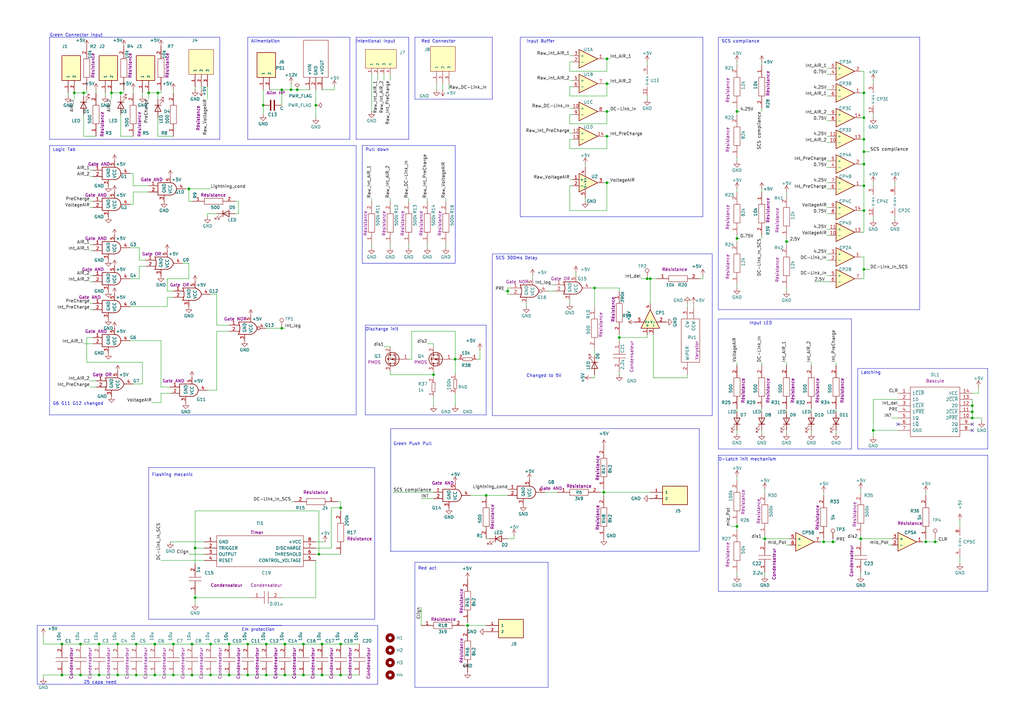
<source format=kicad_sch>
(kicad_sch (version 20231120) (generator "eeschema") (generator_version "8.0")
  (paper "A3")
  (title_block (title "TSAL") (date "2024-02-05") (rev "V2.0") (company "Eymeric Chauchat"))
  (junction (at 48.26 276.86))
  (junction (at 86.36 276.86))
  (junction (at 109.22 276.86))
  (junction (at 86.36 264.16))
  (junction (at 78.74 276.86))
  (junction (at 139.7 276.86))
  (junction (at 265.43 114.3))
  (junction (at 40.64 264.16))
  (junction (at 358.14 176.53))
  (junction (at 398.78 171.45))
  (junction (at 115.57 36.83))
  (junction (at 55.88 276.86))
  (junction (at 77.47 77.47))
  (junction (at 302.26 97.79))
  (junction (at 354.33 57.15))
  (junction (at 124.46 264.16))
  (junction (at 45.72 38.1))
  (junction (at 130.81 227.33))
  (junction (at 248.92 24.13))
  (junction (at 30.48 38.1))
  (junction (at 132.08 276.86))
  (junction (at 379.73 222.25))
  (junction (at 248.92 55.88))
  (junction (at 71.12 276.86))
  (junction (at 398.78 168.91))
  (junction (at 119.38 36.83))
  (junction (at 33.02 264.16))
  (junction (at 64.77 38.1))
  (junction (at 25.4 264.16))
  (junction (at 101.6 264.16))
  (junction (at 107.95 43.18))
  (junction (at 109.22 264.16))
  (junction (at 248.92 34.29))
  (junction (at 354.33 67.31))
  (junction (at 208.28 119.38))
  (junction (at 115.57 134.62))
  (junction (at 313.69 220.98))
  (junction (at 55.88 264.16))
  (junction (at 243.84 118.11))
  (junction (at 25.4 276.86))
  (junction (at 129.54 43.18))
  (junction (at 341.63 222.25))
  (junction (at 49.53 38.1))
  (junction (at 354.33 110.49))
  (junction (at 121.92 36.83))
  (junction (at 354.33 48.26))
  (junction (at 40.64 276.86))
  (junction (at 101.6 276.86))
  (junction (at 353.06 220.98))
  (junction (at 80.01 224.79))
  (junction (at 191.77 256.54))
  (junction (at 266.7 114.3))
  (junction (at 139.7 264.16))
  (junction (at 132.08 264.16))
  (junction (at 199.39 203.2))
  (junction (at 337.82 222.25))
  (junction (at 354.33 76.2))
  (junction (at 354.33 86.36))
  (junction (at 63.5 276.86))
  (junction (at 248.92 74.93))
  (junction (at 354.33 62.23))
  (junction (at 33.02 276.86))
  (junction (at 139.7 208.28))
  (junction (at 177.8 153.67))
  (junction (at 124.46 276.86))
  (junction (at 354.33 38.1))
  (junction (at 78.74 264.16))
  (junction (at 398.78 166.37))
  (junction (at 116.84 276.86))
  (junction (at 116.84 264.16))
  (junction (at 71.12 264.16))
  (junction (at 302.26 215.9))
  (junction (at 186.69 147.32))
  (junction (at 254 138.43))
  (junction (at 63.5 264.16))
  (junction (at 60.96 38.1))
  (junction (at 383.54 222.25))
  (junction (at 322.58 99.06))
  (junction (at 93.98 276.86))
  (junction (at 48.26 264.16))
  (junction (at 302.26 45.72))
  (junction (at 93.98 264.16))
  (junction (at 247.65 201.93))
  (junction (at 80.01 245.11))
  (junction (at 34.29 38.1))
  (junction (at 248.92 45.72))
  (no_connect (at 398.78 173.99))
  (no_connect (at 398.78 176.53))
  (no_connect (at 368.3 173.99))
  (wire (pts (xy 53.34 83.82) (xy 54.61 83.82)))
  (wire (pts (xy 354.33 114.3) (xy 354.33 110.49)))
  (wire (pts (xy 86.36 276.86) (xy 93.98 276.86)))
  (wire (pts (xy 160.02 81.28) (xy 160.02 82.55)))
  (wire (pts (xy 80.01 209.55) (xy 80.01 224.79)))
  (wire (pts (xy 248.92 60.96) (xy 248.92 55.88)))
  (wire (pts (xy 379.73 222.25) (xy 383.54 222.25)))
  (wire (pts (xy 233.68 60.96) (xy 248.92 60.96)))
  (wire (pts (xy 80.01 243.84) (xy 80.01 245.11)))
  (wire (pts (xy 248.92 39.37) (xy 248.92 34.29)))
  (wire (pts (xy 53.34 125.73) (xy 68.58 125.73)))
  (wire (pts (xy 160.02 152.4) (xy 160.02 153.67)))
  (wire (pts (xy 57.15 114.3) (xy 57.15 109.22)))
  (wire (pts (xy 58.42 38.1) (xy 58.42 39.37)))
  (wire (pts (xy 85.09 35.56) (xy 85.09 40.64)))
  (wire (pts (xy 124.46 276.86) (xy 132.08 276.86)))
  (wire (pts (xy 339.09 49.53) (xy 340.36 49.53)))
  (wire (pts (xy 50.8 36.83) (xy 50.8 38.1)))
  (wire (pts (xy 78.74 276.86) (xy 86.36 276.86)))
  (wire (pts (xy 339.09 85.09) (xy 340.36 85.09)))
  (wire (pts (xy 339.09 74.93) (xy 340.36 74.93)))
  (wire (pts (xy 82.55 35.56) (xy 82.55 36.83)))
  (wire (pts (xy 368.3 163.83) (xy 358.14 163.83)))
  (wire (pts (xy 76.2 77.47) (xy 77.47 77.47)))
  (wire (pts (xy 233.68 29.21) (xy 248.92 29.21)))
  (wire (pts (xy 34.29 38.1) (xy 35.56 38.1)))
  (wire (pts (xy 339.09 30.48) (xy 340.36 30.48)))
  (wire (pts (xy 248.92 29.21) (xy 248.92 24.13)))
  (wire (pts (xy 337.82 222.25) (xy 341.63 222.25)))
  (wire (pts (xy 80.01 224.79) (xy 80.01 231.14)))
  (wire (pts (xy 266.7 201.93) (xy 247.65 201.93)))
  (polyline (pts (xy 143.51 15.24) (xy 101.6 15.24)))
  (wire (pts (xy 342.9 167.64) (xy 342.9 168.91)))
  (wire (pts (xy 398.78 163.83) (xy 398.78 166.37)))
  (wire (pts (xy 93.98 135.89) (xy 88.9 135.89)))
  (wire (pts (xy 121.92 36.83) (xy 127 36.83)))
  (wire (pts (xy 233.68 22.86) (xy 234.95 22.86)))
  (polyline (pts (xy 148.59 59.69) (xy 186.69 59.69)))
  (wire (pts (xy 234.95 76.2) (xy 233.68 76.2)))
  (wire (pts (xy 302.26 97.79) (xy 302.26 99.06)))
  (wire (pts (xy 233.68 86.36) (xy 248.92 86.36)))
  (wire (pts (xy 364.49 223.52) (xy 365.76 223.52)))
  (wire (pts (xy 248.92 74.93) (xy 248.92 86.36)))
  (wire (pts (xy 54.61 157.48) (xy 58.42 157.48)))
  (wire (pts (xy 353.06 48.26) (xy 354.33 48.26)))
  (wire (pts (xy 401.32 158.75) (xy 401.32 161.29)))
  (wire (pts (xy 186.69 147.32) (xy 187.96 147.32)))
  (polyline (pts (xy 146.05 15.24) (xy 146.05 57.15)))
  (wire (pts (xy 339.09 104.14) (xy 340.36 104.14)))
  (polyline (pts (xy 101.6 57.15) (xy 143.51 57.15)))
  (wire (pts (xy 66.04 229.87) (xy 83.82 229.87)))
  (polyline (pts (xy 160.274 175.768) (xy 286.766 175.768)))
  (wire (pts (xy 383.54 220.98) (xy 383.54 222.25)))
  (wire (pts (xy 199.39 256.54) (xy 191.77 256.54)))
  (wire (pts (xy 312.42 167.64) (xy 312.42 168.91)))
  (wire (pts (xy 68.58 119.38) (xy 71.12 119.38)))
  (polyline (pts (xy 170.18 15.24) (xy 170.18 40.64)))
  (wire (pts (xy 68.58 121.92) (xy 68.58 125.73)))
  (wire (pts (xy 193.04 203.2) (xy 199.39 203.2)))
  (wire (pts (xy 129.54 222.25) (xy 133.35 222.25)))
  (wire (pts (xy 186.69 147.32) (xy 185.42 147.32)))
  (wire (pts (xy 109.22 134.62) (xy 115.57 134.62)))
  (polyline (pts (xy 148.59 59.69) (xy 148.59 107.95)))
  (wire (pts (xy 77.47 107.95) (xy 77.47 114.3)))
  (wire (pts (xy 167.64 100.33) (xy 167.64 101.6)))
  (wire (pts (xy 323.85 220.98) (xy 313.69 220.98)))
  (wire (pts (xy 175.26 81.28) (xy 175.26 82.55)))
  (wire (pts (xy 110.49 36.83) (xy 115.57 36.83)))
  (wire (pts (xy 66.04 158.75) (xy 69.85 158.75)))
  (polyline (pts (xy 20.32 15.24) (xy 90.17 15.24)))
  (wire (pts (xy 339.09 46.99) (xy 340.36 46.99)))
  (wire (pts (xy 88.9 87.63) (xy 85.09 87.63)))
  (polyline (pts (xy 201.93 104.14) (xy 292.1 104.14)))
  (wire (pts (xy 339.09 68.58) (xy 340.36 68.58)))
  (polyline (pts (xy 286.766 175.768) (xy 286.766 226.06)))
  (wire (pts (xy 132.08 36.83) (xy 137.16 36.83)))
  (wire (pts (xy 57.15 106.68) (xy 59.69 106.68)))
  (wire (pts (xy 63.5 276.86) (xy 71.12 276.86)))
  (wire (pts (xy 33.02 264.16) (xy 40.64 264.16)))
  (wire (pts (xy 354.33 76.2) (xy 354.33 86.36)))
  (wire (pts (xy 254 118.11) (xy 254 119.38)))
  (wire (pts (xy 365.76 220.98) (xy 353.06 220.98)))
  (wire (pts (xy 332.74 176.53) (xy 332.74 177.8)))
  (wire (pts (xy 339.09 58.42) (xy 340.36 58.42)))
  (wire (pts (xy 312.42 25.4) (xy 312.42 26.67)))
  (wire (pts (xy 93.98 133.35) (xy 88.9 133.35)))
  (polyline (pts (xy 201.93 15.24) (xy 201.93 40.64)))
  (wire (pts (xy 337.82 220.98) (xy 337.82 222.25)))
  (wire (pts (xy 167.64 81.28) (xy 167.64 82.55)))
  (wire (pts (xy 354.33 86.36) (xy 354.33 95.25)))
  (polyline (pts (xy 351.79 151.13) (xy 351.79 184.15)))
  (wire (pts (xy 177.8 153.67) (xy 177.8 154.94)))
  (polyline (pts (xy 20.32 57.15) (xy 20.32 15.24)))
  (wire (pts (xy 27.94 38.1) (xy 27.94 39.37)))
  (wire (pts (xy 124.46 264.16) (xy 132.08 264.16)))
  (wire (pts (xy 69.85 222.25) (xy 83.82 222.25)))
  (wire (pts (xy 358.14 46.99) (xy 358.14 48.26)))
  (wire (pts (xy 224.79 119.38) (xy 227.33 119.38)))
  (wire (pts (xy 54.61 55.88) (xy 49.53 55.88)))
  (wire (pts (xy 120.65 205.74) (xy 119.38 205.74)))
  (wire (pts (xy 208.28 120.65) (xy 208.28 119.38)))
  (wire (pts (xy 398.78 168.91) (xy 398.78 171.45)))
  (wire (pts (xy 177.8 162.56) (xy 177.8 166.37)))
  (wire (pts (xy 199.39 203.2) (xy 208.28 203.2)))
  (wire (pts (xy 93.98 264.16) (xy 101.6 264.16)))
  (wire (pts (xy 129.54 227.33) (xy 130.81 227.33)))
  (polyline (pts (xy 377.19 15.24) (xy 377.19 127)))
  (wire (pts (xy 248.92 34.29) (xy 250.19 34.29)))
  (wire (pts (xy 353.06 95.25) (xy 354.33 95.25)))
  (wire (pts (xy 115.57 36.83) (xy 119.38 36.83)))
  (wire (pts (xy 45.72 38.1) (xy 49.53 38.1)))
  (wire (pts (xy 353.06 86.36) (xy 354.33 86.36)))
  (wire (pts (xy 34.29 140.97) (xy 38.1 140.97)))
  (wire (pts (xy 312.42 176.53) (xy 312.42 177.8)))
  (wire (pts (xy 109.22 264.16) (xy 116.84 264.16)))
  (wire (pts (xy 116.84 264.16) (xy 124.46 264.16)))
  (wire (pts (xy 154.94 33.02) (xy 154.94 30.48)))
  (wire (pts (xy 77.47 114.3) (xy 68.58 114.3)))
  (wire (pts (xy 233.68 46.99) (xy 233.68 50.8)))
  (polyline (pts (xy 213.36 88.9) (xy 288.29 88.9)))
  (polyline (pts (xy 143.51 57.15) (xy 143.51 15.24)))
  (wire (pts (xy 313.69 219.71) (xy 313.69 220.98)))
  (polyline (pts (xy 170.18 15.24) (xy 201.93 15.24)))
  (wire (pts (xy 119.38 34.29) (xy 119.38 36.83)))
  (wire (pts (xy 34.29 46.99) (xy 34.29 55.88)))
  (polyline (pts (xy 288.29 15.24) (xy 213.36 15.24)))
  (wire (pts (xy 402.59 172.72) (xy 402.59 171.45)))
  (wire (pts (xy 129.54 36.83) (xy 129.54 43.18)))
  (wire (pts (xy 354.33 62.23) (xy 356.87 62.23)))
  (wire (pts (xy 80.01 224.79) (xy 83.82 224.79)))
  (wire (pts (xy 71.12 264.16) (xy 78.74 264.16)))
  (wire (pts (xy 36.83 124.46) (xy 38.1 124.46)))
  (wire (pts (xy 266.7 114.3) (xy 266.7 124.46)))
  (wire (pts (xy 354.33 57.15) (xy 354.33 62.23)))
  (wire (pts (xy 247.65 200.66) (xy 247.65 201.93)))
  (wire (pts (xy 107.95 43.18) (xy 107.95 46.99)))
  (wire (pts (xy 85.09 87.63) (xy 85.09 88.9)))
  (wire (pts (xy 302.26 64.77) (xy 302.26 66.04)))
  (wire (pts (xy 209.55 120.65) (xy 208.28 120.65)))
  (wire (pts (xy 358.14 74.93) (xy 358.14 76.2)))
  (wire (pts (xy 313.69 200.66) (xy 313.69 201.93)))
  (wire (pts (xy 208.28 119.38) (xy 208.28 118.11)))
  (wire (pts (xy 30.48 38.1) (xy 30.48 40.64)))
  (wire (pts (xy 248.92 24.13) (xy 250.19 24.13)))
  (wire (pts (xy 97.79 87.63) (xy 96.52 87.63)))
  (wire (pts (xy 182.88 100.33) (xy 182.88 101.6)))
  (wire (pts (xy 71.12 36.83) (xy 71.12 38.1)))
  (wire (pts (xy 57.15 109.22) (xy 59.69 109.22)))
  (wire (pts (xy 215.9 124.46) (xy 215.9 125.73)))
  (wire (pts (xy 353.06 105.41) (xy 354.33 105.41)))
  (wire (pts (xy 240.03 81.28) (xy 240.03 82.55)))
  (wire (pts (xy 160.02 33.02) (xy 160.02 30.48)))
  (wire (pts (xy 64.77 55.88) (xy 64.77 48.26)))
  (wire (pts (xy 36.83 115.57) (xy 38.1 115.57)))
  (wire (pts (xy 358.14 33.02) (xy 358.14 34.29)))
  (polyline (pts (xy 199.39 170.18) (xy 199.39 133.35)))
  (wire (pts (xy 101.6 264.16) (xy 109.22 264.16)))
  (wire (pts (xy 130.81 227.33) (xy 139.7 227.33)))
  (polyline (pts (xy 60.96 254) (xy 60.96 191.77)))
  (wire (pts (xy 40.64 264.16) (xy 48.26 264.16)))
  (wire (pts (xy 353.06 29.21) (xy 354.33 29.21)))
  (wire (pts (xy 132.08 276.86) (xy 139.7 276.86)))
  (wire (pts (xy 39.37 55.88) (xy 34.29 55.88)))
  (polyline (pts (xy 294.64 15.24) (xy 377.19 15.24)))
  (wire (pts (xy 129.54 245.11) (xy 115.57 245.11)))
  (wire (pts (xy 281.94 125.73) (xy 281.94 124.46)))
  (wire (pts (xy 322.58 78.74) (xy 322.58 80.01)))
  (wire (pts (xy 367.03 74.93) (xy 367.03 76.2)))
  (wire (pts (xy 132.08 264.16) (xy 139.7 264.16)))
  (wire (pts (xy 302.26 25.4) (xy 302.26 26.67)))
  (polyline (pts (xy 15.24 256.54) (xy 115.57 256.54)))
  (wire (pts (xy 80.01 35.56) (xy 80.01 36.83)))
  (wire (pts (xy 312.42 96.52) (xy 312.42 97.79)))
  (wire (pts (xy 119.38 36.83) (xy 121.92 36.83)))
  (polyline (pts (xy 154.94 280.67) (xy 15.24 280.67)))
  (wire (pts (xy 233.68 50.8) (xy 248.92 50.8)))
  (wire (pts (xy 233.68 25.4) (xy 233.68 29.21)))
  (wire (pts (xy 93.98 276.86) (xy 101.6 276.86)))
  (polyline (pts (xy 146.05 170.18) (xy 20.32 170.18)))
  (polyline (pts (xy 153.67 254) (xy 60.96 254)))
  (wire (pts (xy 55.88 276.86) (xy 48.26 276.86)))
  (polyline (pts (xy 15.24 256.54) (xy 15.24 280.67)))
  (wire (pts (xy 339.09 55.88) (xy 340.36 55.88)))
  (wire (pts (xy 66.04 165.1) (xy 62.23 165.1)))
  (wire (pts (xy 101.6 276.86) (xy 109.22 276.86)))
  (wire (pts (xy 243.84 153.67) (xy 243.84 154.94)))
  (wire (pts (xy 265.43 137.16) (xy 265.43 138.43)))
  (wire (pts (xy 196.85 143.51) (xy 196.85 147.32)))
  (wire (pts (xy 302.26 45.72) (xy 303.53 45.72)))
  (polyline (pts (xy 101.6 15.24) (xy 101.6 57.15)))
  (wire (pts (xy 302.26 195.58) (xy 302.26 196.85)))
  (wire (pts (xy 339.09 36.83) (xy 340.36 36.83)))
  (wire (pts (xy 96.52 82.55) (xy 97.79 82.55)))
  (wire (pts (xy 157.48 142.24) (xy 160.02 142.24)))
  (polyline (pts (xy 170.18 230.632) (xy 224.79 230.632)))
  (polyline (pts (xy 153.67 191.77) (xy 153.67 254)))
  (wire (pts (xy 302.26 77.47) (xy 302.26 78.74)))
  (wire (pts (xy 124.46 276.86) (xy 116.84 276.86)))
  (wire (pts (xy 53.34 101.6) (xy 57.15 101.6)))
  (wire (pts (xy 35.56 138.43) (xy 38.1 138.43)))
  (wire (pts (xy 248.92 24.13) (xy 247.65 24.13)))
  (wire (pts (xy 247.65 74.93) (xy 248.92 74.93)))
  (wire (pts (xy 302.26 214.63) (xy 302.26 215.9)))
  (wire (pts (xy 332.74 167.64) (xy 332.74 168.91)))
  (wire (pts (xy 60.96 38.1) (xy 64.77 38.1)))
  (wire (pts (xy 341.63 220.98) (xy 341.63 222.25)))
  (polyline (pts (xy 288.29 15.24) (xy 288.29 88.9)))
  (polyline (pts (xy 146.05 57.15) (xy 167.64 57.15)))
  (wire (pts (xy 208.28 118.11) (xy 209.55 118.11)))
  (wire (pts (xy 383.54 222.25) (xy 384.81 222.25)))
  (wire (pts (xy 284.48 124.46) (xy 284.48 125.73)))
  (polyline (pts (xy 405.13 151.13) (xy 405.13 184.15)))
  (wire (pts (xy 265.43 25.4) (xy 265.43 26.67)))
  (wire (pts (xy 265.43 114.3) (xy 262.89 114.3)))
  (wire (pts (xy 265.43 39.37) (xy 265.43 40.64)))
  (wire (pts (xy 77.47 77.47) (xy 77.47 82.55)))
  (polyline (pts (xy 294.64 130.81) (xy 294.64 184.15)))
  (wire (pts (xy 312.42 148.59) (xy 312.42 149.86)))
  (wire (pts (xy 86.36 264.16) (xy 93.98 264.16)))
  (wire (pts (xy 36.83 158.75) (xy 39.37 158.75)))
  (wire (pts (xy 60.96 38.1) (xy 60.96 40.64)))
  (wire (pts (xy 139.7 205.74) (xy 139.7 208.28)))
  (wire (pts (xy 34.29 38.1) (xy 34.29 39.37)))
  (polyline (pts (xy 294.64 184.15) (xy 349.25 184.15)))
  (wire (pts (xy 191.77 255.27) (xy 191.77 256.54)))
  (polyline (pts (xy 294.64 186.69) (xy 405.13 186.69)))
  (wire (pts (xy 322.58 99.06) (xy 323.85 99.06)))
  (polyline (pts (xy 351.79 151.13) (xy 405.13 151.13)))
  (wire (pts (xy 208.28 220.98) (xy 210.82 220.98)))
  (wire (pts (xy 339.09 27.94) (xy 340.36 27.94)))
  (wire (pts (xy 186.69 147.32) (xy 186.69 153.67)))
  (wire (pts (xy 223.52 201.93) (xy 228.6 201.93)))
  (wire (pts (xy 322.58 148.59) (xy 322.58 149.86)))
  (wire (pts (xy 177.8 152.4) (xy 177.8 153.67)))
  (polyline (pts (xy 149.86 133.35) (xy 149.86 170.18)))
  (wire (pts (xy 322.58 176.53) (xy 322.58 177.8)))
  (wire (pts (xy 246.38 201.93) (xy 247.65 201.93)))
  (wire (pts (xy 398.78 161.29) (xy 401.32 161.29)))
  (wire (pts (xy 353.06 67.31) (xy 354.33 67.31)))
  (wire (pts (xy 353.06 200.66) (xy 353.06 201.93)))
  (wire (pts (xy 247.65 201.93) (xy 247.65 203.2)))
  (wire (pts (xy 181.61 34.29) (xy 181.61 36.83)))
  (wire (pts (xy 339.09 96.52) (xy 340.36 96.52)))
  (wire (pts (xy 129.54 229.87) (xy 129.54 245.11)))
  (wire (pts (xy 168.91 147.32) (xy 168.91 135.89)))
  (wire (pts (xy 248.92 34.29) (xy 247.65 34.29)))
  (polyline (pts (xy 199.39 133.35) (xy 149.86 133.35)))
  (polyline (pts (xy 405.13 242.57) (xy 294.64 242.57)))
  (wire (pts (xy 288.29 114.3) (xy 288.29 113.03)))
  (wire (pts (xy 248.92 45.72) (xy 250.19 45.72)))
  (wire (pts (xy 35.56 36.83) (xy 35.56 38.1)))
  (wire (pts (xy 234.95 35.56) (xy 233.68 35.56)))
  (wire (pts (xy 342.9 148.59) (xy 342.9 149.86)))
  (polyline (pts (xy 160.274 175.768) (xy 160.274 226.06)))
  (wire (pts (xy 172.72 248.92) (xy 172.72 256.54)))
  (wire (pts (xy 313.69 234.95) (xy 313.69 236.22)))
  (wire (pts (xy 77.47 77.47) (xy 86.36 77.47)))
  (wire (pts (xy 322.58 223.52) (xy 323.85 223.52)))
  (wire (pts (xy 160.02 100.33) (xy 160.02 101.6)))
  (wire (pts (xy 354.33 110.49) (xy 356.87 110.49)))
  (wire (pts (xy 182.88 81.28) (xy 182.88 82.55)))
  (wire (pts (xy 334.01 115.57) (xy 340.36 115.57)))
  (wire (pts (xy 36.83 82.55) (xy 38.1 82.55)))
  (wire (pts (xy 48.26 276.86) (xy 40.64 276.86)))
  (polyline (pts (xy 201.93 104.14) (xy 201.93 170.434)))
  (wire (pts (xy 398.78 171.45) (xy 402.59 171.45)))
  (wire (pts (xy 88.9 135.89) (xy 88.9 160.02)))
  (polyline (pts (xy 377.19 127) (xy 294.64 127)))
  (wire (pts (xy 36.83 100.33) (xy 38.1 100.33)))
  (wire (pts (xy 57.15 101.6) (xy 57.15 106.68)))
  (wire (pts (xy 115.57 36.83) (xy 115.57 43.18)))
  (wire (pts (xy 313.69 220.98) (xy 313.69 222.25)))
  (polyline (pts (xy 294.64 242.57) (xy 294.64 186.69)))
  (wire (pts (xy 43.18 38.1) (xy 43.18 39.37)))
  (wire (pts (xy 175.26 100.33) (xy 175.26 101.6)))
  (wire (pts (xy 139.7 205.74) (xy 138.43 205.74)))
  (wire (pts (xy 302.26 176.53) (xy 302.26 177.8)))
  (polyline (pts (xy 60.96 191.77) (xy 153.67 191.77)))
  (wire (pts (xy 175.26 140.97) (xy 177.8 140.97)))
  (polyline (pts (xy 201.93 170.434) (xy 292.1 170.434)))
  (wire (pts (xy 152.4 81.28) (xy 152.4 82.55)))
  (polyline (pts (xy 294.64 15.24) (xy 294.64 127)))
  (wire (pts (xy 177.8 140.97) (xy 177.8 142.24)))
  (wire (pts (xy 266.7 114.3) (xy 269.24 114.3)))
  (wire (pts (xy 135.89 208.28) (xy 135.89 224.79)))
  (wire (pts (xy 367.03 88.9) (xy 367.03 90.17)))
  (wire (pts (xy 49.53 38.1) (xy 49.53 39.37)))
  (wire (pts (xy 152.4 100.33) (xy 152.4 101.6)))
  (wire (pts (xy 17.78 260.35) (xy 17.78 264.16)))
  (wire (pts (xy 54.61 36.83) (xy 54.61 38.1)))
  (wire (pts (xy 393.7 213.36) (xy 393.7 215.9)))
  (wire (pts (xy 353.06 76.2) (xy 354.33 76.2)))
  (wire (pts (xy 312.42 44.45) (xy 312.42 45.72)))
  (wire (pts (xy 322.58 99.06) (xy 322.58 100.33)))
  (wire (pts (xy 54.61 71.12) (xy 54.61 76.2)))
  (wire (pts (xy 179.07 34.29) (xy 179.07 36.83)))
  (wire (pts (xy 25.4 264.16) (xy 33.02 264.16)))
  (wire (pts (xy 302.26 97.79) (xy 303.53 97.79)))
  (wire (pts (xy 36.83 156.21) (xy 39.37 156.21)))
  (wire (pts (xy 254 152.4) (xy 254 153.67)))
  (wire (pts (xy 78.74 264.16) (xy 86.36 264.16)))
  (polyline (pts (xy 286.512 226.06) (xy 160.02 226.06)))
  (polyline (pts (xy 90.17 15.24) (xy 90.17 57.15)))
  (wire (pts (xy 233.68 39.37) (xy 248.92 39.37)))
  (wire (pts (xy 130.81 227.33) (xy 130.81 209.55)))
  (wire (pts (xy 129.54 224.79) (xy 135.89 224.79)))
  (wire (pts (xy 233.68 123.19) (xy 233.68 124.46)))
  (wire (pts (xy 199.39 220.98) (xy 200.66 220.98)))
  (wire (pts (xy 281.94 154.94) (xy 267.97 154.94)))
  (wire (pts (xy 234.95 25.4) (xy 233.68 25.4)))
  (wire (pts (xy 339.09 113.03) (xy 340.36 113.03)))
  (wire (pts (xy 195.58 147.32) (xy 196.85 147.32)))
  (wire (pts (xy 71.12 121.92) (xy 68.58 121.92)))
  (wire (pts (xy 322.58 167.64) (xy 322.58 168.91)))
  (wire (pts (xy 312.42 77.47) (xy 312.42 78.74)))
  (wire (pts (xy 233.68 76.2) (xy 233.68 86.36)))
  (wire (pts (xy 339.09 93.98) (xy 340.36 93.98)))
  (polyline (pts (xy 405.13 186.69) (xy 405.13 242.57)))
  (wire (pts (xy 248.92 55.88) (xy 247.65 55.88)))
  (wire (pts (xy 88.9 120.65) (xy 86.36 120.65)))
  (wire (pts (xy 184.15 34.29) (xy 184.15 36.83)))
  (wire (pts (xy 74.93 107.95) (xy 77.47 107.95)))
  (wire (pts (xy 365.76 171.45) (xy 368.3 171.45)))
  (wire (pts (xy 115.57 134.62) (xy 116.84 134.62)))
  (polyline (pts (xy 201.93 40.64) (xy 170.18 40.64)))
  (wire (pts (xy 49.53 55.88) (xy 49.53 46.99)))
  (wire (pts (xy 25.4 276.86) (xy 33.02 276.86)))
  (wire (pts (xy 129.54 43.18) (xy 129.54 48.26)))
  (wire (pts (xy 66.04 36.83) (xy 66.04 38.1)))
  (wire (pts (xy 186.69 161.29) (xy 186.69 166.37)))
  (wire (pts (xy 190.5 256.54) (xy 191.77 256.54)))
  (wire (pts (xy 265.43 138.43) (xy 254 138.43)))
  (wire (pts (xy 30.48 38.1) (xy 34.29 38.1)))
  (wire (pts (xy 54.61 78.74) (xy 60.96 78.74)))
  (wire (pts (xy 339.09 106.68) (xy 340.36 106.68)))
  (wire (pts (xy 265.43 114.3) (xy 266.7 114.3)))
  (wire (pts (xy 248.92 55.88) (xy 250.19 55.88)))
  (wire (pts (xy 33.02 276.86) (xy 40.64 276.86)))
  (polyline (pts (xy 146.05 59.69) (xy 146.05 170.18)))
  (polyline (pts (xy 106.68 256.54) (xy 154.94 256.54)))
  (wire (pts (xy 80.01 245.11) (xy 80.01 247.65)))
  (wire (pts (xy 53.34 114.3) (xy 57.15 114.3)))
  (wire (pts (xy 353.06 57.15) (xy 354.33 57.15)))
  (wire (pts (xy 302.26 96.52) (xy 302.26 97.79)))
  (wire (pts (xy 152.4 30.48) (xy 152.4 45.72)))
  (wire (pts (xy 354.33 67.31) (xy 354.33 76.2)))
  (wire (pts (xy 109.22 276.86) (xy 116.84 276.86)))
  (wire (pts (xy 267.97 137.16) (xy 267.97 154.94)))
  (wire (pts (xy 358.14 163.83) (xy 358.14 176.53)))
  (wire (pts (xy 353.06 220.98) (xy 353.06 222.25)))
  (wire (pts (xy 339.09 87.63) (xy 340.36 87.63)))
  (wire (pts (xy 77.47 227.33) (xy 83.82 227.33)))
  (wire (pts (xy 351.79 220.98) (xy 353.06 220.98)))
  (wire (pts (xy 233.68 57.15) (xy 233.68 60.96)))
  (wire (pts (xy 353.06 234.95) (xy 353.06 236.22)))
  (wire (pts (xy 236.22 111.76) (xy 236.22 113.03)))
  (wire (pts (xy 36.83 127) (xy 38.1 127)))
  (wire (pts (xy 168.91 135.89) (xy 186.69 135.89)))
  (wire (pts (xy 243.84 125.73) (xy 243.84 118.11)))
  (wire (pts (xy 248.92 74.93) (xy 250.19 74.93)))
  (wire (pts (xy 191.77 256.54) (xy 191.77 257.81)))
  (wire (pts (xy 233.68 73.66) (xy 234.95 73.66)))
  (wire (pts (xy 137.16 35.56) (xy 137.16 36.83)))
  (wire (pts (xy 77.47 82.55) (xy 78.74 82.55)))
  (wire (pts (xy 39.37 36.83) (xy 39.37 38.1)))
  (wire (pts (xy 358.14 176.53) (xy 358.14 179.07)))
  (wire (pts (xy 64.77 38.1) (xy 64.77 40.64)))
  (wire (pts (xy 64.77 38.1) (xy 66.04 38.1)))
  (wire (pts (xy 288.29 114.3) (xy 287.02 114.3)))
  (wire (pts (xy 58.42 148.59) (xy 35.56 148.59)))
  (wire (pts (xy 302.26 116.84) (xy 302.26 118.11)))
  (wire (pts (xy 354.33 110.49) (xy 354.33 105.41)))
  (wire (pts (xy 243.84 146.05) (xy 243.84 143.51)))
  (wire (pts (xy 172.72 204.47) (xy 177.8 204.47)))
  (wire (pts (xy 168.91 147.32) (xy 167.64 147.32)))
  (wire (pts (xy 36.83 85.09) (xy 38.1 85.09)))
  (polyline (pts (xy 20.32 59.69) (xy 146.05 59.69)))
  (wire (pts (xy 157.48 33.02) (xy 157.48 30.48)))
  (wire (pts (xy 302.26 45.72) (xy 302.26 46.99)))
  (wire (pts (xy 210.82 219.71) (xy 210.82 220.98)))
  (wire (pts (xy 17.78 276.86) (xy 25.4 276.86)))
  (wire (pts (xy 139.7 208.28) (xy 135.89 208.28)))
  (wire (pts (xy 66.04 139.7) (xy 66.04 158.75)))
  (polyline (pts (xy 294.64 130.81) (xy 349.25 130.81)))
  (wire (pts (xy 63.5 264.16) (xy 71.12 264.16)))
  (wire (pts (xy 107.95 36.83) (xy 107.95 43.18)))
  (wire (pts (xy 302.26 215.9) (xy 299.72 215.9)))
  (wire (pts (xy 353.06 38.1) (xy 354.33 38.1)))
  (wire (pts (xy 36.83 69.85) (xy 38.1 69.85)))
  (wire (pts (xy 139.7 276.86) (xy 147.32 276.86)))
  (wire (pts (xy 36.83 113.03) (xy 38.1 113.03)))
  (wire (pts (xy 302.26 215.9) (xy 302.26 217.17)))
  (wire (pts (xy 254 138.43) (xy 254 139.7)))
  (wire (pts (xy 35.56 138.43) (xy 35.56 148.59)))
  (polyline (pts (xy 149.86 170.18) (xy 199.39 170.18)))
  (wire (pts (xy 341.63 222.25) (xy 342.9 222.25)))
  (wire (pts (xy 358.14 88.9) (xy 358.14 90.17)))
  (wire (pts (xy 233.68 57.15) (xy 234.95 57.15)))
  (polyline (pts (xy 154.94 256.54) (xy 154.94 280.67)))
  (wire (pts (xy 398.78 166.37) (xy 398.78 168.91)))
  (wire (pts (xy 393.7 231.14) (xy 393.7 228.6)))
  (wire (pts (xy 139.7 208.28) (xy 139.7 209.55)))
  (wire (pts (xy 58.42 157.48) (xy 58.42 148.59)))
  (wire (pts (xy 339.09 77.47) (xy 340.36 77.47)))
  (wire (pts (xy 160.02 153.67) (xy 177.8 153.67)))
  (wire (pts (xy 55.88 264.16) (xy 63.5 264.16)))
  (wire (pts (xy 63.5 276.86) (xy 55.88 276.86)))
  (wire (pts (xy 354.33 62.23) (xy 354.33 67.31)))
  (wire (pts (xy 88.9 120.65) (xy 88.9 133.35)))
  (wire (pts (xy 233.68 35.56) (xy 233.68 39.37)))
  (wire (pts (xy 88.9 160.02) (xy 85.09 160.02)))
  (wire (pts (xy 354.33 29.21) (xy 354.33 38.1)))
  (wire (pts (xy 322.58 118.11) (xy 322.58 119.38)))
  (wire (pts (xy 332.74 148.59) (xy 332.74 149.86)))
  (wire (pts (xy 71.12 276.86) (xy 78.74 276.86)))
  (wire (pts (xy 54.61 76.2) (xy 60.96 76.2)))
  (wire (pts (xy 80.01 245.11) (xy 102.87 245.11)))
  (wire (pts (xy 71.12 55.88) (xy 64.77 55.88)))
  (wire (pts (xy 49.53 38.1) (xy 50.8 38.1)))
  (wire (pts (xy 379.73 220.98) (xy 379.73 222.25)))
  (wire (pts (xy 379.73 201.93) (xy 379.73 203.2)))
  (polyline (pts (xy 213.36 15.24) (xy 213.36 88.9)))
  (polyline (pts (xy 224.79 230.632) (xy 224.79 281.94)))
  (wire (pts (xy 66.04 161.29) (xy 66.04 165.1)))
  (wire (pts (xy 242.57 118.11) (xy 243.84 118.11)))
  (polyline (pts (xy 349.25 184.15) (xy 349.25 130.81)))
  (polyline (pts (xy 170.18 281.94) (xy 170.18 230.632)))
  (polyline (pts (xy 146.05 15.24) (xy 167.64 15.24)))
  (wire (pts (xy 161.29 201.93) (xy 177.8 201.93)))
  (wire (pts (xy 302.26 148.59) (xy 302.26 149.86)))
  (wire (pts (xy 243.84 154.94) (xy 242.57 154.94)))
  (polyline (pts (xy 224.79 281.94) (xy 170.18 281.94)))
  (wire (pts (xy 139.7 264.16) (xy 147.32 264.16)))
  (wire (pts (xy 53.34 71.12) (xy 54.61 71.12)))
  (wire (pts (xy 36.83 102.87) (xy 38.1 102.87)))
  (wire (pts (xy 312.42 220.98) (xy 313.69 220.98)))
  (wire (pts (xy 17.78 276.86) (xy 17.78 278.13)))
  (wire (pts (xy 80.01 209.55) (xy 130.81 209.55)))
  (polyline (pts (xy 292.1 170.434) (xy 292.1 104.14)))
  (polyline (pts (xy 186.69 59.69) (xy 186.69 107.95)))
  (wire (pts (xy 248.92 45.72) (xy 247.65 45.72)))
  (polyline (pts (xy 20.32 59.69) (xy 20.32 170.18)))
  (wire (pts (xy 226.06 116.84) (xy 227.33 116.84)))
  (wire (pts (xy 339.09 66.04) (xy 340.36 66.04)))
  (wire (pts (xy 233.68 54.61) (xy 234.95 54.61)))
  (polyline (pts (xy 405.13 184.15) (xy 351.79 184.15)))
  (wire (pts (xy 53.34 139.7) (xy 66.04 139.7)))
  (wire (pts (xy 207.01 119.38) (xy 208.28 119.38)))
  (wire (pts (xy 234.95 46.99) (xy 233.68 46.99)))
  (wire (pts (xy 353.06 219.71) (xy 353.06 220.98)))
  (wire (pts (xy 17.78 264.16) (xy 25.4 264.16)))
  (wire (pts (xy 302.26 234.95) (xy 302.26 236.22)))
  (wire (pts (xy 336.55 222.25) (xy 337.82 222.25)))
  (wire (pts (xy 358.14 176.53) (xy 368.3 176.53)))
  (wire (pts (xy 354.33 48.26) (xy 354.33 57.15)))
  (wire (pts (xy 54.61 78.74) (xy 54.61 83.82)))
  (wire (pts (xy 97.79 82.55) (xy 97.79 87.63)))
  (wire (pts (xy 322.58 97.79) (xy 322.58 99.06)))
  (wire (pts (xy 302.26 44.45) (xy 302.26 45.72)))
  (wire (pts (xy 353.06 114.3) (xy 354.33 114.3)))
  (wire (pts (xy 69.85 161.29) (xy 66.04 161.29)))
  (polyline (pts (xy 186.69 107.95) (xy 148.59 107.95)))
  (wire (pts (xy 281.94 154.94) (xy 281.94 153.67)))
  (wire (pts (xy 354.33 38.1) (xy 354.33 48.26)))
  (wire (pts (xy 36.83 72.39) (xy 38.1 72.39)))
  (wire (pts (xy 339.09 39.37) (xy 340.36 39.37)))
  (wire (pts (xy 218.44 113.03) (xy 218.44 114.3)))
  (wire (pts (xy 337.82 201.93) (xy 337.82 203.2)))
  (wire (pts (xy 233.68 44.45) (xy 234.95 44.45)))
  (wire (pts (xy 254 137.16) (xy 254 138.43)))
  (wire (pts (xy 45.72 38.1) (xy 45.72 40.64)))
  (polyline (pts (xy 167.64 57.15) (xy 167.64 15.24)))
  (polyline (pts (xy 90.17 57.15) (xy 20.32 57.15)))
  (wire (pts (xy 248.92 50.8) (xy 248.92 45.72)))
  (wire (pts (xy 240.03 67.31) (xy 240.03 68.58)))
  (wire (pts (xy 378.46 222.25) (xy 379.73 222.25)))
  (wire (pts (xy 186.69 135.89) (xy 186.69 147.32)))
  (wire (pts (xy 68.58 114.3) (xy 68.58 119.38)))
  (wire (pts (xy 233.68 33.02) (xy 234.95 33.02)))
  (wire (pts (xy 48.26 264.16) (xy 55.88 264.16)))
  (wire (pts (xy 342.9 176.53) (xy 342.9 177.8)))
  (wire (pts (xy 243.84 118.11) (xy 254 118.11)))
  (wire (pts (xy 302.26 167.64) (xy 302.26 168.91)))
  (text "Green Push Pull\n" (at 161.29 182.88 0) (effects (font (size 1.27 1.27)) (justify left bottom)))
  (text "Red Connector\n" (at 172.72 17.78 0) (effects (font (size 1.27 1.27)) (justify left bottom)))
  (text "Flashing mecanic\n" (at 62.23 195.58 0) (effects (font (size 1.27 1.27)) (justify left bottom)))
  (text "Changed to 5V" (at 215.9 154.94 0) (effects (font (size 1.27 1.27)) (justify left bottom)))
  (text "Green Connector Input" (at 20.32 15.24 0) (effects (font (size 1.27 1.27)) (justify left bottom)))
  (text "Em protection" (at 99.06 259.08 0) (effects (font (size 1.27 1.27)) (justify left bottom)))
  (text "Alimentation\n" (at 102.87 17.78 0) (effects (font (size 1.27 1.27)) (justify left bottom)))
  (text "SCS compliance" (at 295.91 17.78 0) (effects (font (size 1.27 1.27)) (justify left bottom)))
  (text "G6 G11 G12 changed" (at 21.59 166.37 0) (effects (font (size 1.27 1.27)) (justify left bottom)))
  (text "Red act" (at 179.07 233.934 0) (effects (font (size 1.27 1.27)) (justify right bottom)))
  (text "Discharge init" (at 149.86 135.89 0) (effects (font (size 1.27 1.27)) (justify left bottom)))
  (text "Pull down" (at 149.86 62.23 0) (effects (font (size 1.27 1.27)) (justify left bottom)))
  (text "25 capa need" (at 34.29 280.67 0) (effects (font (size 1.27 1.27)) (justify left bottom)))
  (text "Logic Tab" (at 21.59 62.23 0) (effects (font (size 1.27 1.27)) (justify left bottom)))
  (text "Latching" (at 353.06 153.67 0) (effects (font (size 1.27 1.27)) (justify left bottom)))
  (text "SCS 300ms Delay\n" (at 203.2 106.68 0) (effects (font (size 1.27 1.27)) (justify left bottom)))
  (text "D-Latch init mechanism" (at 294.64 189.23 0) (effects (font (size 1.27 1.27)) (justify left bottom)))
  (text "Input LED" (at 307.34 133.35 0) (effects (font (size 1.27 1.27)) (justify left bottom)))
  (text "Intentional Input" (at 146.05 17.78 0) (effects (font (size 1.27 1.27)) (justify left bottom)))
  (text "Input Buffer" (at 215.9 17.78 0) (effects (font (size 1.27 1.27)) (justify left bottom)))
  (label "Raw_VoltageAIR" (at 233.68 73.66 180))
  (label "Int_AIR_2" (at 332.74 148.59 90))
  (label "Clign" (at 172.72 248.92 270))
  (label "4.25V" (at 303.53 45.72 0))
  (label "Int_PreCharge" (at 36.83 158.75 180))
  (label "VoltageAIR" (at 339.09 85.09 180))
  (label "4.25V" (at 339.09 36.83 180))
  (label "PRE" (at 342.9 222.25 0))
  (label "AIR_2" (at 45.72 40.64 270))
  (label "PRE" (at 368.3 168.91 180))
  (label "2.5V" (at 334.01 115.57 0))
  (label "INT" (at 365.76 171.45 180))
  (label "Int_PreCharge" (at 36.83 127 180))
  (label "Lightning_cond" (at 86.36 77.47 0))
  (label "VoltageAIR" (at 250.19 74.93 0))
  (label "dis2" (at 175.26 140.97 180))
  (label "mid_Pot" (at 299.72 215.9 90))
  (label "Int_log" (at 116.84 134.62 0))
  (label "Int_AIR_2" (at 36.83 156.21 180))
  (label "4.25V" (at 339.09 74.93 180))
  (label "Int_AIR_2" (at 339.09 46.99 180))
  (label "SCS compliance" (at 356.87 62.23 0))
  (label "DC-Link_In_SCS" (at 66.04 229.87 90))
  (label "Raw_VoltageAIR" (at 182.88 81.28 90))
  (label "VoltageAIR" (at 339.09 96.52 180))
  (label "Int_PreCharge" (at 250.19 55.88 0))
  (label "4.25V" (at 339.09 55.88 180))
  (label "Raw_Int_AIR_2" (at 157.48 33.02 270))
  (label "DC-Link_In_SCS" (at 119.38 205.74 180))
  (label "DC-Link_In_SCS" (at 356.87 110.49 0))
  (label "DC-Link_In" (at 339.09 113.03 180))
  (label "2.5V" (at 323.85 99.06 0))
  (label "Int_del" (at 368.3 166.37 180))
  (label "Int_AIR_2" (at 339.09 58.42 180))
  (label "Int_PreCharge" (at 339.09 77.47 180))
  (label "CLR" (at 384.81 222.25 0))
  (label "Int_AIR_2" (at 250.19 34.29 0))
  (label "AIR_2" (at 36.83 72.39 180))
  (label "Int_AIR_1" (at 34.29 140.97 180))
  (label "dis2" (at 351.79 220.98 180))
  (label "Int_AIR_1" (at 339.09 27.94 180))
  (label "Raw_Int_PreCharge" (at 160.02 33.02 270))
  (label "Raw_DC-Link_In" (at 233.68 44.45 180))
  (label "4.25V" (at 339.09 93.98 180))
  (label "dis1" (at 157.48 142.24 180))
  (label "Int_del" (at 262.89 114.3 180))
  (label "Lightning_cond" (at 208.28 200.66 180))
  (label "Raw_Int_AIR_2" (at 160.02 81.28 90))
  (label "AIR_1" (at 30.48 40.64 270))
  (label "Raw_Int_AIR_1" (at 233.68 22.86 180))
  (label "0.75V" (at 339.09 87.63 180))
  (label "Clign" (at 77.47 227.33 180))
  (label "Raw_Int_AIR_1" (at 154.94 33.02 270))
  (label "Int_AIR_1" (at 36.83 102.87 180))
  (label "Int_AIR_1" (at 250.19 24.13 0))
  (label "Raw_VoltageAIR" (at 85.09 40.64 270))
  (label "DC-Link_In" (at 312.42 148.59 90))
  (label "4.25V" (at 339.09 104.14 180))
  (label "Int_AIR_2" (at 36.83 115.57 180))
  (label "Raw_DC-Link_In" (at 184.15 36.83 0))
  (label "Int_AIR_1" (at 339.09 39.37 180))
  (label "VoltageAIR" (at 36.83 85.09 180))
  (label "PRE" (at 207.01 119.38 180))
  (label "Int_PreCharge" (at 339.09 66.04 180))
  (label "SCS compliance" (at 312.42 45.72 270))
  (label "AIR_2" (at 36.83 113.03 180))
  (label "DC-Link_In" (at 250.19 45.72 0))
  (label "VoltageAIR" (at 302.26 148.59 90))
  (label "Raw_DC-Link_In" (at 167.64 81.28 90))
  (label "Int_AIR_1" (at 322.58 148.59 90))
  (label "0.75V" (at 339.09 68.58 180))
  (label "PreCharge" (at 36.83 82.55 180))
  (label "PreCharge" (at 36.83 124.46 180))
  (label "0.75V" (at 339.09 30.48 180))
  (label "mid_Pot" (at 364.49 223.52 180))
  (label "mid_Pot" (at 322.58 223.52 180))
  (label "Raw_Int_PreCharge" (at 233.68 54.61 180))
  (label "Raw_Int_AIR_2" (at 233.68 33.02 180))
  (label "SCS compliance" (at 161.29 201.93 0))
  (label "VoltageAIR" (at 62.23 165.1 180))
  (label "Int_PreCharge" (at 342.9 148.59 90))
  (label "Raw_Int_AIR_1" (at 152.4 81.28 90))
  (label "0.75V" (at 303.53 97.79 0))
  (label "PreCharge" (at 60.96 40.64 270))
  (label "dis1" (at 312.42 220.98 180))
  (label "AIR_1" (at 36.83 100.33 180))
  (label "AIR_1" (at 36.83 69.85 180))
  (label "DC-Link_In" (at 339.09 106.68 180))
  (label "0.75V" (at 339.09 49.53 180))
  (label "Int_log" (at 226.06 116.84 180))
  (label "Raw_Int_PreCharge" (at 175.26 81.28 90))
  (label "INT" (at 172.72 204.47 0))
  (label "CLR" (at 368.3 161.29 180))
  (label "DC-Link_In_SCS" (at 312.42 97.79 270))
  (symbol (lib_id "power:GND") (at 281.94 124.46 180) (unit 1)
    (property "Reference" "#PWR063" (effects (hide yes)))
    (property "Value" "GND" (at 278.13 123.19 0))
    (property "Description" "Power symbol creates a global label with name \"GND\" , ground" (effects (hide yes)))
  )
  (symbol (lib_id "power:+5V") (at 337.82 201.93 0) (unit 1)
    (property "Reference" "#PWR087" (effects (hide yes)))
    (property "Value" "+5V" (at 337.82 198.374 0))
    (property "Description" "Power symbol creates a global label with name \"+5V\"" (effects (hide yes)))
  )
  (symbol (lib_id "power:+5V") (at 68.58 102.87 0) (unit 1)
    (property "Reference" "#PWR030" (effects (hide yes)))
    (property "Value" "+5V" (at 71.12 104.14 0))
    (property "Description" "Power symbol creates a global label with name \"+5V\"" (effects (hide yes)))
  )
  (symbol (lib_id "EPSA_lib:Résistance RK73H2BLTDD2152F") (at 312.42 78.74 270) (unit 1)
    (property "Reference" "R39" (at 314.96 96.52 0) (effects (justify right)))
    (property "Value" "10k" (at 309.88 85.09 0) (effects (justify left)))
    (property "Footprint" "EPSA:RESC3216X70N" (effects (hide yes)))
    (property "Datasheet" "http://www.koaspeer.com/catimages/Products/RK73H/RK73H.pdf" (effects (hide yes)))
    (property "Description" "Thick Film Resistors - SMD" (effects (hide yes)))
    (property "Height" "0.7" (effects (hide yes)))
    (property "Manufacturer_Name" "KOA Speer" (effects (hide yes)))
    (property "Manufacturer_Part_Number" "RK73H2BLTDD2152F" (effects (hide yes)))
    (property "Mouser Part Number" "N/A" (effects (hide yes)))
    (property "Mouser Price/Stock" "https://www.mouser.co.uk/ProductDetail/KOA-Speer/RK73H2BLTDD2152F?qs=WeIALVmW3zmyxMFsjVzMRw%3D%3D" (effects (hide yes)))
    (property "Render Name" "Résistance" (at 314.96 91.44 0) (effects (justify right)))
    (property "Sim.Device" "R" (effects (hide yes)))
    (property "Sim.Params" "type=\"R\" model=\"10k\" lib=\"\"" (effects (hide yes)))
    (property "Sim.Pins" "1=+ 2=-" (effects (hide yes)))
  )
  (symbol (lib_id "power:+5V") (at 82.55 36.83 180) (unit 1)
    (property "Reference" "#PWR038" (effects (hide yes)))
    (property "Value" "+5V" (at 83.82 39.37 90) (effects (justify right)))
    (property "Description" "Power symbol creates a global label with name \"+5V\"" (effects (hide yes)))
  )
  (symbol (lib_id "EPSA_lib:Comparator_Quad") (at 342.9 48.26 0) (unit 3)
    (property "Reference" "CP3" (at 346.71 44.45 0))
    (property "Value" "Comparator_Quad" (effects (hide yes)))
    (property "Footprint" "Package_SO:TSSOP-14_4.4x5mm_P0.65mm" (effects (hide yes)))
    (property "Datasheet" "https://www.ti.com/lit/gpn/lmv339" (effects (hide yes)))
    (property "Description" "Quad operational amplifier" (effects (hide yes)))
    (property "Manufacturer_Name" "Texas Instruments" (effects (hide yes)))
    (property "Manufacturer_Part_Number" "LMV339IPWR" (effects (hide yes)))
    (property "Mouser Part Number" "595-LMV339IPWR" (effects (hide yes)))
    (property "Sim.Library" "${SP_BASIC}\\Comp_lm393lv.lib" (effects (hide yes)))
    (property "Sim.Name" "LM393LV_Quad" (effects (hide yes)))
    (property "Sim.Device" "SUBCKT" (effects (hide yes)))
    (property "Sim.Pins" "1=OUT2 2=OUT1 3=V+ 4=IN1- 5=IN1+ 6=IN2- 7=IN2+ 8=IN3- 9=IN3+ 10=IN4- 11=IN4+ 12=GND 13=OUT4 14=OUT3" (effects (hide yes)))
  )
  (symbol (lib_id "EPSA_lib:Opamp_Quad") (at 265.43 33.02 0) (unit 5)
    (property "Reference" "U1" (at 266.7 33.02 0) (effects (justify left)))
    (property "Value" "Opamp_Quad" (effects (hide yes)))
    (property "Footprint" "Package_SO:TSSOP-14_4.4x5mm_P0.65mm" (effects (hide yes)))
    (property "Datasheet" "https://www.ti.com/lit/gpn/tlv9064-q1" (effects (hide yes)))
    (property "Manufacturer_Name" "Texas Instruments" (effects (hide yes)))
    (property "Manufacturer_Part_Number" "TLV9064QPWRQ1 " (effects (hide yes)))
    (property "Mouser Part Number" "595-TLV9064QPWRQ1 " (effects (hide yes)))
  )
  (symbol (lib_id "EPSA_lib:Opamp_Quad") (at 237.49 45.72 0) (unit 3)
    (property "Reference" "U1" (at 241.3 41.91 0))
    (property "Value" "Opamp_Quad" (effects (hide yes)))
    (property "Footprint" "Package_SO:TSSOP-14_4.4x5mm_P0.65mm" (effects (hide yes)))
    (property "Datasheet" "https://www.ti.com/lit/gpn/tlv9064-q1" (effects (hide yes)))
    (property "Manufacturer_Name" "Texas Instruments" (effects (hide yes)))
    (property "Manufacturer_Part_Number" "TLV9064QPWRQ1 " (effects (hide yes)))
    (property "Mouser Part Number" "595-TLV9064QPWRQ1 " (effects (hide yes)))
  )
  (symbol (lib_id "EPSA_lib:Résistance RK73H2BLTDD2152F") (at 302.26 44.45 90) (unit 1)
    (property "Reference" "R21" (at 297.18 27.94 90) (effects (justify right)))
    (property "Value" "12k" (at 304.8 36.83 0) (effects (justify left)))
    (property "Footprint" "EPSA:RESC3216X70N" (effects (hide yes)))
    (property "Datasheet" "http://www.koaspeer.com/catimages/Products/RK73H/RK73H.pdf" (effects (hide yes)))
    (property "Description" "Thick Film Resistors - SMD" (effects (hide yes)))
    (property "Height" "0.7" (effects (hide yes)))
    (property "Manufacturer_Name" "KOA Speer" (effects (hide yes)))
    (property "Manufacturer_Part_Number" "RK73H2BLTDD2152F" (effects (hide yes)))
    (property "Mouser Part Number" "N/A" (effects (hide yes)))
    (property "Mouser Price/Stock" "https://www.mouser.co.uk/ProductDetail/KOA-Speer/RK73H2BLTDD2152F?qs=WeIALVmW3zmyxMFsjVzMRw%3D%3D" (effects (hide yes)))
    (property "Render Name" "Résistance" (at 298.45 31.75 0) (effects (justify right)))
    (property "Sim.Device" "R" (effects (hide yes)))
    (property "Sim.Params" "type=\"R\" model=\"10k\" lib=\"\"" (effects (hide yes)))
    (property "Sim.Pins" "1=+ 2=-" (effects (hide yes)))
  )
  (symbol (lib_id "power:GND") (at 179.07 36.83 0) (unit 1)
    (property "Reference" "#PWR059" (effects (hide yes)))
    (property "Value" "GND" (at 173.99 39.37 0))
    (property "Description" "Power symbol creates a global label with name \"GND\" , ground" (effects (hide yes)))
  )
  (symbol (lib_id "EPSA_lib:Gate AND SN74AHCT1G08DBVR") (at 212.09 201.93 0) (unit 1)
    (property "Reference" "G8" (at 226.06 197.739 0))
    (property "Value" "Gate AND SN74AHCT1G08DBVR" (effects (hide yes)))
    (property "Footprint" "EPSA:SOT95P280X145-5N" (effects (hide yes)))
    (property "Datasheet" "https://datasheet.datasheetarchive.com/originals/distributors/SFDatasheet-6/sf-000128638.pdf" (effects (hide yes)))
    (property "Description" "SN74AHCT1G08DBVR, Logic Gate 2 Input AND, AHCT, 8mA 5V 5-Pin SOT-23" (effects (hide yes)))
    (property "Height" "1.45" (effects (hide yes)))
    (property "Manufacturer_Name" "Texas Instruments" (effects (hide yes)))
    (property "Manufacturer_Part_Number" "SN74AHCT1G08DBVR" (effects (hide yes)))
    (property "Mouser Part Number" "595-SN74AHCT1G08DBVR" (effects (hide yes)))
    (property "Mouser Price/Stock" "https://www.mouser.co.uk/ProductDetail/Texas-Instruments/SN74AHCT1G08DBVR?qs=8Pd2FuFSoMGY9AK%2Ftqwbcw%3D%3D" (effects (hide yes)))
    (property "Arrow Part Number" "SN74AHCT1G08DBVR" (effects (hide yes)))
    (property "Arrow Price/Stock" "https://www.arrow.com/en/products/sn74ahct1g08dbvr/texas-instruments?region=nac" (effects (hide yes)))
    (property "Render Name" "Gate AND" (at 226.06 200.279 0))
    (property "Sim.Device" "SPICE" (effects (hide yes)))
    (property "Sim.Params" "type=\"X\" model=\"SN74AHC1G08\" lib=\"${EPSA}\\SpiceModel\\AND_SN74AHC1G08.lib\"" (effects (hide yes)))
    (property "Sim.Pins" "4=1 1=2 2=3 5=4 3=5" (effects (hide yes)))
  )
  (symbol (lib_id "EPSA_lib:Opamp") (at 240.03 74.93 0) (unit 1)
    (property "Reference" "U2" (at 243.84 72.39 0))
    (property "Value" "Opamp" (effects (hide yes)))
    (property "Footprint" "Package_TO_SOT_SMD:SOT-353_SC-70-5_Handsoldering" (effects (hide yes)))
    (property "Datasheet" "https://www.ti.com/lit/gpn/tlv9064-q1" (effects (hide yes)))
    (property "Description" "Operational amplifier, single, node sequence=1:+ 2:- 3:OUT 4:V+ 5:V-" (effects (hide yes)))
    (property "Manufacturer_Name" "Texas Instruments" (effects (hide yes)))
    (property "Manufacturer_Part_Number" "TLV9061QDCKRQ1 " (effects (hide yes)))
    (property "Mouser Part Number" " 595-TLV9061QDCKRQ1 " (effects (hide yes)))
    (property "Sim.Library" "${SP_BASIC}\\OpAmp_tlv9062.lib" (effects (hide yes)))
    (property "Sim.Name" "TLV9062_Mono" (effects (hide yes)))
    (property "Sim.Device" "SUBCKT" (effects (hide yes)))
    (property "Sim.Pins" "1=IN+ 2=VEE 3=IN- 4=OUT 5=Vcc" (effects (hide yes)))
  )
  (symbol (lib_id "EPSA_lib:2P Droit 2-11-2022") (at 276.86 201.93 0) (unit 1) (exclude_from_sim yes)
    (property "Reference" "J5" (at 276.86 209.55 0) (effects (justify left)))
    (property "Value" "2P Droit 2-11-2022" (effects (hide yes)))
    (property "Footprint" "EPSA:MOLEX_22-11-2022" (effects (hide yes)))
    (property "Datasheet" "https://www.molex.com/en-us/products/part-detail/22112022?display=pdf" (effects (hide yes)))
    (property "MAXIMUM_PACKAGE_HEIGHT" "10.66mm" (effects (hide yes)))
    (property "PARTREV" "BD8" (effects (hide yes)))
    (property "STANDARD" "Manufacturer Recommendations" (effects (hide yes)))
    (property "MANUFACTURER" "Molex" (effects (hide yes)))
    (property "Render Name" "2P Droit" (effects (hide yes)))
    (property "Sim.Device" "SPICE" (effects (hide yes)))
    (property "Sim.Params" "type=\"J\" model=\"22-11-2022\" lib=\"\"" (effects (hide yes)))
    (property "Sim.Pins" "1=1 2=2" (effects (hide yes)))
    (property "Height" "10.66mm" (effects (hide yes)))
    (property "Manufacturer_Name" "Molex" (effects (hide yes)))
    (property "Manufacturer_Part_Number" "22-11-2022" (effects (hide yes)))
    (property "Mouser Part Number" "538-22-11-2022" (effects (hide yes)))
    (property "Mouser Price/Stock" "https://www.mouser.fr/ProductDetail/Molex/22-11-2022?qs=mrPiglD9aYLq1NGrfjXTJg%3D%3D" (effects (hide yes)))
  )
  (symbol (lib_id "power:GND") (at 184.15 208.28 0) (unit 1)
    (property "Reference" "#PWR07" (effects (hide yes)))
    (property "Value" "GND" (at 184.15 212.09 0))
    (property "Description" "Power symbol creates a global label with name \"GND\" , ground" (effects (hide yes)))
  )
  (symbol (lib_id "power:GND") (at 167.64 101.6 0) (unit 1)
    (property "Reference" "#PWR056" (effects (hide yes)))
    (property "Value" "GND" (at 167.64 105.41 0))
    (property "Description" "Power symbol creates a global label with name \"GND\" , ground" (effects (hide yes)))
  )
  (symbol (lib_id "power:GND") (at 266.7 204.47 270) (mirror x) (unit 1)
    (property "Reference" "#GND04" (effects (hide yes)))
    (property "Value" "GND" (at 262.89 204.4699 90) (effects (justify right)))
  )
  (symbol (lib_id "EPSA_lib:TestPoint") (at 265.43 114.3 0) (unit 1) (exclude_from_sim yes)
    (property "Reference" "TP2" (at 261.62 109.22 0) (effects (justify left)))
    (property "Value" "${SIM.PARAMS}" (effects (hide yes)))
    (property "Footprint" "TestPoint:TestPoint_Pad_D2.0mm" (effects (hide yes)))
    (property "Sim.Device" "SPICE" (effects (hide yes)))
    (property "Sim.Params" "type=\"R\" model=\"TestPoint\" lib=\"\"" (effects (hide yes)))
    (property "Sim.Pins" "1=1" (effects (hide yes)))
  )
  (symbol (lib_id "power:+5V") (at 102.87 129.54 0) (unit 1)
    (property "Reference" "#PWR042" (effects (hide yes)))
    (property "Value" "+5V" (at 105.41 130.81 0))
    (property "Description" "Power symbol creates a global label with name \"+5V\"" (effects (hide yes)))
  )
  (symbol (lib_id "EPSA_lib:Comparator_Quad") (at 342.9 95.25 0) (unit 4)
    (property "Reference" "CP4" (at 346.71 91.44 0))
    (property "Value" "Comparator_Quad" (effects (hide yes)))
    (property "Footprint" "Package_SO:TSSOP-14_4.4x5mm_P0.65mm" (effects (hide yes)))
    (property "Datasheet" "https://www.ti.com/lit/gpn/lmv339" (effects (hide yes)))
    (property "Description" "Quad operational amplifier" (effects (hide yes)))
    (property "Manufacturer_Name" "Texas Instruments" (effects (hide yes)))
    (property "Manufacturer_Part_Number" "LMV339IPWR" (effects (hide yes)))
    (property "Mouser Part Number" "595-LMV339IPWR" (effects (hide yes)))
    (property "Sim.Library" "${SP_BASIC}\\Comp_lm393lv.lib" (effects (hide yes)))
    (property "Sim.Name" "LM393LV_Quad" (effects (hide yes)))
    (property "Sim.Device" "SUBCKT" (effects (hide yes)))
    (property "Sim.Pins" "1=OUT2 2=OUT1 3=V+ 4=IN1- 5=IN1+ 6=IN2- 7=IN2+ 8=IN3- 9=IN3+ 10=IN4- 11=IN4+ 12=GND 13=OUT4 14=OUT3" (effects (hide yes)))
  )
  (symbol (lib_id "EPSA_lib:LED") (at 312.42 172.72 270) (mirror x) (unit 1) (exclude_from_sim yes)
    (property "Reference" "D8" (at 313.69 170.18 90) (effects (justify left)))
    (property "Value" "LED" (at 308.61 168.91 90) (effects (justify left)))
    (property "Footprint" "LED_SMD:LED_0805_2012Metric" (effects (hide yes)))
    (property "Sim.Device" "SPICE" (effects (hide yes)))
    (property "Sim.Params" "type=\"D\" model=\"LED\" lib=\"\"" (effects (hide yes)))
    (property "Sim.Pins" "1=1 2=2" (effects (hide yes)))
  )
  (symbol (lib_id "power:GND") (at 17.78 278.13 0) (unit 1)
    (property "Reference" "#PWR02" (effects (hide yes)))
    (property "Value" "GND" (at 17.78 281.94 0))
    (property "Description" "Power symbol creates a global label with name \"GND\" , ground" (effects (hide yes)))
  )
  (symbol (lib_id "EPSA_lib:Condensateur 0805Y1000104JXT") (at 71.12 276.86 90) (unit 1)
    (property "Reference" "C7" (at 72.39 262.89 90) (effects (justify right)))
    (property "Value" "10u" (at 69.85 262.89 0) (effects (justify left)))
    (property "Footprint" "EPSA:CAPC2012X130N" (effects (hide yes)))
    (property "Datasheet" "http://docs-europe.electrocomponents.com/webdocs/119d/0900766b8119d7bc.pdf" (effects (hide yes)))
    (property "Description" "Syfer 0805 Ceramic Chip Capacitors" (effects (hide yes)))
    (property "Height" "1.3" (effects (hide yes)))
    (property "Manufacturer_Name" "Syfer" (effects (hide yes)))
    (property "Manufacturer_Part_Number" "0805Y1000104JXT" (effects (hide yes)))
    (property "Arrow Part Number" "0805Y1000104JXT" (effects (hide yes)))
    (property "Arrow Price/Stock" "https://www.arrow.com/en/products/0805y1000104jxt/syfer-technology?region=europe" (effects (hide yes)))
    (property "Render Name" "Condensateur" (at 74.93 265.43 0) (effects (justify right)))
    (property "Sim.Device" "C" (effects (hide yes)))
    (property "Sim.Params" "type=\"C\" model=\"10n\" lib=\"\"" (effects (hide yes)))
    (property "Sim.Pins" "1=+ 2=-" (effects (hide yes)))
  )
  (symbol (lib_id "power:GND") (at 67.31 82.55 0) (unit 1)
    (property "Reference" "#PWR029" (effects (hide yes)))
    (property "Value" "GND" (at 67.31 86.36 0))
    (property "Description" "Power symbol creates a global label with name \"GND\" , ground" (effects (hide yes)))
  )
  (symbol (lib_id "Mechanical:MountingHole") (at 160.02 261.62 0) (unit 1)
    (property "Reference" "H1" (at 162.56 261.62 0) (effects (justify left)))
    (property "Value" "MountingHole" (effects (hide yes)))
    (property "Footprint" "MountingHole:MountingHole_3.2mm_M3" (effects (hide yes)))
    (property "Description" "Mounting Hole without connection" (effects (hide yes)))
  )
  (symbol (lib_id "Basic_SPICE:Resistors  RK73H2BLTDD2152F") (at 195.58 147.32 180) (unit 1)
    (property "Reference" "R38" (at 189.23 149.86 0) (effects (justify right)))
    (property "Value" "10k" (at 189.23 144.78 0) (effects (justify right)))
    (property "Footprint" "Resistor_SMD:R_1206_3216Metric" (effects (hide yes)))
    (property "Datasheet" "http://www.koaspeer.com/catimages/Products/RK73H/RK73H.pdf" (effects (hide yes)))
    (property "Description" "Thick Film Resistors - SMD" (effects (hide yes)))
    (property "Sim.Pins" "1=+ 2=-" (effects (hide yes)))
    (property "Sim.Device" "R" (effects (hide yes)))
    (property "Height" "0.7" (effects (hide yes)))
    (property "Manufacturer_Name" "KOA Speer" (effects (hide yes)))
    (property "Manufacturer_Part_Number" "RK73H2BLTDD2152F" (effects (hide yes)))
    (property "Mouser Part Number" "N/A" (effects (hide yes)))
    (property "Mouser Price/Stock" "https://www.mouser.co.uk/ProductDetail/KOA-Speer/RK73H2BLTDD2152F?qs=WeIALVmW3zmyxMFsjVzMRw%3D%3D" (effects (hide yes)))
    (property "Render Name" "Résistance" (effects (hide yes)))
  )
  (symbol (lib_id "EPSA_lib:Comparator_Quad") (at 358.14 40.64 0) (unit 5)
    (property "Reference" "CP3" (at 359.41 40.6399 0) (effects (justify left)))
    (property "Value" "Comparator_Quad" (effects (hide yes)))
    (property "Footprint" "Package_SO:TSSOP-14_4.4x5mm_P0.65mm" (effects (hide yes)))
    (property "Datasheet" "https://www.ti.com/lit/gpn/lmv339" (effects (hide yes)))
    (property "Description" "Quad operational amplifier" (effects (hide yes)))
    (property "Manufacturer_Name" "Texas Instruments" (effects (hide yes)))
    (property "Manufacturer_Part_Number" "LMV339IPWR" (effects (hide yes)))
    (property "Mouser Part Number" "595-LMV339IPWR" (effects (hide yes)))
    (property "Sim.Library" "${SP_BASIC}\\Comp_lm393lv.lib" (effects (hide yes)))
    (property "Sim.Name" "LM393LV_Quad" (effects (hide yes)))
    (property "Sim.Device" "SUBCKT" (effects (hide yes)))
    (property "Sim.Pins" "1=OUT2 2=OUT1 3=V+ 4=IN1- 5=IN1+ 6=IN2- 7=IN2+ 8=IN3- 9=IN3+ 10=IN4- 11=IN4+ 12=GND 13=OUT4 14=OUT3" (effects (hide yes)))
  )
  (symbol (lib_id "power:+12V") (at 119.38 34.29 0) (unit 1)
    (property "Reference" "#PWR046" (effects (hide yes)))
    (property "Value" "+12V" (at 119.38 30.734 0))
    (property "Description" "Power symbol creates a global label with name \"+12V\"" (effects (hide yes)))
  )
  (symbol (lib_id "power:+5V") (at 367.03 74.93 0) (unit 1)
    (property "Reference" "#PWR095" (effects (hide yes)))
    (property "Value" "+5V" (at 367.03 71.374 0))
    (property "Description" "Power symbol creates a global label with name \"+5V\"" (effects (hide yes)))
  )
  (symbol (lib_id "power:+5V") (at 393.7 213.36 0) (unit 1)
    (property "Reference" "#PWR099" (effects (hide yes)))
    (property "Value" "+5V" (at 393.7 207.01 90))
    (property "Description" "Power symbol creates a global label with name \"+5V\"" (effects (hide yes)))
  )
  (symbol (lib_id "EPSA_lib:Résistance RK73H2BLTDD2152F") (at 312.42 167.64 90) (unit 1) (exclude_from_sim yes)
    (property "Reference" "R29" (at 306.07 165.1 90) (effects (justify right)))
    (property "Value" "500" (at 309.88 161.29 0) (effects (justify left)))
    (property "Footprint" "EPSA:RESC3216X70N" (effects (hide yes)))
    (property "Datasheet" "http://www.koaspeer.com/catimages/Products/RK73H/RK73H.pdf" (effects (hide yes)))
    (property "Description" "Thick Film Resistors - SMD" (effects (hide yes)))
    (property "Height" "0.7" (effects (hide yes)))
    (property "Manufacturer_Name" "KOA Speer" (effects (hide yes)))
    (property "Manufacturer_Part_Number" "RK73H2BLTDD2152F" (effects (hide yes)))
    (property "Mouser Part Number" "N/A" (effects (hide yes)))
    (property "Mouser Price/Stock" "https://www.mouser.co.uk/ProductDetail/KOA-Speer/RK73H2BLTDD2152F?qs=WeIALVmW3zmyxMFsjVzMRw%3D%3D" (effects (hide yes)))
    (property "Render Name" "Résistance" (at 314.96 154.94 0) (effects (justify right)))
    (property "Sim.Device" "R" (effects (hide yes)))
    (property "Sim.Params" "type=\"R\" model=\"500\" lib=\"\"" (effects (hide yes)))
    (property "Sim.Pins" "1=+ 2=-" (effects (hide yes)))
  )
  (symbol (lib_id "EPSA_lib:Gate AND SN74AHCT1G08DBVR") (at 181.61 203.2 0) (unit 1)
    (property "Reference" "G14" (at 179.07 208.28 0))
    (property "Value" "Gate AND SN74AHCT1G08DBVR" (effects (hide yes)))
    (property "Footprint" "EPSA:SOT95P280X145-5N" (effects (hide yes)))
    (property "Datasheet" "https://datasheet.datasheetarchive.com/originals/distributors/SFDatasheet-6/sf-000128638.pdf" (effects (hide yes)))
    (property "Description" "SN74AHCT1G08DBVR, Logic Gate 2 Input AND, AHCT, 8mA 5V 5-Pin SOT-23" (effects (hide yes)))
    (property "Height" "1.45" (effects (hide yes)))
    (property "Manufacturer_Name" "Texas Instruments" (effects (hide yes)))
    (property "Manufacturer_Part_Number" "SN74AHCT1G08DBVR" (effects (hide yes)))
    (property "Mouser Part Number" "595-SN74AHCT1G08DBVR" (effects (hide yes)))
    (property "Mouser Price/Stock" "https://www.mouser.co.uk/ProductDetail/Texas-Instruments/SN74AHCT1G08DBVR?qs=8Pd2FuFSoMGY9AK%2Ftqwbcw%3D%3D" (effects (hide yes)))
    (property "Arrow Part Number" "SN74AHCT1G08DBVR" (effects (hide yes)))
    (property "Arrow Price/Stock" "https://www.arrow.com/en/products/sn74ahct1g08dbvr/texas-instruments?region=nac" (effects (hide yes)))
    (property "Render Name" "Gate AND" (at 181.61 198.12 0))
    (property "Sim.Device" "SPICE" (effects (hide yes)))
    (property "Sim.Params" "type=\"X\" model=\"SN74AHC1G08\" lib=\"${EPSA}\\SpiceModel\\AND_SN74AHC1G08.lib\"" (effects (hide yes)))
    (property "Sim.Pins" "4=1 1=2 2=3 5=4 3=5" (effects (hide yes)))
  )
  (symbol (lib_id "power:GND") (at 160.02 101.6 0) (unit 1)
    (property "Reference" "#PWR055" (effects (hide yes)))
    (property "Value" "GND" (at 160.02 105.41 0))
    (property "Description" "Power symbol creates a global label with name \"GND\" , ground" (effects (hide yes)))
  )
  (symbol (lib_id "power:+5V") (at 71.12 36.83 0) (unit 1)
    (property "Reference" "#PWR032" (effects (hide yes)))
    (property "Value" "+5V" (at 68.58 34.29 0))
    (property "Description" "Power symbol creates a global label with name \"+5V\"" (effects (hide yes)))
  )
  (symbol (lib_id "EPSA_lib:Opamp_Quad") (at 237.49 34.29 0) (unit 2)
    (property "Reference" "U1" (at 241.3 30.48 0))
    (property "Value" "Opamp_Quad" (effects (hide yes)))
    (property "Footprint" "Package_SO:TSSOP-14_4.4x5mm_P0.65mm" (effects (hide yes)))
    (property "Datasheet" "https://www.ti.com/lit/gpn/tlv9064-q1" (effects (hide yes)))
    (property "Manufacturer_Name" "Texas Instruments" (effects (hide yes)))
    (property "Manufacturer_Part_Number" "TLV9064QPWRQ1 " (effects (hide yes)))
    (property "Mouser Part Number" "595-TLV9064QPWRQ1 " (effects (hide yes)))
  )
  (symbol (lib_id "power:GND") (at 247.65 220.98 0) (mirror y) (unit 1)
    (property "Reference" "#GND02" (effects (hide yes)))
    (property "Value" "GND" (at 250.698 219.71 0))
  )
  (symbol (lib_id "power:+5V") (at 322.58 78.74 0) (unit 1)
    (property "Reference" "#PWR069" (effects (hide yes)))
    (property "Value" "+5V" (at 322.58 75.184 0))
  )
  (symbol (lib_id "power:+5V") (at 46.99 134.62 0) (unit 1)
    (property "Reference" "#PWR020" (effects (hide yes)))
    (property "Value" "+5V" (at 49.53 135.89 0))
    (property "Description" "Power symbol creates a global label with name \"+5V\"" (effects (hide yes)))
  )
  (symbol (lib_id "power:+5V") (at 46.99 66.04 0) (unit 1)
    (property "Reference" "#PWR015" (effects (hide yes)))
    (property "Value" "+5V" (at 49.53 67.31 0))
    (property "Description" "Power symbol creates a global label with name \"+5V\"" (effects (hide yes)))
  )
  (symbol (lib_id "EPSA_lib:Varystor 3296Y-1-223LF") (at 281.94 153.67 90) (unit 1)
    (property "Reference" "RV1" (at 281.94 138.43 90) (effects (justify right)))
    (property "Value" "Varystor 3296Y-1-223LF" (effects (hide yes)))
    (property "Footprint" "EPSA:3296Y1223LF" (effects (hide yes)))
    (property "Datasheet" "https://www.bourns.com/docs/Product-Datasheets/3296.pdf" (effects (hide yes)))
    (property "Description" "Bourns 3296Y Series 25-Turn Through Hole Cermet Trimmer Resistor with Solder Pin Terminations, 22k +/-10% 0.5W +/-100ppm/C" (effects (hide yes)))
    (property "Height" "11.8" (effects (hide yes)))
    (property "Manufacturer_Name" "Bourns" (effects (hide yes)))
    (property "Manufacturer_Part_Number" "3296Y-1-223LF" (effects (hide yes)))
    (property "Mouser Part Number" "652-3296Y-1-223LF" (effects (hide yes)))
    (property "Mouser Price/Stock" "https://www.mouser.co.uk/ProductDetail/Bourns/3296Y-1-223LF?qs=RUdTbCszRyG%2Fz0rQkQfbLg%3D%3D" (effects (hide yes)))
    (property "Arrow Part Number" "3296Y-1-223LF" (effects (hide yes)))
    (property "Arrow Price/Stock" "https://www.arrow.com/en/products/3296y-1-223lf/bourns" (effects (hide yes)))
    (property "Render Name" "Varystor" (at 285.75 139.7 0) (effects (justify right)))
    (property "Sim.Device" "SPICE" (effects (hide yes)))
    (property "Sim.Params" "type=\"X\" model=\"VARYSTOR\" lib=\"${EPSA}\\SpiceModel\\VARYSTOR.lib\"" (effects (hide yes)))
    (property "Sim.Pins" "1=1 2=2 3=3" (effects (hide yes)))
  )
  (symbol (lib_id "EPSA_lib:Comparator_Quad") (at 358.14 82.55 0) (unit 5)
    (property "Reference" "CP4" (at 359.41 82.5499 0) (effects (justify left)))
    (property "Value" "Comparator_Quad" (effects (hide yes)))
    (property "Footprint" "Package_SO:TSSOP-14_4.4x5mm_P0.65mm" (effects (hide yes)))
    (property "Datasheet" "https://www.ti.com/lit/gpn/lmv339" (effects (hide yes)))
    (property "Description" "Quad operational amplifier" (effects (hide yes)))
    (property "Manufacturer_Name" "Texas Instruments" (effects (hide yes)))
    (property "Manufacturer_Part_Number" "LMV339IPWR" (effects (hide yes)))
    (property "Mouser Part Number" "595-LMV339IPWR" (effects (hide yes)))
    (property "Sim.Library" "${SP_BASIC}\\Comp_lm393lv.lib" (effects (hide yes)))
    (property "Sim.Name" "LM393LV_Quad" (effects (hide yes)))
    (property "Sim.Device" "SUBCKT" (effects (hide yes)))
    (property "Sim.Pins" "1=OUT2 2=OUT1 3=V+ 4=IN1- 5=IN1+ 6=IN2- 7=IN2+ 8=IN3- 9=IN3+ 10=IN4- 11=IN4+ 12=GND 13=OUT4 14=OUT3" (effects (hide yes)))
  )
  (symbol (lib_id "power:GND") (at 129.54 48.26 0) (unit 1)
    (property "Reference" "#PWR051" (effects (hide yes)))
    (property "Value" "GND" (at 129.54 52.07 0))
    (property "Description" "Power symbol creates a global label with name \"GND\" , ground" (effects (hide yes)))
  )
  (symbol (lib_id "power:+5V") (at 186.69 198.12 0) (unit 1)
    (property "Reference" "#PWR021" (effects (hide yes)))
    (property "Value" "+5V" (at 186.69 194.564 0))
    (property "Description" "Power symbol creates a global label with name \"+5V\"" (effects (hide yes)))
  )
  (symbol (lib_id "power:GND") (at 44.45 106.68 0) (unit 1)
    (property "Reference" "#PWR010" (effects (hide yes)))
    (property "Value" "GND" (at 40.64 106.68 0))
    (property "Description" "Power symbol creates a global label with name \"GND\" , ground" (effects (hide yes)))
  )
  (symbol (lib_id "EPSA_lib:2P Droit 2-11-2022") (at 209.55 256.54 0) (unit 1) (exclude_from_sim yes)
    (property "Reference" "J9" (at 209.55 264.16 0) (effects (justify left)))
    (property "Value" "2P Droit 2-11-2022" (effects (hide yes)))
    (property "Footprint" "EPSA:MOLEX_22-11-2022" (effects (hide yes)))
    (property "Datasheet" "https://www.molex.com/en-us/products/part-detail/22112022?display=pdf" (effects (hide yes)))
    (property "MAXIMUM_PACKAGE_HEIGHT" "10.66mm" (effects (hide yes)))
    (property "PARTREV" "BD8" (effects (hide yes)))
    (property "STANDARD" "Manufacturer Recommendations" (effects (hide yes)))
    (property "MANUFACTURER" "Molex" (effects (hide yes)))
    (property "Render Name" "2P Droit" (effects (hide yes)))
    (property "Sim.Device" "SPICE" (effects (hide yes)))
    (property "Sim.Params" "type=\"J\" model=\"22-11-2022\" lib=\"\"" (effects (hide yes)))
    (property "Sim.Pins" "1=1 2=2" (effects (hide yes)))
    (property "Height" "10.66mm" (effects (hide yes)))
    (property "Manufacturer_Name" "Molex" (effects (hide yes)))
    (property "Manufacturer_Part_Number" "22-11-2022" (effects (hide yes)))
    (property "Mouser Part Number" "538-22-11-2022" (effects (hide yes)))
    (property "Mouser Price/Stock" "https://www.mouser.fr/ProductDetail/Molex/22-11-2022?qs=mrPiglD9aYLq1NGrfjXTJg%3D%3D" (effects (hide yes)))
  )
  (symbol (lib_id "power:+5V") (at 54.61 36.83 0) (unit 1)
    (property "Reference" "#PWR025" (effects (hide yes)))
    (property "Value" "+5V" (at 52.07 34.29 0))
    (property "Description" "Power symbol creates a global label with name \"+5V\"" (effects (hide yes)))
  )
  (symbol (lib_id "EPSA_lib:Comparator") (at 266.7 132.08 90) (unit 1)
    (property "Reference" "CP1" (at 270.764 128.27 90))
    (property "Value" "Comparator" (effects (hide yes)))
    (property "Footprint" "Package_TO_SOT_SMD:SOT-353_SC-70-5" (effects (hide yes)))
    (property "Datasheet" "https://www.ti.com/lit/gpn/lmv393" (effects (hide yes)))
    (property "Description" "Comparator, single, node sequence=1:+ 2:- 3:OUT 4:V+ 5:V-" (effects (hide yes)))
    (property "Manufacturer_Name" "Texas Instruments" (effects (hide yes)))
    (property "Manufacturer_Part_Number" "LMV331M7/NOPB" (effects (hide yes)))
    (property "Mouser Part Number" "926-LMV331M7/NOPB" (effects (hide yes)))
    (property "Sim.Library" "${SP_BASIC}\\Comp_lm393lv.lib" (effects (hide yes)))
    (property "Sim.Name" "LM393LV_Mono" (effects (hide yes)))
    (property "Sim.Device" "SUBCKT" (effects (hide yes)))
    (property "Sim.Pins" "1=IN1+ 2=GND 3=IN- 4=OUT 5=V+" (effects (hide yes)))
  )
  (symbol (lib_id "EPSA_lib:LED") (at 302.26 172.72 270) (mirror x) (unit 1) (exclude_from_sim yes)
    (property "Reference" "D7" (at 303.53 170.18 90) (effects (justify left)))
    (property "Value" "LED" (at 298.45 168.91 90) (effects (justify left)))
    (property "Footprint" "LED_SMD:LED_0805_2012Metric" (effects (hide yes)))
    (property "Sim.Device" "SPICE" (effects (hide yes)))
    (property "Sim.Params" "type=\"D\" model=\"LED\" lib=\"\"" (effects (hide yes)))
    (property "Sim.Pins" "1=1 2=2" (effects (hide yes)))
  )
  (symbol (lib_id "EPSA_lib:Comparator_Dual") (at 368.3 222.25 0) (unit 1)
    (property "Reference" "CP5" (at 373.38 218.44 0))
    (property "Value" "Comparator_Dual" (effects (hide yes)))
    (property "Footprint" "Package_SO:TSSOP-8_4.4x3mm_P0.65mm" (effects (hide yes)))
    (property "Datasheet" "https://www.ti.com/lit/gpn/lmv339" (effects (hide yes)))
    (property "Description" "Dual comparator" (effects (hide yes)))
    (property "Manufacturer_Name" "Texas Instruments" (effects (hide yes)))
    (property "Manufacturer_Part_Number" "LMV393IPWR" (effects (hide yes)))
    (property "Mouser Part Number" "595-LMV393IPWR" (effects (hide yes)))
    (property "Sim.Library" "${SP_BASIC}\\Comp_lm393lv.lib" (effects (hide yes)))
    (property "Sim.Name" "LM393LV_Dual" (effects (hide yes)))
    (property "Sim.Device" "SUBCKT" (effects (hide yes)))
    (property "Sim.Pins" "1=OUT1 2=IN1- 3=IN1+ 4=GND 5=IN2+ 6=IN2- 7=OUT2 8=V+" (effects (hide yes)))
  )
  (symbol (lib_id "power:+5V") (at 46.99 109.22 0) (unit 1)
    (property "Reference" "#PWR018" (effects (hide yes)))
    (property "Value" "+5V" (at 49.53 110.49 0))
    (property "Description" "Power symbol creates a global label with name \"+5V\"" (effects (hide yes)))
  )
  (symbol (lib_id "power:GND") (at 43.18 39.37 0) (unit 1)
    (property "Reference" "#PWR06" (effects (hide yes)))
    (property "Value" "GND" (at 43.18 43.18 0))
    (property "Description" "Power symbol creates a global label with name \"GND\" , ground" (effects (hide yes)))
  )
  (symbol (lib_id "EPSA_lib:Condensateur 0805Y1000104JXT") (at 55.88 276.86 90) (unit 1)
    (property "Reference" "C5" (at 57.15 262.89 90) (effects (justify right)))
    (property "Value" "10u" (at 54.61 262.89 0) (effects (justify left)))
    (property "Footprint" "EPSA:CAPC2012X130N" (effects (hide yes)))
    (property "Datasheet" "http://docs-europe.electrocomponents.com/webdocs/119d/0900766b8119d7bc.pdf" (effects (hide yes)))
    (property "Description" "Syfer 0805 Ceramic Chip Capacitors" (effects (hide yes)))
    (property "Height" "1.3" (effects (hide yes)))
    (property "Manufacturer_Name" "Syfer" (effects (hide yes)))
    (property "Manufacturer_Part_Number" "0805Y1000104JXT" (effects (hide yes)))
    (property "Arrow Part Number" "0805Y1000104JXT" (effects (hide yes)))
    (property "Arrow Price/Stock" "https://www.arrow.com/en/products/0805y1000104jxt/syfer-technology?region=europe" (effects (hide yes)))
    (property "Render Name" "Condensateur" (at 59.69 265.43 0) (effects (justify right)))
    (property "Sim.Device" "C" (effects (hide yes)))
    (property "Sim.Params" "type=\"C\" model=\"10n\" lib=\"\"" (effects (hide yes)))
    (property "Sim.Pins" "1=+ 2=-" (effects (hide yes)))
  )
  (symbol (lib_id "power:+5V") (at 39.37 36.83 0) (unit 1)
    (property "Reference" "#PWR05" (effects (hide yes)))
    (property "Value" "+5V" (at 36.83 34.29 0))
    (property "Description" "Power symbol creates a global label with name \"+5V\"" (effects (hide yes)))
  )
  (symbol (lib_id "EPSA_lib:Gate NOR SN74AHCT1G02DBVR") (at 213.36 119.38 0) (unit 1)
    (property "Reference" "G16" (at 222.25 121.92 0))
    (property "Value" "Gate NOR SN74AHCT1G02DBVR" (effects (hide yes)))
    (property "Footprint" "EPSA:SOT95P280X145-5N" (effects (hide yes)))
    (property "Datasheet" "http://www.ti.com/general/docs/suppproductinfo.tsp?distId=10&gotoUrl=http%3A%2F%2Fwww.ti.com%2Flit%2Fgpn%2Fsn74ahct1g02" (effects (hide yes)))
    (property "Description" "Single 2-Input Positive-NOR Gate" (effects (hide yes)))
    (property "Height" "1.45" (effects (hide yes)))
    (property "Manufacturer_Name" "Texas Instruments" (effects (hide yes)))
    (property "Manufacturer_Part_Number" "SN74AHCT1G02DBVR" (effects (hide yes)))
    (property "Mouser Part Number" "595-SN74AHCT1G02DBVR" (effects (hide yes)))
    (property "Mouser Price/Stock" "https://www.mouser.co.uk/ProductDetail/Texas-Instruments/SN74AHCT1G02DBVR?qs=5BZzbFV4k2slAKEMAKirRQ%3D%3D" (effects (hide yes)))
    (property "Arrow Part Number" "SN74AHCT1G02DBVR" (effects (hide yes)))
    (property "Arrow Price/Stock" "https://www.arrow.com/en/products/sn74ahct1g02dbvr/texas-instruments?region=nac" (effects (hide yes)))
    (property "Render Name" "Gate NOR" (at 212.09 115.57 0))
    (property "Sim.Device" "SPICE" (effects (hide yes)))
    (property "Sim.Params" "type=\"X\" model=\"SN74AHCT1G02\" lib=\"${EPSA}\\SpiceModel\\NOR_SN74AHCT1G02.lib\"" (effects (hide yes)))
    (property "Sim.Pins" "4=1 1=2 2=3 5=4 3=5" (effects (hide yes)))
  )
  (symbol (lib_id "EPSA_lib:3P Droit 22-11-2032") (at 82.55 25.4 90) (unit 1) (exclude_from_sim yes)
    (property "Reference" "J4" (at 78.74 16.51 90) (effects (justify right)))
    (property "Value" "3P Droit 22-11-2032" (effects (hide yes)))
    (property "Footprint" "EPSA:MOLEX_22-11-2032" (effects (hide yes)))
    (property "Datasheet" "https://www.molex.com/en-us/products/part-detail/22112032?display=pdf" (effects (hide yes)))
    (property "STANDARD" "Manufacturer recommendations" (effects (hide yes)))
    (property "PARTREV" "BD8" (effects (hide yes)))
    (property "MAXIMUM_PACKAGE_HEIGHT" "10.66mm" (effects (hide yes)))
    (property "MANUFACTURER" "Molex" (effects (hide yes)))
    (property "Render Name" "3P Droit" (effects (hide yes)))
    (property "Sim.Device" "SPICE" (effects (hide yes)))
    (property "Sim.Params" "type=\"J\" model=\"22-11-2032\" lib=\"\"" (effects (hide yes)))
    (property "Sim.Pins" "1=1 2=2 3=3" (effects (hide yes)))
    (property "Height" "10.66mm" (effects (hide yes)))
    (property "Manufacturer_Name" "Molex" (effects (hide yes)))
    (property "Manufacturer_Part_Number" "22-11-2032" (effects (hide yes)))
    (property "Mouser Part Number" "538-22-11-2032" (effects (hide yes)))
    (property "Mouser Price/Stock" "https://www.mouser.fr/ProductDetail/Molex/22-11-2032?qs=KHty%2FoMxDPke3knj%252BlB5Gw%3D%3D" (effects (hide yes)))
  )
  (symbol (lib_id "EPSA_lib:LED") (at 34.29 43.18 90) (mirror x) (unit 1) (exclude_from_sim yes)
    (property "Reference" "D1" (at 36.83 45.72 90) (effects (justify left)))
    (property "Value" "LED" (at 33.02 49.53 90) (effects (justify left)))
    (property "Footprint" "LED_SMD:LED_0805_2012Metric" (effects (hide yes)))
    (property "Sim.Device" "SPICE" (effects (hide yes)))
    (property "Sim.Params" "type=\"D\" model=\"LED\" lib=\"\"" (effects (hide yes)))
    (property "Sim.Pins" "1=1 2=2" (effects (hide yes)))
  )
  (symbol (lib_id "EPSA_lib:Comparator_Dual") (at 367.03 82.55 0) (unit 3)
    (property "Reference" "CP2" (at 368.3 86.36 0) (effects (justify left)))
    (property "Value" "Comparator_Dual" (effects (hide yes)))
    (property "Footprint" "Package_SO:TSSOP-8_4.4x3mm_P0.65mm" (effects (hide yes)))
    (property "Datasheet" "https://www.ti.com/lit/gpn/lmv339" (effects (hide yes)))
    (property "Description" "Dual comparator" (effects (hide yes)))
    (property "Manufacturer_Name" "Texas Instruments" (effects (hide yes)))
    (property "Manufacturer_Part_Number" "LMV393IPWR" (effects (hide yes)))
    (property "Mouser Part Number" "595-LMV393IPWR" (effects (hide yes)))
    (property "Sim.Library" "${SP_BASIC}\\Comp_lm393lv.lib" (effects (hide yes)))
    (property "Sim.Name" "LM393LV_Dual" (effects (hide yes)))
    (property "Sim.Device" "SUBCKT" (effects (hide yes)))
    (property "Sim.Pins" "1=OUT1 2=IN1- 3=IN1+ 4=GND 5=IN2+ 6=IN2- 7=OUT2 8=V+" (effects (hide yes)))
  )
  (symbol (lib_id "EPSA_lib:Bascule D SN74HCS72QDRQ1") (at 368.3 161.29 0) (unit 1)
    (property "Reference" "DL1" (at 383.54 153.67 0))
    (property "Value" "Bascule D SN74HCS72QDRQ1" (effects (hide yes)))
    (property "Footprint" "EPSA:SOIC127P600X175-14N" (effects (hide yes)))
    (property "Datasheet" "http://www.ti.com/general/docs/suppproductinfo.tsp?distId=10&gotoUrl=http%3A%2F%2Fwww.ti.com%2Flit%2Fgpn%2Fsn74hcs72-q1" (effects (hide yes)))
    (property "Description" "Flip-Flops Automotive Schmitt-trigger input dual D-type negative-edge-triggered flip-flops w/ clear and preset 14-SOIC -40 to 125" (effects (hide yes)))
    (property "Height" "1.75" (effects (hide yes)))
    (property "Manufacturer_Name" "Texas Instruments" (effects (hide yes)))
    (property "Manufacturer_Part_Number" "SN74HCS72QDRQ1" (effects (hide yes)))
    (property "Mouser Part Number" "595-SN74HCS72QDRQ1" (effects (hide yes)))
    (property "Mouser Price/Stock" "https://www.mouser.co.uk/ProductDetail/Texas-Instruments/SN74HCS72QDRQ1?qs=Cb2nCFKsA8rdYGfO8j6PMA%3D%3D" (effects (hide yes)))
    (property "Arrow Part Number" "SN74HCS72QDRQ1" (effects (hide yes)))
    (property "Arrow Price/Stock" "https://www.arrow.com/en/products/sn74hcs72qdrq1/texas-instruments?region=nac" (effects (hide yes)))
    (property "Render Name" "Bascule" (at 383.54 156.21 0))
    (property "Sim.Device" "SPICE" (effects (hide yes)))
    (property "Sim.Params" "type=\"X\" model=\"SN74HCS72_Double\" lib=\"${EPSA}\\SpiceModel\\BD_SN74HCS72.lib\"" (effects (hide yes)))
    (property "Sim.Pins" "1=1 2=2 3=3 4=4 5=5 6=6 7=7 8=8 9=9 10=10 11=11 12=12 13=13 14=14" (effects (hide yes)))
  )
  (symbol (lib_id "EPSA_lib:Résistance RK73H2BLTDD2152F") (at 337.82 220.98 90) (unit 1)
    (property "Reference" "R33" (at 340.36 205.74 90) (effects (justify right)))
    (property "Value" "5k" (at 341.63 213.36 0) (effects (justify left)))
    (property "Footprint" "EPSA:RESC3216X70N" (effects (hide yes)))
    (property "Datasheet" "http://www.koaspeer.com/catimages/Products/RK73H/RK73H.pdf" (effects (hide yes)))
    (property "Description" "Thick Film Resistors - SMD" (effects (hide yes)))
    (property "Height" "0.7" (effects (hide yes)))
    (property "Manufacturer_Name" "KOA Speer" (effects (hide yes)))
    (property "Manufacturer_Part_Number" "RK73H2BLTDD2152F" (effects (hide yes)))
    (property "Mouser Part Number" "N/A" (effects (hide yes)))
    (property "Mouser Price/Stock" "https://www.mouser.co.uk/ProductDetail/KOA-Speer/RK73H2BLTDD2152F?qs=WeIALVmW3zmyxMFsjVzMRw%3D%3D" (effects (hide yes)))
    (property "Render Name" "Résistance" (at 335.28 207.01 0) (effects (justify right)))
    (property "Sim.Device" "R" (effects (hide yes)))
    (property "Sim.Params" "type=\"R\" model=\"5k\" lib=\"\"" (effects (hide yes)))
    (property "Sim.Pins" "1=+ 2=-" (effects (hide yes)))
  )
  (symbol (lib_id "power:+5V") (at 260.35 132.08 90) (unit 1)
    (property "Reference" "#PWR048" (effects (hide yes)))
    (property "Value" "+5V" (at 257.81 129.54 0))
    (property "Description" "Power symbol creates a global label with name \"+5V\"" (effects (hide yes)))
  )
  (symbol (lib_id "Basic_SPICE:Resistors  RK73H2BLTDD2152F") (at 177.8 162.56 90) (unit 1)
    (property "Reference" "R37" (at 171.45 157.48 90) (effects (justify right)))
    (property "Value" "1k" (at 171.45 160.02 90) (effects (justify right)))
    (property "Footprint" "Resistor_SMD:R_1206_3216Metric" (effects (hide yes)))
    (property "Datasheet" "http://www.koaspeer.com/catimages/Products/RK73H/RK73H.pdf" (effects (hide yes)))
    (property "Description" "Thick Film Resistors - SMD" (effects (hide yes)))
    (property "Sim.Pins" "1=+ 2=-" (effects (hide yes)))
    (property "Sim.Device" "R" (effects (hide yes)))
    (property "Height" "0.7" (effects (hide yes)))
    (property "Manufacturer_Name" "KOA Speer" (effects (hide yes)))
    (property "Manufacturer_Part_Number" "RK73H2BLTDD2152F" (effects (hide yes)))
    (property "Mouser Part Number" "N/A" (effects (hide yes)))
    (property "Mouser Price/Stock" "https://www.mouser.co.uk/ProductDetail/KOA-Speer/RK73H2BLTDD2152F?qs=WeIALVmW3zmyxMFsjVzMRw%3D%3D" (effects (hide yes)))
    (property "Render Name" "Résistance" (effects (hide yes)))
  )
  (symbol (lib_id "power:+5V") (at 358.14 74.93 0) (unit 1)
    (property "Reference" "#PWR093" (effects (hide yes)))
    (property "Value" "+5V" (at 358.14 71.374 0))
    (property "Description" "Power symbol creates a global label with name \"+5V\"" (effects (hide yes)))
  )
  (symbol (lib_id "power:GND") (at 44.45 88.9 0) (unit 1)
    (property "Reference" "#PWR09" (effects (hide yes)))
    (property "Value" "GND" (at 40.64 88.9 0))
    (property "Description" "Power symbol creates a global label with name \"GND\" , ground" (effects (hide yes)))
  )
  (symbol (lib_id "power:GND") (at 191.77 275.59 0) (mirror y) (unit 1)
    (property "Reference" "#GND01" (effects (hide yes)))
    (property "Value" "GND" (at 191.77 273.05 0))
  )
  (symbol (lib_id "EPSA_lib:Résistance RK73H2BLTDD2152F") (at 175.26 100.33 90) (unit 1)
    (property "Reference" "R14" (at 177.8 83.82 0) (effects (justify right)))
    (property "Value" "500k" (at 177.8 92.71 0) (effects (justify left)))
    (property "Footprint" "EPSA:RESC3216X70N" (effects (hide yes)))
    (property "Datasheet" "http://www.koaspeer.com/catimages/Products/RK73H/RK73H.pdf" (effects (hide yes)))
    (property "Description" "Thick Film Resistors - SMD" (effects (hide yes)))
    (property "Height" "0.7" (effects (hide yes)))
    (property "Manufacturer_Name" "KOA Speer" (effects (hide yes)))
    (property "Manufacturer_Part_Number" "RK73H2BLTDD2152F" (effects (hide yes)))
    (property "Mouser Part Number" "N/A" (effects (hide yes)))
    (property "Mouser Price/Stock" "https://www.mouser.co.uk/ProductDetail/KOA-Speer/RK73H2BLTDD2152F?qs=WeIALVmW3zmyxMFsjVzMRw%3D%3D" (effects (hide yes)))
    (property "Render Name" "Résistance" (at 172.72 86.36 0) (effects (justify right)))
    (property "Sim.Device" "R" (effects (hide yes)))
    (property "Sim.Params" "type=\"R\" model=\"10k\" lib=\"\"" (effects (hide yes)))
    (property "Sim.Pins" "1=+ 2=-" (effects (hide yes)))
  )
  (symbol (lib_id "power:GND") (at 77.47 125.73 0) (unit 1)
    (property "Reference" "#PWR034" (effects (hide yes)))
    (property "Value" "GND" (at 77.47 129.54 0))
    (property "Description" "Power symbol creates a global label with name \"GND\" , ground" (effects (hide yes)))
  )
  (symbol (lib_id "EPSA_lib:Résistance RK73H2BLTDD2152F") (at 322.58 167.64 90) (unit 1) (exclude_from_sim yes)
    (property "Reference" "R31" (at 316.23 165.1 90) (effects (justify right)))
    (property "Value" "500" (at 320.04 161.29 0) (effects (justify left)))
    (property "Footprint" "EPSA:RESC3216X70N" (effects (hide yes)))
    (property "Datasheet" "http://www.koaspeer.com/catimages/Products/RK73H/RK73H.pdf" (effects (hide yes)))
    (property "Description" "Thick Film Resistors - SMD" (effects (hide yes)))
    (property "Height" "0.7" (effects (hide yes)))
    (property "Manufacturer_Name" "KOA Speer" (effects (hide yes)))
    (property "Manufacturer_Part_Number" "RK73H2BLTDD2152F" (effects (hide yes)))
    (property "Mouser Part Number" "N/A" (effects (hide yes)))
    (property "Mouser Price/Stock" "https://www.mouser.co.uk/ProductDetail/KOA-Speer/RK73H2BLTDD2152F?qs=WeIALVmW3zmyxMFsjVzMRw%3D%3D" (effects (hide yes)))
    (property "Render Name" "Résistance" (at 325.12 154.94 0) (effects (justify right)))
    (property "Sim.Device" "R" (effects (hide yes)))
    (property "Sim.Params" "type=\"R\" model=\"500\" lib=\"\"" (effects (hide yes)))
    (property "Sim.Pins" "1=+ 2=-" (effects (hide yes)))
  )
  (symbol (lib_id "power:GND") (at 69.85 222.25 0) (unit 1)
    (property "Reference" "#PWR045" (effects (hide yes)))
    (property "Value" "GND" (at 69.85 226.06 0))
    (property "Description" "Power symbol creates a global label with name \"GND\" , ground" (effects (hide yes)))
  )
  (symbol (lib_id "EPSA_lib:Gate AND SN74AHCT1G08DBVR") (at 41.91 139.7 0) (unit 1)
    (property "Reference" "G6" (at 54.61 138.43 0))
    (property "Value" "Gate AND SN74AHCT1G08DBVR" (effects (hide yes)))
    (property "Footprint" "EPSA:SOT95P280X145-5N" (effects (hide yes)))
    (property "Datasheet" "https://datasheet.datasheetarchive.com/originals/distributors/SFDatasheet-6/sf-000128638.pdf" (effects (hide yes)))
    (property "Description" "SN74AHCT1G08DBVR, Logic Gate 2 Input AND, AHCT, 8mA 5V 5-Pin SOT-23" (effects (hide yes)))
    (property "Height" "1.45" (effects (hide yes)))
    (property "Manufacturer_Name" "Texas Instruments" (effects (hide yes)))
    (property "Manufacturer_Part_Number" "SN74AHCT1G08DBVR" (effects (hide yes)))
    (property "Mouser Part Number" "595-SN74AHCT1G08DBVR" (effects (hide yes)))
    (property "Mouser Price/Stock" "https://www.mouser.co.uk/ProductDetail/Texas-Instruments/SN74AHCT1G08DBVR?qs=8Pd2FuFSoMGY9AK%2Ftqwbcw%3D%3D" (effects (hide yes)))
    (property "Arrow Part Number" "SN74AHCT1G08DBVR" (effects (hide yes)))
    (property "Arrow Price/Stock" "https://www.arrow.com/en/products/sn74ahct1g08dbvr/texas-instruments?region=nac" (effects (hide yes)))
    (property "Render Name" "Gate AND" (at 39.37 135.89 0))
    (property "Sim.Device" "SPICE" (effects (hide yes)))
    (property "Sim.Params" "type=\"X\" model=\"SN74AHC1G08\" lib=\"${EPSA}\\SpiceModel\\AND_SN74AHC1G08.lib\"" (effects (hide yes)))
    (property "Sim.Pins" "4=1 1=2 2=3 5=4 3=5" (effects (hide yes)))
  )
  (symbol (lib_id "power:GND") (at 240.03 82.55 0) (unit 1)
    (property "Reference" "#PWR067" (effects (hide yes)))
    (property "Value" "GND" (at 242.57 82.55 0))
    (property "Description" "Power symbol creates a global label with name \"GND\" , ground" (effects (hide yes)))
  )
  (symbol (lib_id "power:+5V") (at 196.85 143.51 0) (unit 1)
    (property "Reference" "#PWR0107" (effects (hide yes)))
    (property "Value" "+5V" (at 193.04 139.7 0))
    (property "Description" "Power symbol creates a global label with name \"+5V\"" (effects (hide yes)))
  )
  (symbol (lib_id "EPSA_lib:Résistance RK73H2BLTDD2152F") (at 254 119.38 270) (unit 1)
    (property "Reference" "R19" (at 259.08 129.54 90) (effects (justify right)))
    (property "Value" "390k" (at 255.27 119.38 0) (effects (justify left)))
    (property "Footprint" "EPSA:RESC3216X70N" (effects (hide yes)))
    (property "Datasheet" "http://www.koaspeer.com/catimages/Products/RK73H/RK73H.pdf" (effects (hide yes)))
    (property "Description" "Thick Film Resistors - SMD" (effects (hide yes)))
    (property "Height" "0.7" (effects (hide yes)))
    (property "Manufacturer_Name" "KOA Speer" (effects (hide yes)))
    (property "Manufacturer_Part_Number" "RK73H2BLTDD2152F" (effects (hide yes)))
    (property "Mouser Part Number" "N/A" (effects (hide yes)))
    (property "Mouser Price/Stock" "https://www.mouser.co.uk/ProductDetail/KOA-Speer/RK73H2BLTDD2152F?qs=WeIALVmW3zmyxMFsjVzMRw%3D%3D" (effects (hide yes)))
    (property "Render Name" "Résistance" (at 251.46 132.08 0) (effects (justify right)))
    (property "Sim.Device" "R" (effects (hide yes)))
    (property "Sim.Params" "type=\"R\" model=\"390k\" lib=\"\"" (effects (hide yes)))
    (property "Sim.Pins" "1=+ 2=-" (effects (hide yes)))
  )
  (symbol (lib_id "power:+5V") (at 137.16 35.56 0) (unit 1)
    (property "Reference" "#PWR052" (effects (hide yes)))
    (property "Value" "+5V" (at 137.16 32.004 0))
    (property "Description" "Power symbol creates a global label with name \"+5V\"" (effects (hide yes)))
  )
  (symbol (lib_id "EPSA_lib:Résistance RK73H2BLTDD2152F") (at 302.26 214.63 90) (unit 1)
    (property "Reference" "R26" (at 303.53 213.36 90) (effects (justify right)))
    (property "Value" "100k" (at 299.72 205.74 0) (effects (justify left)))
    (property "Footprint" "EPSA:RESC3216X70N" (effects (hide yes)))
    (property "Datasheet" "http://www.koaspeer.com/catimages/Products/RK73H/RK73H.pdf" (effects (hide yes)))
    (property "Description" "Thick Film Resistors - SMD" (effects (hide yes)))
    (property "Height" "0.7" (effects (hide yes)))
    (property "Manufacturer_Name" "KOA Speer" (effects (hide yes)))
    (property "Manufacturer_Part_Number" "RK73H2BLTDD2152F" (effects (hide yes)))
    (property "Mouser Part Number" "N/A" (effects (hide yes)))
    (property "Mouser Price/Stock" "https://www.mouser.co.uk/ProductDetail/KOA-Speer/RK73H2BLTDD2152F?qs=WeIALVmW3zmyxMFsjVzMRw%3D%3D" (effects (hide yes)))
    (property "Render Name" "Résistance" (at 304.8 200.66 0) (effects (justify right)))
    (property "Sim.Device" "R" (effects (hide yes)))
    (property "Sim.Params" "type=\"R\" model=\"100k\" lib=\"\"" (effects (hide yes)))
    (property "Sim.Pins" "1=+ 2=-" (effects (hide yes)))
  )
  (symbol (lib_id "EPSA_lib:Résistance RK73H2BLTDD2152F") (at 228.6 201.93 0) (mirror x) (unit 1)
    (property "Reference" "R6" (at 237.49 201.93 0))
    (property "Value" "3k9" (at 237.49 204.47 0))
    (property "Footprint" "EPSA_lib:RESC3216X70N" (effects (hide yes)))
    (property "Datasheet" "http://www.koaspeer.com/catimages/Products/RK73H/RK73H.pdf" (effects (hide yes)))
    (property "Description" "Thick Film Resistors - SMD" (effects (hide yes)))
    (property "Sim.Pins" "1=+ 2=-" (effects (hide yes)))
    (property "Sim.Device" "R" (effects (hide yes)))
    (property "Height" "0.7" (effects (hide yes)))
    (property "Manufacturer_Name" "KOA Speer" (effects (hide yes)))
    (property "Manufacturer_Part_Number" "RK73H2BLTDD2152F" (effects (hide yes)))
    (property "Mouser Part Number" "N/A" (effects (hide yes)))
    (property "Mouser Price/Stock" "https://www.mouser.co.uk/ProductDetail/KOA-Speer/RK73H2BLTDD2152F?qs=WeIALVmW3zmyxMFsjVzMRw%3D%3D" (effects (hide yes)))
    (property "Render Name" "Résistance" (at 237.49 199.39 0))
  )
  (symbol (lib_id "EPSA_lib:Condensateur 0805Y1000104JXT") (at 147.32 276.86 90) (unit 1)
    (property "Reference" "C20" (at 148.59 262.89 90) (effects (justify right)))
    (property "Value" "10u" (at 146.05 262.89 0) (effects (justify left)))
    (property "Footprint" "EPSA:CAPC2012X130N" (effects (hide yes)))
    (property "Datasheet" "http://docs-europe.electrocomponents.com/webdocs/119d/0900766b8119d7bc.pdf" (effects (hide yes)))
    (property "Description" "Syfer 0805 Ceramic Chip Capacitors" (effects (hide yes)))
    (property "Height" "1.3" (effects (hide yes)))
    (property "Manufacturer_Name" "Syfer" (effects (hide yes)))
    (property "Manufacturer_Part_Number" "0805Y1000104JXT" (effects (hide yes)))
    (property "Arrow Part Number" "0805Y1000104JXT" (effects (hide yes)))
    (property "Arrow Price/Stock" "https://www.arrow.com/en/products/0805y1000104jxt/syfer-technology?region=europe" (effects (hide yes)))
    (property "Render Name" "Condensateur" (at 151.13 265.43 0) (effects (justify right)))
    (property "Sim.Device" "C" (effects (hide yes)))
    (property "Sim.Params" "type=\"C\" model=\"10n\" lib=\"\"" (effects (hide yes)))
    (property "Sim.Pins" "1=+ 2=-" (effects (hide yes)))
  )
  (symbol (lib_id "EPSA_lib:Gate AND SN74AHCT1G08DBVR") (at 64.77 77.47 0) (unit 1)
    (property "Reference" "G10" (at 73.66 78.74 0))
    (property "Value" "Gate AND SN74AHCT1G08DBVR" (effects (hide yes)))
    (property "Footprint" "EPSA:SOT95P280X145-5N" (effects (hide yes)))
    (property "Datasheet" "https://datasheet.datasheetarchive.com/originals/distributors/SFDatasheet-6/sf-000128638.pdf" (effects (hide yes)))
    (property "Description" "SN74AHCT1G08DBVR, Logic Gate 2 Input AND, AHCT, 8mA 5V 5-Pin SOT-23" (effects (hide yes)))
    (property "Height" "1.45" (effects (hide yes)))
    (property "Manufacturer_Name" "Texas Instruments" (effects (hide yes)))
    (property "Manufacturer_Part_Number" "SN74AHCT1G08DBVR" (effects (hide yes)))
    (property "Mouser Part Number" "595-SN74AHCT1G08DBVR" (effects (hide yes)))
    (property "Mouser Price/Stock" "https://www.mouser.co.uk/ProductDetail/Texas-Instruments/SN74AHCT1G08DBVR?qs=8Pd2FuFSoMGY9AK%2Ftqwbcw%3D%3D" (effects (hide yes)))
    (property "Arrow Part Number" "SN74AHCT1G08DBVR" (effects (hide yes)))
    (property "Arrow Price/Stock" "https://www.arrow.com/en/products/sn74ahct1g08dbvr/texas-instruments?region=nac" (effects (hide yes)))
    (property "Render Name" "Gate AND" (at 62.23 73.66 0))
    (property "Sim.Device" "SPICE" (effects (hide yes)))
    (property "Sim.Params" "type=\"X\" model=\"SN74AHC1G08\" lib=\"${EPSA}\\SpiceModel\\AND_SN74AHC1G08.lib\"" (effects (hide yes)))
    (property "Sim.Pins" "4=1 1=2 2=3 5=4 3=5" (effects (hide yes)))
  )
  (symbol (lib_id "power:GND") (at 353.06 236.22 0) (unit 1)
    (property "Reference" "#PWR090" (effects (hide yes)))
    (property "Value" "GND" (at 353.06 240.03 0))
    (property "Description" "Power symbol creates a global label with name \"GND\" , ground" (effects (hide yes)))
  )
  (symbol (lib_id "power:+5V") (at 284.48 124.46 0) (unit 1)
    (property "Reference" "#PWR064" (effects (hide yes)))
    (property "Value" "+5V" (at 287.02 123.19 0))
    (property "Description" "Power symbol creates a global label with name \"+5V\"" (effects (hide yes)))
  )
  (symbol (lib_id "Mechanical:MountingHole") (at 160.02 266.7 0) (unit 1)
    (property "Reference" "H2" (at 162.56 266.7 0) (effects (justify left)))
    (property "Value" "MountingHole" (effects (hide yes)))
    (property "Footprint" "MountingHole:MountingHole_3.2mm_M3" (effects (hide yes)))
    (property "Description" "Mounting Hole without connection" (effects (hide yes)))
  )
  (symbol (lib_id "EPSA_lib:TestPoint") (at 115.57 134.62 0) (unit 1) (exclude_from_sim yes)
    (property "Reference" "TP1" (at 116.84 130.81 0) (effects (justify left)))
    (property "Value" "${SIM.PARAMS}" (effects (hide yes)))
    (property "Footprint" "TestPoint:TestPoint_Pad_D2.0mm" (effects (hide yes)))
    (property "Sim.Device" "SPICE" (effects (hide yes)))
    (property "Sim.Params" "type=\"R\" model=\"TestPoint\" lib=\"\"" (effects (hide yes)))
    (property "Sim.Pins" "1=1" (effects (hide yes)))
  )
  (symbol (lib_id "EPSA_lib:Résistance RK73H2BLTDD2152F") (at 50.8 36.83 90) (unit 1) (exclude_from_sim yes)
    (property "Reference" "R4" (at 52.07 19.05 90) (effects (justify right)))
    (property "Value" "10k" (at 52.07 24.13 0) (effects (justify left)))
    (property "Footprint" "EPSA:RESC3216X70N" (effects (hide yes)))
    (property "Datasheet" "http://www.koaspeer.com/catimages/Products/RK73H/RK73H.pdf" (effects (hide yes)))
    (property "Description" "Thick Film Resistors - SMD" (effects (hide yes)))
    (property "Height" "0.7" (effects (hide yes)))
    (property "Manufacturer_Name" "KOA Speer" (effects (hide yes)))
    (property "Manufacturer_Part_Number" "RK73H2BLTDD2152F" (effects (hide yes)))
    (property "Mouser Part Number" "N/A" (effects (hide yes)))
    (property "Mouser Price/Stock" "https://www.mouser.co.uk/ProductDetail/KOA-Speer/RK73H2BLTDD2152F?qs=WeIALVmW3zmyxMFsjVzMRw%3D%3D" (effects (hide yes)))
    (property "Render Name" "Résistance" (at 53.34 21.59 0) (effects (justify right)))
    (property "Sim.Device" "R" (effects (hide yes)))
    (property "Sim.Params" "type=\"R\" model=\"10k\" lib=\"\"" (effects (hide yes)))
    (property "Sim.Pins" "1=+ 2=-" (effects (hide yes)))
  )
  (symbol (lib_id "power:GND") (at 302.26 118.11 0) (unit 1)
    (property "Reference" "#PWR077" (effects (hide yes)))
    (property "Value" "GND" (at 302.26 121.92 0))
    (property "Description" "Power symbol creates a global label with name \"GND\" , ground" (effects (hide yes)))
  )
  (symbol (lib_id "power:GND") (at 44.45 144.78 0) (unit 1)
    (property "Reference" "#PWR013" (effects (hide yes)))
    (property "Value" "GND" (at 40.64 144.78 0))
    (property "Description" "Power symbol creates a global label with name \"GND\" , ground" (effects (hide yes)))
  )
  (symbol (lib_id "power:+5V") (at 302.26 195.58 0) (unit 1)
    (property "Reference" "#PWR079" (effects (hide yes)))
    (property "Value" "+5V" (at 302.26 192.024 0))
    (property "Description" "Power symbol creates a global label with name \"+5V\"" (effects (hide yes)))
  )
  (symbol (lib_id "power:GND") (at 186.69 166.37 0) (unit 1)
    (property "Reference" "#PWR0109" (effects (hide yes)))
    (property "Value" "GND" (at 191.77 168.91 0))
    (property "Description" "Power symbol creates a global label with name \"GND\" , ground" (effects (hide yes)))
  )
  (symbol (lib_id "EPSA_lib:Résistance RK73H2BLTDD2152F") (at 269.24 114.3 0) (unit 1)
    (property "Reference" "R20" (at 281.94 116.84 0) (effects (justify right)))
    (property "Value" "10k" (at 273.05 116.84 0) (effects (justify left)))
    (property "Footprint" "EPSA:RESC3216X70N" (effects (hide yes)))
    (property "Datasheet" "http://www.koaspeer.com/catimages/Products/RK73H/RK73H.pdf" (effects (hide yes)))
    (property "Description" "Thick Film Resistors - SMD" (effects (hide yes)))
    (property "Height" "0.7" (effects (hide yes)))
    (property "Manufacturer_Name" "KOA Speer" (effects (hide yes)))
    (property "Manufacturer_Part_Number" "RK73H2BLTDD2152F" (effects (hide yes)))
    (property "Mouser Part Number" "N/A" (effects (hide yes)))
    (property "Mouser Price/Stock" "https://www.mouser.co.uk/ProductDetail/KOA-Speer/RK73H2BLTDD2152F?qs=WeIALVmW3zmyxMFsjVzMRw%3D%3D" (effects (hide yes)))
    (property "Render Name" "Résistance" (at 281.94 110.49 0) (effects (justify right)))
    (property "Sim.Device" "R" (effects (hide yes)))
    (property "Sim.Params" "type=\"R\" model=\"10k\" lib=\"\"" (effects (hide yes)))
    (property "Sim.Pins" "1=+ 2=-" (effects (hide yes)))
  )
  (symbol (lib_id "EPSA_lib:Résistance RK73H2BLTDD2152F") (at 322.58 118.11 90) (unit 1)
    (property "Reference" "R42" (at 317.5 101.6 90) (effects (justify right)))
    (property "Value" "12k" (at 325.12 110.49 0) (effects (justify left)))
    (property "Footprint" "EPSA:RESC3216X70N" (effects (hide yes)))
    (property "Datasheet" "http://www.koaspeer.com/catimages/Products/RK73H/RK73H.pdf" (effects (hide yes)))
    (property "Description" "Thick Film Resistors - SMD" (effects (hide yes)))
    (property "Height" "0.7" (effects (hide yes)))
    (property "Manufacturer_Name" "KOA Speer" (effects (hide yes)))
    (property "Manufacturer_Part_Number" "RK73H2BLTDD2152F" (effects (hide yes)))
    (property "Mouser Part Number" "N/A" (effects (hide yes)))
    (property "Mouser Price/Stock" "https://www.mouser.co.uk/ProductDetail/KOA-Speer/RK73H2BLTDD2152F?qs=WeIALVmW3zmyxMFsjVzMRw%3D%3D" (effects (hide yes)))
    (property "Render Name" "Résistance" (at 318.77 105.41 0) (effects (justify right)))
    (property "Sim.Device" "R" (effects (hide yes)))
    (property "Sim.Params" "type=\"R\" model=\"10k\" lib=\"\"" (effects (hide yes)))
    (property "Sim.Pins" "1=+ 2=-" (effects (hide yes)))
  )
  (symbol (lib_id "EPSA_lib:Condensateur 0805Y1000104JXT") (at 101.6 276.86 90) (unit 1)
    (property "Reference" "C11" (at 102.87 262.89 90) (effects (justify right)))
    (property "Value" "10u" (at 100.33 262.89 0) (effects (justify left)))
    (property "Footprint" "EPSA:CAPC2012X130N" (effects (hide yes)))
    (property "Datasheet" "http://docs-europe.electrocomponents.com/webdocs/119d/0900766b8119d7bc.pdf" (effects (hide yes)))
    (property "Description" "Syfer 0805 Ceramic Chip Capacitors" (effects (hide yes)))
    (property "Height" "1.3" (effects (hide yes)))
    (property "Manufacturer_Name" "Syfer" (effects (hide yes)))
    (property "Manufacturer_Part_Number" "0805Y1000104JXT" (effects (hide yes)))
    (property "Arrow Part Number" "0805Y1000104JXT" (effects (hide yes)))
    (property "Arrow Price/Stock" "https://www.arrow.com/en/products/0805y1000104jxt/syfer-technology?region=europe" (effects (hide yes)))
    (property "Render Name" "Condensateur" (at 105.41 265.43 0) (effects (justify right)))
    (property "Sim.Device" "C" (effects (hide yes)))
    (property "Sim.Params" "type=\"C\" model=\"10n\" lib=\"\"" (effects (hide yes)))
    (property "Sim.Pins" "1=+ 2=-" (effects (hide yes)))
  )
  (symbol (lib_id "EPSA_lib:Gate OR SN74AHCT1G32DBVR") (at 231.14 118.11 0) (unit 1)
    (property "Reference" "G15" (at 238.76 114.3 0))
    (property "Value" "Gate OR SN74AHCT1G32DBVR" (effects (hide yes)))
    (property "Footprint" "EPSA:SOT95P280X145-5N" (effects (hide yes)))
    (property "Datasheet" "http://www.ti.com/lit/ds/symlink/sn74ahct1g32.pdf" (effects (hide yes)))
    (property "Description" "2-Input Positive-OR Gate SN74AHCT1G32DBV" (effects (hide yes)))
    (property "Height" "1.45" (effects (hide yes)))
    (property "Manufacturer_Name" "Texas Instruments" (effects (hide yes)))
    (property "Manufacturer_Part_Number" "SN74AHCT1G32DBVR" (effects (hide yes)))
    (property "Mouser Part Number" "595-SN74AHCT1G32DBVR" (effects (hide yes)))
    (property "Mouser Price/Stock" "https://www.mouser.co.uk/ProductDetail/Texas-Instruments/SN74AHCT1G32DBVR?qs=0le1rQK8zxpIB8pUTaKa9Q%3D%3D" (effects (hide yes)))
    (property "Arrow Part Number" "SN74AHCT1G32DBVR" (effects (hide yes)))
    (property "Arrow Price/Stock" "https://www.arrow.com/en/products/sn74ahct1g32dbvr/texas-instruments" (effects (hide yes)))
    (property "Render Name" "Gate OR" (at 229.87 114.3 0))
    (property "Sim.Device" "SPICE" (effects (hide yes)))
    (property "Sim.Params" "type=\"X\" model=\"SN74AHCT1G32\" lib=\"${EPSA}\\SpiceModel\\OR_SN74AHCT1G32.lib\"" (effects (hide yes)))
    (property "Sim.Pins" "4=1 1=2 2=3 5=4 3=5" (effects (hide yes)))
  )
  (symbol (lib_id "EPSA_lib:Condensateur 0805Y1000104JXT") (at 102.87 245.11 0) (unit 1)
    (property "Reference" "C19" (at 109.22 234.95 0))
    (property "Value" "0.01u" (at 110.49 247.65 0) (effects (justify left)))
    (property "Footprint" "EPSA:CAPC2012X130N" (effects (hide yes)))
    (property "Datasheet" "http://docs-europe.electrocomponents.com/webdocs/119d/0900766b8119d7bc.pdf" (effects (hide yes)))
    (property "Description" "Syfer 0805 Ceramic Chip Capacitors" (effects (hide yes)))
    (property "Height" "1.3" (effects (hide yes)))
    (property "Manufacturer_Name" "Syfer" (effects (hide yes)))
    (property "Manufacturer_Part_Number" "0805Y1000104JXT" (effects (hide yes)))
    (property "Arrow Part Number" "0805Y1000104JXT" (effects (hide yes)))
    (property "Arrow Price/Stock" "https://www.arrow.com/en/products/0805y1000104jxt/syfer-technology?region=europe" (effects (hide yes)))
    (property "Render Name" "Condensateur" (at 109.22 240.03 0))
    (property "Sim.Device" "C" (effects (hide yes)))
    (property "Sim.Params" "type=\"C\" model=\"0.01u\" lib=\"\"" (effects (hide yes)))
    (property "Sim.Pins" "1=+ 2=-" (effects (hide yes)))
  )
  (symbol (lib_id "EPSA_lib:Résistance RK73H2BLTDD2152F") (at 152.4 100.33 90) (unit 1)
    (property "Reference" "R11" (at 154.94 83.82 0) (effects (justify right)))
    (property "Value" "500k" (at 154.94 92.71 0) (effects (justify left)))
    (property "Footprint" "EPSA:RESC3216X70N" (effects (hide yes)))
    (property "Datasheet" "http://www.koaspeer.com/catimages/Products/RK73H/RK73H.pdf" (effects (hide yes)))
    (property "Description" "Thick Film Resistors - SMD" (effects (hide yes)))
    (property "Height" "0.7" (effects (hide yes)))
    (property "Manufacturer_Name" "KOA Speer" (effects (hide yes)))
    (property "Manufacturer_Part_Number" "RK73H2BLTDD2152F" (effects (hide yes)))
    (property "Mouser Part Number" "N/A" (effects (hide yes)))
    (property "Mouser Price/Stock" "https://www.mouser.co.uk/ProductDetail/KOA-Speer/RK73H2BLTDD2152F?qs=WeIALVmW3zmyxMFsjVzMRw%3D%3D" (effects (hide yes)))
    (property "Render Name" "Résistance" (at 149.86 86.36 0) (effects (justify right)))
    (property "Sim.Device" "R" (effects (hide yes)))
    (property "Sim.Params" "type=\"R\" model=\"10k\" lib=\"\"" (effects (hide yes)))
    (property "Sim.Pins" "1=+ 2=-" (effects (hide yes)))
  )
  (symbol (lib_id "EPSA_lib:Comparator_Quad") (at 342.9 57.15 0) (unit 4)
    (property "Reference" "CP3" (at 346.71 53.34 0))
    (property "Value" "Comparator_Quad" (effects (hide yes)))
    (property "Footprint" "Package_SO:TSSOP-14_4.4x5mm_P0.65mm" (effects (hide yes)))
    (property "Datasheet" "https://www.ti.com/lit/gpn/lmv339" (effects (hide yes)))
    (property "Description" "Quad operational amplifier" (effects (hide yes)))
    (property "Manufacturer_Name" "Texas Instruments" (effects (hide yes)))
    (property "Manufacturer_Part_Number" "LMV339IPWR" (effects (hide yes)))
    (property "Mouser Part Number" "595-LMV339IPWR" (effects (hide yes)))
    (property "Sim.Library" "${SP_BASIC}\\Comp_lm393lv.lib" (effects (hide yes)))
    (property "Sim.Name" "LM393LV_Quad" (effects (hide yes)))
    (property "Sim.Device" "SUBCKT" (effects (hide yes)))
    (property "Sim.Pins" "1=OUT2 2=OUT1 3=V+ 4=IN1- 5=IN1+ 6=IN2- 7=IN2+ 8=IN3- 9=IN3+ 10=IN4- 11=IN4+ 12=GND 13=OUT4 14=OUT3" (effects (hide yes)))
  )
  (symbol (lib_id "power:GND") (at 233.68 124.46 0) (unit 1)
    (property "Reference" "#PWR0103" (effects (hide yes)))
    (property "Value" "GND" (at 233.68 128.27 0))
    (property "Description" "Power symbol creates a global label with name \"GND\" , ground" (effects (hide yes)))
  )
  (symbol (lib_id "EPSA_lib:Résistance RK73H2BLTDD2152F") (at 54.61 55.88 90) (unit 1) (exclude_from_sim yes)
    (property "Reference" "R5" (at 58.42 54.61 90) (effects (justify right)))
    (property "Value" "500" (at 52.07 52.07 0) (effects (justify left)))
    (property "Footprint" "EPSA:RESC3216X70N" (effects (hide yes)))
    (property "Datasheet" "http://www.koaspeer.com/catimages/Products/RK73H/RK73H.pdf" (effects (hide yes)))
    (property "Description" "Thick Film Resistors - SMD" (effects (hide yes)))
    (property "Height" "0.7" (effects (hide yes)))
    (property "Manufacturer_Name" "KOA Speer" (effects (hide yes)))
    (property "Manufacturer_Part_Number" "RK73H2BLTDD2152F" (effects (hide yes)))
    (property "Mouser Part Number" "N/A" (effects (hide yes)))
    (property "Mouser Price/Stock" "https://www.mouser.co.uk/ProductDetail/KOA-Speer/RK73H2BLTDD2152F?qs=WeIALVmW3zmyxMFsjVzMRw%3D%3D" (effects (hide yes)))
    (property "Render Name" "Résistance" (at 57.15 45.72 0) (effects (justify right)))
    (property "Sim.Device" "R" (effects (hide yes)))
    (property "Sim.Params" "type=\"R\" model=\"500\" lib=\"\"" (effects (hide yes)))
    (property "Sim.Pins" "1=+ 2=-" (effects (hide yes)))
  )
  (symbol (lib_id "EPSA_lib:Comparator_Dual") (at 326.39 222.25 0) (unit 2)
    (property "Reference" "CP5" (at 331.47 218.44 0))
    (property "Value" "Comparator_Dual" (effects (hide yes)))
    (property "Footprint" "Package_SO:TSSOP-8_4.4x3mm_P0.65mm" (effects (hide yes)))
    (property "Datasheet" "https://www.ti.com/lit/gpn/lmv339" (effects (hide yes)))
    (property "Description" "Dual comparator" (effects (hide yes)))
    (property "Manufacturer_Name" "Texas Instruments" (effects (hide yes)))
    (property "Manufacturer_Part_Number" "LMV393IPWR" (effects (hide yes)))
    (property "Mouser Part Number" "595-LMV393IPWR" (effects (hide yes)))
    (property "Sim.Library" "${SP_BASIC}\\Comp_lm393lv.lib" (effects (hide yes)))
    (property "Sim.Name" "LM393LV_Dual" (effects (hide yes)))
    (property "Sim.Device" "SUBCKT" (effects (hide yes)))
    (property "Sim.Pins" "1=OUT1 2=IN1- 3=IN1+ 4=GND 5=IN2+ 6=IN2- 7=OUT2 8=V+" (effects (hide yes)))
  )
  (symbol (lib_id "EPSA_lib:Timer 555 LM555CMX_NOPB") (at 83.82 222.25 0) (unit 1)
    (property "Reference" "TI1" (at 106.68 214.63 0))
    (property "Value" "Timer 555 LM555CMX_NOPB" (effects (hide yes)))
    (property "Footprint" "EPSA:SOIC127P600X175-8N" (effects (hide yes)))
    (property "Datasheet" "http://www.ti.com/lit/ds/symlink/lm555.pdf" (effects (hide yes)))
    (property "Description" "Highly stable 555 timer for generating accurate time delays and oscillation" (effects (hide yes)))
    (property "Height" "1.75" (effects (hide yes)))
    (property "Manufacturer_Name" "Texas Instruments" (effects (hide yes)))
    (property "Manufacturer_Part_Number" "LM555CMX/NOPB" (effects (hide yes)))
    (property "Mouser Part Number" "926-LM555CMX/NOPB" (effects (hide yes)))
    (property "Mouser Price/Stock" "https://www.mouser.co.uk/ProductDetail/Texas-Instruments/LM555CMX-NOPB?qs=QbsRYf82W3GHnQuoL%2FmIoA%3D%3D" (effects (hide yes)))
    (property "Arrow Part Number" "LM555CMX/NOPB" (effects (hide yes)))
    (property "Arrow Price/Stock" "https://www.arrow.com/en/products/lm555cmxnopb/texas-instruments?region=nac" (effects (hide yes)))
    (property "Render Name" "Timer" (at 105.41 218.44 0))
    (property "Sim.Device" "SPICE" (effects (hide yes)))
    (property "Sim.Params" "type=\"X\" model=\"TLC555\" lib=\"${EPSA}\\SpiceModel\\555_TLC555.lib\"" (effects (hide yes)))
    (property "Sim.Pins" "6=1 5=2 2=3 4=4 3=5 7=6 8=7 1=8" (effects (hide yes)))
  )
  (symbol (lib_id "power:+5V") (at 217.17 196.85 0) (unit 1)
    (property "Reference" "#PWR0110" (effects (hide yes)))
    (property "Value" "+5V" (at 217.17 193.294 0))
    (property "Description" "Power symbol creates a global label with name \"+5V\"" (effects (hide yes)))
  )
  (symbol (lib_id "EPSA_lib:Résistance RK73H2BLTDD2152F") (at 199.39 203.2 270) (unit 1)
    (property "Reference" "R1" (at 198.12 219.71 90) (effects (justify right)))
    (property "Value" "500" (at 196.85 210.82 0) (effects (justify left)))
    (property "Footprint" "EPSA:RESC3216X70N" (effects (hide yes)))
    (property "Datasheet" "http://www.koaspeer.com/catimages/Products/RK73H/RK73H.pdf" (effects (hide yes)))
    (property "Description" "Thick Film Resistors - SMD" (effects (hide yes)))
    (property "Height" "0.7" (effects (hide yes)))
    (property "Manufacturer_Name" "KOA Speer" (effects (hide yes)))
    (property "Manufacturer_Part_Number" "RK73H2BLTDD2152F" (effects (hide yes)))
    (property "Mouser Part Number" "N/A" (effects (hide yes)))
    (property "Mouser Price/Stock" "https://www.mouser.co.uk/ProductDetail/KOA-Speer/RK73H2BLTDD2152F?qs=WeIALVmW3zmyxMFsjVzMRw%3D%3D" (effects (hide yes)))
    (property "Render Name" "Résistance" (at 201.93 217.17 0) (effects (justify right)))
    (property "Sim.Device" "R" (effects (hide yes)))
    (property "Sim.Params" "type=\"R\" model=\"500\" lib=\"\"" (effects (hide yes)))
    (property "Sim.Pins" "1=+ 2=-" (effects (hide yes)))
  )
  (symbol (lib_id "EPSA_lib:Résistance RK73H2BLTDD2152F") (at 342.9 167.64 90) (unit 1) (exclude_from_sim yes)
    (property "Reference" "R34" (at 336.55 165.1 90) (effects (justify right)))
    (property "Value" "500" (at 340.36 161.29 0) (effects (justify left)))
    (property "Footprint" "EPSA:RESC3216X70N" (effects (hide yes)))
    (property "Datasheet" "http://www.koaspeer.com/catimages/Products/RK73H/RK73H.pdf" (effects (hide yes)))
    (property "Description" "Thick Film Resistors - SMD" (effects (hide yes)))
    (property "Height" "0.7" (effects (hide yes)))
    (property "Manufacturer_Name" "KOA Speer" (effects (hide yes)))
    (property "Manufacturer_Part_Number" "RK73H2BLTDD2152F" (effects (hide yes)))
    (property "Mouser Part Number" "N/A" (effects (hide yes)))
    (property "Mouser Price/Stock" "https://www.mouser.co.uk/ProductDetail/KOA-Speer/RK73H2BLTDD2152F?qs=WeIALVmW3zmyxMFsjVzMRw%3D%3D" (effects (hide yes)))
    (property "Render Name" "Résistance" (at 345.44 154.94 0) (effects (justify right)))
    (property "Sim.Device" "R" (effects (hide yes)))
    (property "Sim.Params" "type=\"R\" model=\"500\" lib=\"\"" (effects (hide yes)))
    (property "Sim.Pins" "1=+ 2=-" (effects (hide yes)))
  )
  (symbol (lib_id "EPSA_lib:Condensateur 0805Y1000104JXT") (at 109.22 276.86 90) (unit 1)
    (property "Reference" "C12" (at 110.49 262.89 90) (effects (justify right)))
    (property "Value" "10u" (at 107.95 262.89 0) (effects (justify left)))
    (property "Footprint" "EPSA:CAPC2012X130N" (effects (hide yes)))
    (property "Datasheet" "http://docs-europe.electrocomponents.com/webdocs/119d/0900766b8119d7bc.pdf" (effects (hide yes)))
    (property "Description" "Syfer 0805 Ceramic Chip Capacitors" (effects (hide yes)))
    (property "Height" "1.3" (effects (hide yes)))
    (property "Manufacturer_Name" "Syfer" (effects (hide yes)))
    (property "Manufacturer_Part_Number" "0805Y1000104JXT" (effects (hide yes)))
    (property "Arrow Part Number" "0805Y1000104JXT" (effects (hide yes)))
    (property "Arrow Price/Stock" "https://www.arrow.com/en/products/0805y1000104jxt/syfer-technology?region=europe" (effects (hide yes)))
    (property "Render Name" "Condensateur" (at 113.03 265.43 0) (effects (justify right)))
    (property "Sim.Device" "C" (effects (hide yes)))
    (property "Sim.Params" "type=\"C\" model=\"10n\" lib=\"\"" (effects (hide yes)))
    (property "Sim.Pins" "1=+ 2=-" (effects (hide yes)))
  )
  (symbol (lib_id "Device:C") (at 111.76 43.18 90) (unit 1)
    (property "Reference" "C13" (at 111.76 46.99 90))
    (property "Value" "C" (at 115.57 44.45 90))
    (property "Footprint" "Capacitor_THT:CP_Radial_D5.0mm_P2.00mm" (effects (hide yes)))
    (property "Description" "Unpolarized capacitor" (effects (hide yes)))
  )
  (symbol (lib_id "EPSA_lib:Résistance RK73H2BLTDD2152F") (at 353.06 219.71 90) (unit 1)
    (property "Reference" "R35" (at 354.33 203.2 90) (effects (justify right)))
    (property "Value" "500k" (at 355.6 212.09 0) (effects (justify left)))
    (property "Footprint" "EPSA:RESC3216X70N" (effects (hide yes)))
    (property "Datasheet" "http://www.koaspeer.com/catimages/Products/RK73H/RK73H.pdf" (effects (hide yes)))
    (property "Description" "Thick Film Resistors - SMD" (effects (hide yes)))
    (property "Height" "0.7" (effects (hide yes)))
    (property "Manufacturer_Name" "KOA Speer" (effects (hide yes)))
    (property "Manufacturer_Part_Number" "RK73H2BLTDD2152F" (effects (hide yes)))
    (property "Mouser Part Number" "N/A" (effects (hide yes)))
    (property "Mouser Price/Stock" "https://www.mouser.co.uk/ProductDetail/KOA-Speer/RK73H2BLTDD2152F?qs=WeIALVmW3zmyxMFsjVzMRw%3D%3D" (effects (hide yes)))
    (property "Render Name" "Résistance" (at 350.52 205.74 0) (effects (justify right)))
    (property "Sim.Device" "R" (effects (hide yes)))
    (property "Sim.Params" "type=\"R\" model=\"500k\" lib=\"\"" (effects (hide yes)))
    (property "Sim.Pins" "1=+ 2=-" (effects (hide yes)))
  )
  (symbol (lib_id "power:PWR_FLAG") (at 121.92 36.83 0) (unit 1)
    (property "Reference" "#FLG01" (effects (hide yes)))
    (property "Value" "PWR_FLAG" (at 123.19 39.37 0))
    (property "Description" "Special symbol for telling ERC where power comes from" (effects (hide yes)))
  )
  (symbol (lib_id "EPSA_lib:LED") (at 204.47 220.98 0) (unit 1) (exclude_from_sim yes)
    (property "Reference" "D2" (at 207.01 223.52 0))
    (property "Value" "LED" (at 204.47 218.44 0))
    (property "Footprint" "LED_SMD:LED_0805_2012Metric" (effects (hide yes)))
    (property "Sim.Device" "SPICE" (effects (hide yes)))
    (property "Sim.Params" "type=\"D\" model=\"LED\" lib=\"\"" (effects (hide yes)))
    (property "Sim.Pins" "1=1 2=2" (effects (hide yes)))
  )
  (symbol (lib_id "EPSA_lib:3P Droit 22-11-2032") (at 181.61 24.13 90) (unit 1) (exclude_from_sim yes)
    (property "Reference" "J8" (at 173.99 20.32 90) (effects (justify right)))
    (property "Value" "3P Droit 22-11-2032" (effects (hide yes)))
    (property "Footprint" "EPSA:MOLEX_22-11-2032" (effects (hide yes)))
    (property "Datasheet" "https://www.molex.com/en-us/products/part-detail/22112032?display=pdf" (effects (hide yes)))
    (property "STANDARD" "Manufacturer recommendations" (effects (hide yes)))
    (property "PARTREV" "BD8" (effects (hide yes)))
    (property "MAXIMUM_PACKAGE_HEIGHT" "10.66mm" (effects (hide yes)))
    (property "MANUFACTURER" "Molex" (effects (hide yes)))
    (property "Render Name" "3P Droit" (effects (hide yes)))
    (property "Sim.Device" "SPICE" (effects (hide yes)))
    (property "Sim.Params" "type=\"J\" model=\"22-11-2032\" lib=\"\"" (effects (hide yes)))
    (property "Sim.Pins" "1=1 2=2 3=3" (effects (hide yes)))
    (property "Height" "10.66mm" (effects (hide yes)))
    (property "Manufacturer_Name" "Molex" (effects (hide yes)))
    (property "Manufacturer_Part_Number" "22-11-2032" (effects (hide yes)))
    (property "Mouser Part Number" "538-22-11-2032" (effects (hide yes)))
    (property "Mouser Price/Stock" "https://www.mouser.fr/ProductDetail/Molex/22-11-2032?qs=KHty%2FoMxDPke3knj%252BlB5Gw%3D%3D" (effects (hide yes)))
  )
  (symbol (lib_id "EPSA_lib:Condensateur 0805Y1000104JXT") (at 78.74 276.86 90) (unit 1)
    (property "Reference" "C8" (at 80.01 262.89 90) (effects (justify right)))
    (property "Value" "10u" (at 77.47 262.89 0) (effects (justify left)))
    (property "Footprint" "EPSA:CAPC2012X130N" (effects (hide yes)))
    (property "Datasheet" "http://docs-europe.electrocomponents.com/webdocs/119d/0900766b8119d7bc.pdf" (effects (hide yes)))
    (property "Description" "Syfer 0805 Ceramic Chip Capacitors" (effects (hide yes)))
    (property "Height" "1.3" (effects (hide yes)))
    (property "Manufacturer_Name" "Syfer" (effects (hide yes)))
    (property "Manufacturer_Part_Number" "0805Y1000104JXT" (effects (hide yes)))
    (property "Arrow Part Number" "0805Y1000104JXT" (effects (hide yes)))
    (property "Arrow Price/Stock" "https://www.arrow.com/en/products/0805y1000104jxt/syfer-technology?region=europe" (effects (hide yes)))
    (property "Render Name" "Condensateur" (at 82.55 265.43 0) (effects (justify right)))
    (property "Sim.Device" "C" (effects (hide yes)))
    (property "Sim.Params" "type=\"C\" model=\"10n\" lib=\"\"" (effects (hide yes)))
    (property "Sim.Pins" "1=+ 2=-" (effects (hide yes)))
  )
  (symbol (lib_id "power:+5V") (at 46.99 96.52 0) (unit 1)
    (property "Reference" "#PWR017" (effects (hide yes)))
    (property "Value" "+5V" (at 49.53 97.79 0))
    (property "Description" "Power symbol creates a global label with name \"+5V\"" (effects (hide yes)))
  )
  (symbol (lib_id "EPSA_lib:Comparator_Quad") (at 342.9 29.21 0) (unit 1)
    (property "Reference" "CP3" (at 346.71 25.4 0))
    (property "Value" "Comparator_Quad" (effects (hide yes)))
    (property "Footprint" "Package_SO:TSSOP-14_4.4x5mm_P0.65mm" (effects (hide yes)))
    (property "Datasheet" "https://www.ti.com/lit/gpn/lmv339" (effects (hide yes)))
    (property "Description" "Quad operational amplifier" (effects (hide yes)))
    (property "Manufacturer_Name" "Texas Instruments" (effects (hide yes)))
    (property "Manufacturer_Part_Number" "LMV339IPWR" (effects (hide yes)))
    (property "Mouser Part Number" "595-LMV339IPWR" (effects (hide yes)))
    (property "Sim.Library" "${SP_BASIC}\\Comp_lm393lv.lib" (effects (hide yes)))
    (property "Sim.Name" "LM393LV_Quad" (effects (hide yes)))
    (property "Sim.Device" "SUBCKT" (effects (hide yes)))
    (property "Sim.Pins" "1=OUT2 2=OUT1 3=V+ 4=IN1- 5=IN1+ 6=IN2- 7=IN2+ 8=IN3- 9=IN3+ 10=IN4- 11=IN4+ 12=GND 13=OUT4 14=OUT3" (effects (hide yes)))
  )
  (symbol (lib_id "EPSA_lib:LED") (at 49.53 43.18 90) (mirror x) (unit 1) (exclude_from_sim yes)
    (property "Reference" "D3" (at 52.07 45.72 90) (effects (justify left)))
    (property "Value" "LED" (at 48.26 49.53 90) (effects (justify left)))
    (property "Footprint" "LED_SMD:LED_0805_2012Metric" (effects (hide yes)))
    (property "Sim.Device" "SPICE" (effects (hide yes)))
    (property "Sim.Params" "type=\"D\" model=\"LED\" lib=\"\"" (effects (hide yes)))
    (property "Sim.Pins" "1=1 2=2" (effects (hide yes)))
  )
  (symbol (lib_id "power:GND") (at 273.05 132.08 90) (unit 1)
    (property "Reference" "#PWR049" (effects (hide yes)))
    (property "Value" "GND" (at 276.86 132.08 0))
    (property "Description" "Power symbol creates a global label with name \"GND\" , ground" (effects (hide yes)))
  )
  (symbol (lib_id "EPSA_lib:Résistance RK73H2BLTDD2152F") (at 182.88 100.33 90) (unit 1)
    (property "Reference" "R16" (at 185.42 83.82 0) (effects (justify right)))
    (property "Value" "500k" (at 185.42 92.71 0) (effects (justify left)))
    (property "Footprint" "EPSA:RESC3216X70N" (effects (hide yes)))
    (property "Datasheet" "http://www.koaspeer.com/catimages/Products/RK73H/RK73H.pdf" (effects (hide yes)))
    (property "Description" "Thick Film Resistors - SMD" (effects (hide yes)))
    (property "Height" "0.7" (effects (hide yes)))
    (property "Manufacturer_Name" "KOA Speer" (effects (hide yes)))
    (property "Manufacturer_Part_Number" "RK73H2BLTDD2152F" (effects (hide yes)))
    (property "Mouser Part Number" "N/A" (effects (hide yes)))
    (property "Mouser Price/Stock" "https://www.mouser.co.uk/ProductDetail/KOA-Speer/RK73H2BLTDD2152F?qs=WeIALVmW3zmyxMFsjVzMRw%3D%3D" (effects (hide yes)))
    (property "Render Name" "Résistance" (at 180.34 86.36 0) (effects (justify right)))
    (property "Sim.Device" "R" (effects (hide yes)))
    (property "Sim.Params" "type=\"R\" model=\"10k\" lib=\"\"" (effects (hide yes)))
    (property "Sim.Pins" "1=+ 2=-" (effects (hide yes)))
  )
  (symbol (lib_id "power:GND") (at 402.59 172.72 0) (unit 1)
    (property "Reference" "#PWR0102" (effects (hide yes)))
    (property "Value" "GND" (at 402.59 176.53 0))
    (property "Description" "Power symbol creates a global label with name \"GND\" , ground" (effects (hide yes)))
  )
  (symbol (lib_id "EPSA_lib:Résistance RK73H2BLTDD2152F") (at 191.77 255.27 270) (mirror x) (unit 1)
    (property "Reference" "R45" (at 191.77 245.11 0) (effects (justify right)))
    (property "Value" "8k2" (at 194.31 245.11 0) (effects (justify right)))
    (property "Footprint" "EPSA_lib:RESC3216X70N" (effects (hide yes)))
    (property "Datasheet" "http://www.koaspeer.com/catimages/Products/RK73H/RK73H.pdf" (effects (hide yes)))
    (property "Description" "Thick Film Resistors - SMD" (effects (hide yes)))
    (property "Sim.Pins" "1=+ 2=-" (effects (hide yes)))
    (property "Sim.Device" "R" (effects (hide yes)))
    (property "Height" "0.7" (effects (hide yes)))
    (property "Manufacturer_Name" "KOA Speer" (effects (hide yes)))
    (property "Manufacturer_Part_Number" "RK73H2BLTDD2152F" (effects (hide yes)))
    (property "Mouser Part Number" "N/A" (effects (hide yes)))
    (property "Mouser Price/Stock" "https://www.mouser.co.uk/ProductDetail/KOA-Speer/RK73H2BLTDD2152F?qs=WeIALVmW3zmyxMFsjVzMRw%3D%3D" (effects (hide yes)))
    (property "Render Name" "Résistance" (at 189.23 241.3 0) (effects (justify right)))
  )
  (symbol (lib_id "power:GND") (at 342.9 177.8 0) (unit 1)
    (property "Reference" "#PWR088" (effects (hide yes)))
    (property "Value" "GND" (at 342.9 181.61 0))
    (property "Description" "Power symbol creates a global label with name \"GND\" , ground" (effects (hide yes)))
  )
  (symbol (lib_id "EPSA_lib:LED") (at 243.84 149.86 270) (unit 1) (exclude_from_sim yes)
    (property "Reference" "D6" (at 245.11 146.05 0))
    (property "Value" "LED" (at 241.3 149.86 0))
    (property "Footprint" "LED_SMD:LED_0805_2012Metric" (effects (hide yes)))
    (property "Sim.Device" "SPICE" (effects (hide yes)))
    (property "Sim.Params" "type=\"D\" model=\"LED\" lib=\"\"" (effects (hide yes)))
    (property "Sim.Pins" "1=1 2=2" (effects (hide yes)))
  )
  (symbol (lib_id "EPSA_lib:Résistance RK73H2BLTDD2152F") (at 160.02 100.33 90) (unit 1)
    (property "Reference" "R12" (at 162.56 83.82 0) (effects (justify right)))
    (property "Value" "500k" (at 162.56 92.71 0) (effects (justify left)))
    (property "Footprint" "EPSA:RESC3216X70N" (effects (hide yes)))
    (property "Datasheet" "http://www.koaspeer.com/catimages/Products/RK73H/RK73H.pdf" (effects (hide yes)))
    (property "Description" "Thick Film Resistors - SMD" (effects (hide yes)))
    (property "Height" "0.7" (effects (hide yes)))
    (property "Manufacturer_Name" "KOA Speer" (effects (hide yes)))
    (property "Manufacturer_Part_Number" "RK73H2BLTDD2152F" (effects (hide yes)))
    (property "Mouser Part Number" "N/A" (effects (hide yes)))
    (property "Mouser Price/Stock" "https://www.mouser.co.uk/ProductDetail/KOA-Speer/RK73H2BLTDD2152F?qs=WeIALVmW3zmyxMFsjVzMRw%3D%3D" (effects (hide yes)))
    (property "Render Name" "Résistance" (at 157.48 86.36 0) (effects (justify right)))
    (property "Sim.Device" "R" (effects (hide yes)))
    (property "Sim.Params" "type=\"R\" model=\"10k\" lib=\"\"" (effects (hide yes)))
    (property "Sim.Pins" "1=+ 2=-" (effects (hide yes)))
  )
  (symbol (lib_id "power:+5V") (at 312.42 25.4 0) (unit 1)
    (property "Reference" "#PWR081" (effects (hide yes)))
    (property "Value" "+5V" (at 314.96 25.4 0))
    (property "Description" "Power symbol creates a global label with name \"+5V\"" (effects (hide yes)))
  )
  (symbol (lib_id "power:GND") (at 44.45 119.38 0) (unit 1)
    (property "Reference" "#PWR011" (effects (hide yes)))
    (property "Value" "GND" (at 40.64 119.38 0))
    (property "Description" "Power symbol creates a global label with name \"GND\" , ground" (effects (hide yes)))
  )
  (symbol (lib_id "EPSA_lib:2P Droit 2-11-2022") (at 27.94 27.94 90) (unit 1) (exclude_from_sim yes)
    (property "Reference" "J1" (at 25.4 19.05 90) (effects (justify right)))
    (property "Value" "2P Droit 2-11-2022" (effects (hide yes)))
    (property "Footprint" "EPSA:MOLEX_22-11-2022" (effects (hide yes)))
    (property "Datasheet" "https://www.molex.com/en-us/products/part-detail/22112022?display=pdf" (effects (hide yes)))
    (property "MAXIMUM_PACKAGE_HEIGHT" "10.66mm" (effects (hide yes)))
    (property "PARTREV" "BD8" (effects (hide yes)))
    (property "STANDARD" "Manufacturer Recommendations" (effects (hide yes)))
    (property "MANUFACTURER" "Molex" (effects (hide yes)))
    (property "Render Name" "2P Droit" (effects (hide yes)))
    (property "Sim.Device" "SPICE" (effects (hide yes)))
    (property "Sim.Params" "type=\"J\" model=\"22-11-2022\" lib=\"\"" (effects (hide yes)))
    (property "Sim.Pins" "1=1 2=2" (effects (hide yes)))
    (property "Height" "10.66mm" (effects (hide yes)))
    (property "Manufacturer_Name" "Molex" (effects (hide yes)))
    (property "Manufacturer_Part_Number" "22-11-2022" (effects (hide yes)))
    (property "Mouser Part Number" "538-22-11-2022" (effects (hide yes)))
    (property "Mouser Price/Stock" "https://www.mouser.fr/ProductDetail/Molex/22-11-2022?qs=mrPiglD9aYLq1NGrfjXTJg%3D%3D" (effects (hide yes)))
  )
  (symbol (lib_id "EPSA_lib:Résistance RK73H2BLTDD2152F") (at 71.12 55.88 90) (unit 1) (exclude_from_sim yes)
    (property "Reference" "R8" (at 66.04 54.61 90) (effects (justify right)))
    (property "Value" "500" (at 68.58 50.8 0) (effects (justify left)))
    (property "Footprint" "EPSA:RESC3216X70N" (effects (hide yes)))
    (property "Datasheet" "http://www.koaspeer.com/catimages/Products/RK73H/RK73H.pdf" (effects (hide yes)))
    (property "Description" "Thick Film Resistors - SMD" (effects (hide yes)))
    (property "Height" "0.7" (effects (hide yes)))
    (property "Manufacturer_Name" "KOA Speer" (effects (hide yes)))
    (property "Manufacturer_Part_Number" "RK73H2BLTDD2152F" (effects (hide yes)))
    (property "Mouser Part Number" "N/A" (effects (hide yes)))
    (property "Mouser Price/Stock" "https://www.mouser.co.uk/ProductDetail/KOA-Speer/RK73H2BLTDD2152F?qs=WeIALVmW3zmyxMFsjVzMRw%3D%3D" (effects (hide yes)))
    (property "Render Name" "Résistance" (at 81.28 43.18 0) (effects (justify right)))
    (property "Sim.Device" "R" (effects (hide yes)))
    (property "Sim.Params" "type=\"R\" model=\"500\" lib=\"\"" (effects (hide yes)))
    (property "Sim.Pins" "1=+ 2=-" (effects (hide yes)))
  )
  (symbol (lib_id "power:+5V") (at 46.99 78.74 0) (unit 1)
    (property "Reference" "#PWR016" (effects (hide yes)))
    (property "Value" "+5V" (at 49.53 80.01 0))
    (property "Description" "Power symbol creates a global label with name \"+5V\"" (effects (hide yes)))
  )
  (symbol (lib_id "EPSA_lib:Comparator_Quad") (at 342.9 86.36 0) (unit 3)
    (property "Reference" "CP4" (at 346.71 82.55 0))
    (property "Value" "Comparator_Quad" (effects (hide yes)))
    (property "Footprint" "Package_SO:TSSOP-14_4.4x5mm_P0.65mm" (effects (hide yes)))
    (property "Datasheet" "https://www.ti.com/lit/gpn/lmv339" (effects (hide yes)))
    (property "Description" "Quad operational amplifier" (effects (hide yes)))
    (property "Manufacturer_Name" "Texas Instruments" (effects (hide yes)))
    (property "Manufacturer_Part_Number" "LMV339IPWR" (effects (hide yes)))
    (property "Mouser Part Number" "595-LMV339IPWR" (effects (hide yes)))
    (property "Sim.Library" "${SP_BASIC}\\Comp_lm393lv.lib" (effects (hide yes)))
    (property "Sim.Name" "LM393LV_Quad" (effects (hide yes)))
    (property "Sim.Device" "SUBCKT" (effects (hide yes)))
    (property "Sim.Pins" "1=OUT2 2=OUT1 3=V+ 4=IN1- 5=IN1+ 6=IN2- 7=IN2+ 8=IN3- 9=IN3+ 10=IN4- 11=IN4+ 12=GND 13=OUT4 14=OUT3" (effects (hide yes)))
  )
  (symbol (lib_id "EPSA_lib:Gate AND SN74AHCT1G08DBVR") (at 41.91 125.73 0) (unit 1)
    (property "Reference" "G5" (at 54.61 124.46 0))
    (property "Value" "Gate AND SN74AHCT1G08DBVR" (effects (hide yes)))
    (property "Footprint" "EPSA:SOT95P280X145-5N" (effects (hide yes)))
    (property "Datasheet" "https://datasheet.datasheetarchive.com/originals/distributors/SFDatasheet-6/sf-000128638.pdf" (effects (hide yes)))
    (property "Description" "SN74AHCT1G08DBVR, Logic Gate 2 Input AND, AHCT, 8mA 5V 5-Pin SOT-23" (effects (hide yes)))
    (property "Height" "1.45" (effects (hide yes)))
    (property "Manufacturer_Name" "Texas Instruments" (effects (hide yes)))
    (property "Manufacturer_Part_Number" "SN74AHCT1G08DBVR" (effects (hide yes)))
    (property "Mouser Part Number" "595-SN74AHCT1G08DBVR" (effects (hide yes)))
    (property "Mouser Price/Stock" "https://www.mouser.co.uk/ProductDetail/Texas-Instruments/SN74AHCT1G08DBVR?qs=8Pd2FuFSoMGY9AK%2Ftqwbcw%3D%3D" (effects (hide yes)))
    (property "Arrow Part Number" "SN74AHCT1G08DBVR" (effects (hide yes)))
    (property "Arrow Price/Stock" "https://www.arrow.com/en/products/sn74ahct1g08dbvr/texas-instruments?region=nac" (effects (hide yes)))
    (property "Render Name" "Gate AND" (at 36.83 121.92 0))
    (property "Sim.Device" "SPICE" (effects (hide yes)))
    (property "Sim.Params" "type=\"X\" model=\"SN74AHC1G08\" lib=\"${EPSA}\\SpiceModel\\AND_SN74AHC1G08.lib\"" (effects (hide yes)))
    (property "Sim.Pins" "4=1 1=2 2=3 5=4 3=5" (effects (hide yes)))
  )
  (symbol (lib_id "power:GND") (at 177.8 166.37 0) (unit 1)
    (property "Reference" "#PWR0108" (effects (hide yes)))
    (property "Value" "GND" (at 182.88 168.91 0))
    (property "Description" "Power symbol creates a global label with name \"GND\" , ground" (effects (hide yes)))
  )
  (symbol (lib_id "EPSA_lib:Comparator_Quad") (at 342.9 67.31 0) (unit 1)
    (property "Reference" "CP4" (at 346.71 63.5 0))
    (property "Value" "Comparator_Quad" (effects (hide yes)))
    (property "Footprint" "Package_SO:TSSOP-14_4.4x5mm_P0.65mm" (effects (hide yes)))
    (property "Datasheet" "https://www.ti.com/lit/gpn/lmv339" (effects (hide yes)))
    (property "Description" "Quad operational amplifier" (effects (hide yes)))
    (property "Manufacturer_Name" "Texas Instruments" (effects (hide yes)))
    (property "Manufacturer_Part_Number" "LMV339IPWR" (effects (hide yes)))
    (property "Mouser Part Number" "595-LMV339IPWR" (effects (hide yes)))
    (property "Sim.Library" "${SP_BASIC}\\Comp_lm393lv.lib" (effects (hide yes)))
    (property "Sim.Name" "LM393LV_Quad" (effects (hide yes)))
    (property "Sim.Device" "SUBCKT" (effects (hide yes)))
    (property "Sim.Pins" "1=OUT2 2=OUT1 3=V+ 4=IN1- 5=IN1+ 6=IN2- 7=IN2+ 8=IN3- 9=IN3+ 10=IN4- 11=IN4+ 12=GND 13=OUT4 14=OUT3" (effects (hide yes)))
  )
  (symbol (lib_id "EPSA_lib:Condensateur 0805Y1000104JXT") (at 124.46 276.86 90) (unit 1)
    (property "Reference" "C16" (at 125.73 262.89 90) (effects (justify right)))
    (property "Value" "10u" (at 123.19 262.89 0) (effects (justify left)))
    (property "Footprint" "EPSA:CAPC2012X130N" (effects (hide yes)))
    (property "Datasheet" "http://docs-europe.electrocomponents.com/webdocs/119d/0900766b8119d7bc.pdf" (effects (hide yes)))
    (property "Description" "Syfer 0805 Ceramic Chip Capacitors" (effects (hide yes)))
    (property "Height" "1.3" (effects (hide yes)))
    (property "Manufacturer_Name" "Syfer" (effects (hide yes)))
    (property "Manufacturer_Part_Number" "0805Y1000104JXT" (effects (hide yes)))
    (property "Arrow Part Number" "0805Y1000104JXT" (effects (hide yes)))
    (property "Arrow Price/Stock" "https://www.arrow.com/en/products/0805y1000104jxt/syfer-technology?region=europe" (effects (hide yes)))
    (property "Render Name" "Condensateur" (at 128.27 265.43 0) (effects (justify right)))
    (property "Sim.Device" "C" (effects (hide yes)))
    (property "Sim.Params" "type=\"C\" model=\"10n\" lib=\"\"" (effects (hide yes)))
    (property "Sim.Pins" "1=+ 2=-" (effects (hide yes)))
  )
  (symbol (lib_id "power:GND") (at 182.88 101.6 0) (unit 1)
    (property "Reference" "#PWR061" (effects (hide yes)))
    (property "Value" "GND" (at 182.88 105.41 0))
    (property "Description" "Power symbol creates a global label with name \"GND\" , ground" (effects (hide yes)))
  )
  (symbol (lib_id "EPSA_lib:Comparator_Quad") (at 342.9 38.1 0) (unit 2)
    (property "Reference" "CP3" (at 346.71 34.29 0))
    (property "Value" "Comparator_Quad" (effects (hide yes)))
    (property "Footprint" "Package_SO:TSSOP-14_4.4x5mm_P0.65mm" (effects (hide yes)))
    (property "Datasheet" "https://www.ti.com/lit/gpn/lmv339" (effects (hide yes)))
    (property "Description" "Quad operational amplifier" (effects (hide yes)))
    (property "Manufacturer_Name" "Texas Instruments" (effects (hide yes)))
    (property "Manufacturer_Part_Number" "LMV339IPWR" (effects (hide yes)))
    (property "Mouser Part Number" "595-LMV339IPWR" (effects (hide yes)))
    (property "Sim.Library" "${SP_BASIC}\\Comp_lm393lv.lib" (effects (hide yes)))
    (property "Sim.Name" "LM393LV_Quad" (effects (hide yes)))
    (property "Sim.Device" "SUBCKT" (effects (hide yes)))
    (property "Sim.Pins" "1=OUT2 2=OUT1 3=V+ 4=IN1- 5=IN1+ 6=IN2- 7=IN2+ 8=IN3- 9=IN3+ 10=IN4- 11=IN4+ 12=GND 13=OUT4 14=OUT3" (effects (hide yes)))
  )
  (symbol (lib_id "power:+5V") (at 69.85 72.39 0) (unit 1)
    (property "Reference" "#PWR031" (effects (hide yes)))
    (property "Value" "+5V" (at 72.39 73.66 0))
    (property "Description" "Power symbol creates a global label with name \"+5V\"" (effects (hide yes)))
  )
  (symbol (lib_id "EPSA_lib:Condensateur 0805Y1000104JXT") (at 139.7 276.86 90) (unit 1)
    (property "Reference" "C18" (at 140.97 262.89 90) (effects (justify right)))
    (property "Value" "10u" (at 138.43 262.89 0) (effects (justify left)))
    (property "Footprint" "EPSA:CAPC2012X130N" (effects (hide yes)))
    (property "Datasheet" "http://docs-europe.electrocomponents.com/webdocs/119d/0900766b8119d7bc.pdf" (effects (hide yes)))
    (property "Description" "Syfer 0805 Ceramic Chip Capacitors" (effects (hide yes)))
    (property "Height" "1.3" (effects (hide yes)))
    (property "Manufacturer_Name" "Syfer" (effects (hide yes)))
    (property "Manufacturer_Part_Number" "0805Y1000104JXT" (effects (hide yes)))
    (property "Arrow Part Number" "0805Y1000104JXT" (effects (hide yes)))
    (property "Arrow Price/Stock" "https://www.arrow.com/en/products/0805y1000104jxt/syfer-technology?region=europe" (effects (hide yes)))
    (property "Render Name" "Condensateur" (at 143.51 265.43 0) (effects (justify right)))
    (property "Sim.Device" "C" (effects (hide yes)))
    (property "Sim.Params" "type=\"C\" model=\"10n\" lib=\"\"" (effects (hide yes)))
    (property "Sim.Pins" "1=+ 2=-" (effects (hide yes)))
  )
  (symbol (lib_id "power:GND") (at 265.43 40.64 0) (unit 1)
    (property "Reference" "#PWR073" (effects (hide yes)))
    (property "Value" "GND" (at 265.43 44.45 0))
    (property "Description" "Power symbol creates a global label with name \"GND\" , ground" (effects (hide yes)))
  )
  (symbol (lib_id "EPSA_lib:Condensateur 0805Y1000104JXT") (at 40.64 276.86 90) (unit 1)
    (property "Reference" "C3" (at 41.91 262.89 90) (effects (justify right)))
    (property "Value" "10u" (at 39.37 262.89 0) (effects (justify left)))
    (property "Footprint" "EPSA:CAPC2012X130N" (effects (hide yes)))
    (property "Datasheet" "http://docs-europe.electrocomponents.com/webdocs/119d/0900766b8119d7bc.pdf" (effects (hide yes)))
    (property "Description" "Syfer 0805 Ceramic Chip Capacitors" (effects (hide yes)))
    (property "Height" "1.3" (effects (hide yes)))
    (property "Manufacturer_Name" "Syfer" (effects (hide yes)))
    (property "Manufacturer_Part_Number" "0805Y1000104JXT" (effects (hide yes)))
    (property "Arrow Part Number" "0805Y1000104JXT" (effects (hide yes)))
    (property "Arrow Price/Stock" "https://www.arrow.com/en/products/0805y1000104jxt/syfer-technology?region=europe" (effects (hide yes)))
    (property "Render Name" "Condensateur" (at 44.45 265.43 0) (effects (justify right)))
    (property "Sim.Device" "C" (effects (hide yes)))
    (property "Sim.Params" "type=\"C\" model=\"10n\" lib=\"\"" (effects (hide yes)))
    (property "Sim.Pins" "1=+ 2=-" (effects (hide yes)))
  )
  (symbol (lib_id "power:+5V") (at 35.56 19.05 0) (unit 1)
    (property "Reference" "#PWR04" (effects (hide yes)))
    (property "Value" "+5V" (at 33.02 16.51 0))
    (property "Description" "Power symbol creates a global label with name \"+5V\"" (effects (hide yes)))
  )
  (symbol (lib_id "EPSA_lib:2P Droit 2-11-2022") (at 43.18 27.94 90) (unit 1) (exclude_from_sim yes)
    (property "Reference" "J2" (at 40.64 19.05 90) (effects (justify right)))
    (property "Value" "2P Droit 2-11-2022" (effects (hide yes)))
    (property "Footprint" "EPSA:MOLEX_22-11-2022" (effects (hide yes)))
    (property "Datasheet" "https://www.molex.com/en-us/products/part-detail/22112022?display=pdf" (effects (hide yes)))
    (property "MAXIMUM_PACKAGE_HEIGHT" "10.66mm" (effects (hide yes)))
    (property "PARTREV" "BD8" (effects (hide yes)))
    (property "STANDARD" "Manufacturer Recommendations" (effects (hide yes)))
    (property "MANUFACTURER" "Molex" (effects (hide yes)))
    (property "Render Name" "2P Droit" (effects (hide yes)))
    (property "Sim.Device" "SPICE" (effects (hide yes)))
    (property "Sim.Params" "type=\"J\" model=\"22-11-2022\" lib=\"\"" (effects (hide yes)))
    (property "Sim.Pins" "1=1 2=2" (effects (hide yes)))
    (property "Height" "10.66mm" (effects (hide yes)))
    (property "Manufacturer_Name" "Molex" (effects (hide yes)))
    (property "Manufacturer_Part_Number" "22-11-2022" (effects (hide yes)))
    (property "Mouser Part Number" "538-22-11-2022" (effects (hide yes)))
    (property "Mouser Price/Stock" "https://www.mouser.fr/ProductDetail/Molex/22-11-2022?qs=mrPiglD9aYLq1NGrfjXTJg%3D%3D" (effects (hide yes)))
  )
  (symbol (lib_id "EPSA_lib:Gate AND SN74AHCT1G08DBVR") (at 41.91 83.82 0) (unit 1)
    (property "Reference" "G2" (at 50.8 85.09 0))
    (property "Value" "Gate AND SN74AHCT1G08DBVR" (effects (hide yes)))
    (property "Footprint" "EPSA:SOT95P280X145-5N" (effects (hide yes)))
    (property "Datasheet" "https://datasheet.datasheetarchive.com/originals/distributors/SFDatasheet-6/sf-000128638.pdf" (effects (hide yes)))
    (property "Description" "SN74AHCT1G08DBVR, Logic Gate 2 Input AND, AHCT, 8mA 5V 5-Pin SOT-23" (effects (hide yes)))
    (property "Height" "1.45" (effects (hide yes)))
    (property "Manufacturer_Name" "Texas Instruments" (effects (hide yes)))
    (property "Manufacturer_Part_Number" "SN74AHCT1G08DBVR" (effects (hide yes)))
    (property "Mouser Part Number" "595-SN74AHCT1G08DBVR" (effects (hide yes)))
    (property "Mouser Price/Stock" "https://www.mouser.co.uk/ProductDetail/Texas-Instruments/SN74AHCT1G08DBVR?qs=8Pd2FuFSoMGY9AK%2Ftqwbcw%3D%3D" (effects (hide yes)))
    (property "Arrow Part Number" "SN74AHCT1G08DBVR" (effects (hide yes)))
    (property "Arrow Price/Stock" "https://www.arrow.com/en/products/sn74ahct1g08dbvr/texas-instruments?region=nac" (effects (hide yes)))
    (property "Render Name" "Gate AND" (at 39.37 80.01 0))
    (property "Sim.Device" "SPICE" (effects (hide yes)))
    (property "Sim.Params" "type=\"X\" model=\"SN74AHC1G08\" lib=\"${EPSA}\\SpiceModel\\AND_SN74AHC1G08.lib\"" (effects (hide yes)))
    (property "Sim.Pins" "4=1 1=2 2=3 5=4 3=5" (effects (hide yes)))
  )
  (symbol (lib_id "power:GND") (at 175.26 101.6 0) (unit 1)
    (property "Reference" "#PWR057" (effects (hide yes)))
    (property "Value" "GND" (at 175.26 105.41 0))
    (property "Description" "Power symbol creates a global label with name \"GND\" , ground" (effects (hide yes)))
  )
  (symbol (lib_id "power:GND") (at 322.58 177.8 0) (unit 1)
    (property "Reference" "#PWR085" (effects (hide yes)))
    (property "Value" "GND" (at 322.58 181.61 0))
    (property "Description" "Power symbol creates a global label with name \"GND\" , ground" (effects (hide yes)))
  )
  (symbol (lib_id "power:+5V") (at 247.65 182.88 0) (mirror y) (unit 1)
    (property "Reference" "#PWR040" (effects (hide yes)))
    (property "Value" "+5V" (at 247.65 177.8 0))
  )
  (symbol (lib_id "EPSA_lib:LED") (at 342.9 172.72 270) (mirror x) (unit 1) (exclude_from_sim yes)
    (property "Reference" "D11" (at 344.17 170.18 90) (effects (justify left)))
    (property "Value" "LED" (at 339.09 168.91 90) (effects (justify left)))
    (property "Footprint" "LED_SMD:LED_0805_2012Metric" (effects (hide yes)))
    (property "Sim.Device" "SPICE" (effects (hide yes)))
    (property "Sim.Params" "type=\"D\" model=\"LED\" lib=\"\"" (effects (hide yes)))
    (property "Sim.Pins" "1=1 2=2" (effects (hide yes)))
  )
  (symbol (lib_id "EPSA_lib:Résistance RK73H2BLTDD2152F") (at 78.74 82.55 0) (unit 1)
    (property "Reference" "R9" (at 80.01 78.74 90) (effects (justify right)))
    (property "Value" "500" (at 86.36 85.09 0) (effects (justify left)))
    (property "Footprint" "EPSA:RESC3216X70N" (effects (hide yes)))
    (property "Datasheet" "http://www.koaspeer.com/catimages/Products/RK73H/RK73H.pdf" (effects (hide yes)))
    (property "Description" "Thick Film Resistors - SMD" (effects (hide yes)))
    (property "Height" "0.7" (effects (hide yes)))
    (property "Manufacturer_Name" "KOA Speer" (effects (hide yes)))
    (property "Manufacturer_Part_Number" "RK73H2BLTDD2152F" (effects (hide yes)))
    (property "Mouser Part Number" "N/A" (effects (hide yes)))
    (property "Mouser Price/Stock" "https://www.mouser.co.uk/ProductDetail/KOA-Speer/RK73H2BLTDD2152F?qs=WeIALVmW3zmyxMFsjVzMRw%3D%3D" (effects (hide yes)))
    (property "Render Name" "Résistance" (at 92.71 80.01 0) (effects (justify right)))
    (property "Sim.Device" "R" (effects (hide yes)))
    (property "Sim.Params" "type=\"R\" model=\"500\" lib=\"\"" (effects (hide yes)))
    (property "Sim.Pins" "1=+ 2=-" (effects (hide yes)))
  )
  (symbol (lib_id "power:+5V") (at 181.61 36.83 180) (unit 1)
    (property "Reference" "#PWR060" (effects (hide yes)))
    (property "Value" "+5V" (at 182.88 38.1 0) (effects (justify right)))
    (property "Description" "Power symbol creates a global label with name \"+5V\"" (effects (hide yes)))
  )
  (symbol (lib_id "EPSA_lib:Gate OR SN74AHCT1G32DBVR") (at 63.5 107.95 0) (unit 1)
    (property "Reference" "G9" (at 76.2 106.68 0))
    (property "Value" "Gate OR SN74AHCT1G32DBVR" (effects (hide yes)))
    (property "Footprint" "EPSA:SOT95P280X145-5N" (effects (hide yes)))
    (property "Datasheet" "http://www.ti.com/lit/ds/symlink/sn74ahct1g32.pdf" (effects (hide yes)))
    (property "Description" "2-Input Positive-OR Gate SN74AHCT1G32DBV" (effects (hide yes)))
    (property "Height" "1.45" (effects (hide yes)))
    (property "Manufacturer_Name" "Texas Instruments" (effects (hide yes)))
    (property "Manufacturer_Part_Number" "SN74AHCT1G32DBVR" (effects (hide yes)))
    (property "Mouser Part Number" "595-SN74AHCT1G32DBVR" (effects (hide yes)))
    (property "Mouser Price/Stock" "https://www.mouser.co.uk/ProductDetail/Texas-Instruments/SN74AHCT1G32DBVR?qs=0le1rQK8zxpIB8pUTaKa9Q%3D%3D" (effects (hide yes)))
    (property "Arrow Part Number" "SN74AHCT1G32DBVR" (effects (hide yes)))
    (property "Arrow Price/Stock" "https://www.arrow.com/en/products/sn74ahct1g32dbvr/texas-instruments" (effects (hide yes)))
    (property "Render Name" "Gate OR" (at 62.23 104.14 0))
    (property "Sim.Device" "SPICE" (effects (hide yes)))
    (property "Sim.Params" "type=\"X\" model=\"SN74AHCT1G32\" lib=\"${EPSA}\\SpiceModel\\OR_SN74AHCT1G32.lib\"" (effects (hide yes)))
    (property "Sim.Pins" "4=1 1=2 2=3 5=4 3=5" (effects (hide yes)))
  )
  (symbol (lib_id "EPSA_lib:Résistance RK73H2BLTDD2152F") (at 302.26 167.64 90) (unit 1) (exclude_from_sim yes)
    (property "Reference" "R25" (at 295.91 165.1 90) (effects (justify right)))
    (property "Value" "500" (at 299.72 161.29 0) (effects (justify left)))
    (property "Footprint" "EPSA:RESC3216X70N" (effects (hide yes)))
    (property "Datasheet" "http://www.koaspeer.com/catimages/Products/RK73H/RK73H.pdf" (effects (hide yes)))
    (property "Description" "Thick Film Resistors - SMD" (effects (hide yes)))
    (property "Height" "0.7" (effects (hide yes)))
    (property "Manufacturer_Name" "KOA Speer" (effects (hide yes)))
    (property "Manufacturer_Part_Number" "RK73H2BLTDD2152F" (effects (hide yes)))
    (property "Mouser Part Number" "N/A" (effects (hide yes)))
    (property "Mouser Price/Stock" "https://www.mouser.co.uk/ProductDetail/KOA-Speer/RK73H2BLTDD2152F?qs=WeIALVmW3zmyxMFsjVzMRw%3D%3D" (effects (hide yes)))
    (property "Render Name" "Résistance" (at 304.8 154.94 0) (effects (justify right)))
    (property "Sim.Device" "R" (effects (hide yes)))
    (property "Sim.Params" "type=\"R\" model=\"500\" lib=\"\"" (effects (hide yes)))
    (property "Sim.Pins" "1=+ 2=-" (effects (hide yes)))
  )
  (symbol (lib_id "EPSA_lib:Condensateur 0805Y1000104JXT") (at 93.98 276.86 90) (unit 1)
    (property "Reference" "C10" (at 95.25 262.89 90) (effects (justify right)))
    (property "Value" "10u" (at 92.71 262.89 0) (effects (justify left)))
    (property "Footprint" "EPSA:CAPC2012X130N" (effects (hide yes)))
    (property "Datasheet" "http://docs-europe.electrocomponents.com/webdocs/119d/0900766b8119d7bc.pdf" (effects (hide yes)))
    (property "Description" "Syfer 0805 Ceramic Chip Capacitors" (effects (hide yes)))
    (property "Height" "1.3" (effects (hide yes)))
    (property "Manufacturer_Name" "Syfer" (effects (hide yes)))
    (property "Manufacturer_Part_Number" "0805Y1000104JXT" (effects (hide yes)))
    (property "Arrow Part Number" "0805Y1000104JXT" (effects (hide yes)))
    (property "Arrow Price/Stock" "https://www.arrow.com/en/products/0805y1000104jxt/syfer-technology?region=europe" (effects (hide yes)))
    (property "Render Name" "Condensateur" (at 97.79 265.43 0) (effects (justify right)))
    (property "Sim.Device" "C" (effects (hide yes)))
    (property "Sim.Params" "type=\"C\" model=\"10n\" lib=\"\"" (effects (hide yes)))
    (property "Sim.Pins" "1=+ 2=-" (effects (hide yes)))
  )
  (symbol (lib_id "power:+5V") (at 401.32 158.75 0) (unit 1)
    (property "Reference" "#PWR0101" (effects (hide yes)))
    (property "Value" "+5V" (at 401.32 155.194 0))
    (property "Description" "Power symbol creates a global label with name \"+5V\"" (effects (hide yes)))
  )
  (symbol (lib_id "power:GND") (at 214.63 207.01 0) (unit 1)
    (property "Reference" "#PWR071" (effects (hide yes)))
    (property "Value" "GND" (at 214.63 210.82 0))
    (property "Description" "Power symbol creates a global label with name \"GND\" , ground" (effects (hide yes)))
  )
  (symbol (lib_id "EPSA_lib:2P Droit 2-11-2022") (at 58.42 27.94 90) (unit 1) (exclude_from_sim yes)
    (property "Reference" "J3" (at 55.88 19.05 90) (effects (justify right)))
    (property "Value" "2P Droit 2-11-2022" (effects (hide yes)))
    (property "Footprint" "EPSA:MOLEX_22-11-2022" (effects (hide yes)))
    (property "Datasheet" "https://www.molex.com/en-us/products/part-detail/22112022?display=pdf" (effects (hide yes)))
    (property "MAXIMUM_PACKAGE_HEIGHT" "10.66mm" (effects (hide yes)))
    (property "PARTREV" "BD8" (effects (hide yes)))
    (property "STANDARD" "Manufacturer Recommendations" (effects (hide yes)))
    (property "MANUFACTURER" "Molex" (effects (hide yes)))
    (property "Render Name" "2P Droit" (effects (hide yes)))
    (property "Sim.Device" "SPICE" (effects (hide yes)))
    (property "Sim.Params" "type=\"J\" model=\"22-11-2022\" lib=\"\"" (effects (hide yes)))
    (property "Sim.Pins" "1=1 2=2" (effects (hide yes)))
    (property "Height" "10.66mm" (effects (hide yes)))
    (property "Manufacturer_Name" "Molex" (effects (hide yes)))
    (property "Manufacturer_Part_Number" "22-11-2022" (effects (hide yes)))
    (property "Mouser Part Number" "538-22-11-2022" (effects (hide yes)))
    (property "Mouser Price/Stock" "https://www.mouser.fr/ProductDetail/Molex/22-11-2022?qs=mrPiglD9aYLq1NGrfjXTJg%3D%3D" (effects (hide yes)))
  )
  (symbol (lib_id "power:+5V") (at 236.22 111.76 0) (unit 1)
    (property "Reference" "#PWR0104" (effects (hide yes)))
    (property "Value" "+5V" (at 240.03 110.49 0))
    (property "Description" "Power symbol creates a global label with name \"+5V\"" (effects (hide yes)))
  )
  (symbol (lib_id "EPSA_lib:Gate NOR SN74AHCT1G02DBVR") (at 97.79 134.62 0) (unit 1)
    (property "Reference" "G13" (at 110.49 133.35 0))
    (property "Value" "Gate NOR SN74AHCT1G02DBVR" (effects (hide yes)))
    (property "Footprint" "EPSA:SOT95P280X145-5N" (effects (hide yes)))
    (property "Datasheet" "http://www.ti.com/general/docs/suppproductinfo.tsp?distId=10&gotoUrl=http%3A%2F%2Fwww.ti.com%2Flit%2Fgpn%2Fsn74ahct1g02" (effects (hide yes)))
    (property "Description" "Single 2-Input Positive-NOR Gate" (effects (hide yes)))
    (property "Height" "1.45" (effects (hide yes)))
    (property "Manufacturer_Name" "Texas Instruments" (effects (hide yes)))
    (property "Manufacturer_Part_Number" "SN74AHCT1G02DBVR" (effects (hide yes)))
    (property "Mouser Part Number" "595-SN74AHCT1G02DBVR" (effects (hide yes)))
    (property "Mouser Price/Stock" "https://www.mouser.co.uk/ProductDetail/Texas-Instruments/SN74AHCT1G02DBVR?qs=5BZzbFV4k2slAKEMAKirRQ%3D%3D" (effects (hide yes)))
    (property "Arrow Part Number" "SN74AHCT1G02DBVR" (effects (hide yes)))
    (property "Arrow Price/Stock" "https://www.arrow.com/en/products/sn74ahct1g02dbvr/texas-instruments?region=nac" (effects (hide yes)))
    (property "Render Name" "Gate NOR" (at 96.52 130.81 0))
    (property "Sim.Device" "SPICE" (effects (hide yes)))
    (property "Sim.Params" "type=\"X\" model=\"SN74AHCT1G02\" lib=\"${EPSA}\\SpiceModel\\NOR_SN74AHCT1G02.lib\"" (effects (hide yes)))
    (property "Sim.Pins" "4=1 1=2 2=3 5=4 3=5" (effects (hide yes)))
  )
  (symbol (lib_id "EPSA_lib:LED") (at 322.58 172.72 270) (mirror x) (unit 1) (exclude_from_sim yes)
    (property "Reference" "D9" (at 323.85 170.18 90) (effects (justify left)))
    (property "Value" "LED" (at 318.77 168.91 90) (effects (justify left)))
    (property "Footprint" "LED_SMD:LED_0805_2012Metric" (effects (hide yes)))
    (property "Sim.Device" "SPICE" (effects (hide yes)))
    (property "Sim.Params" "type=\"D\" model=\"LED\" lib=\"\"" (effects (hide yes)))
    (property "Sim.Pins" "1=1 2=2" (effects (hide yes)))
  )
  (symbol (lib_id "Basic_SPICE:PMOS SI2343CDS-T1-GE3") (at 177.8 147.32 270) (unit 1)
    (property "Reference" "Q4" (at 173.99 146.05 90) (effects (justify right)))
    (property "Value" "PMOS SI2343CDS-T1-GE3" (effects (hide yes)))
    (property "Footprint" "Package_TO_SOT_SMD:SOT-23-3" (effects (hide yes)))
    (property "Datasheet" "https://datasheet.datasheetarchive.com/originals/distributors/Datasheets-DGA23/1582493.pdf" (effects (hide yes)))
    (property "Description" "Trans MOSFET P-CH 30V 4.2A 3-Pin Vishay SI2343CDS-T1-GE3 P-channel MOSFET Transistor, 4.7 A, -30 V, 3-Pin TO-236" (effects (hide yes)))
    (property "Height" "1.12" (effects (hide yes)))
    (property "Manufacturer_Name" "Vishay" (effects (hide yes)))
    (property "Manufacturer_Part_Number" "SI2343CDS-T1-GE3" (effects (hide yes)))
    (property "Mouser Part Number" "781-SI2343CDS-T1-GE3" (effects (hide yes)))
    (property "Mouser Price/Stock" "https://www.mouser.co.uk/ProductDetail/Vishay-Semiconductors/SI2343CDS-T1-GE3?qs=WX95TUc1y56rXCTRPp%252BkZQ%3D%3D" (effects (hide yes)))
    (property "Render Name" "PMOS" (at 175.26 148.59 90) (effects (justify right)))
    (property "Sim.Library" "${SP_BASIC}\\PMOS_si2343cds_ps Rev B.lib" (effects (hide yes)))
    (property "Sim.Name" "Si2343CDS" (effects (hide yes)))
    (property "Sim.Device" "SUBCKT" (effects (hide yes)))
    (property "Sim.Pins" "1=G 2=S 3=D" (effects (hide yes)))
  )
  (symbol (lib_id "EPSA_lib:TestPoint") (at 383.54 220.98 0) (mirror y) (unit 1) (exclude_from_sim yes)
    (property "Reference" "TP4" (at 386.08 213.36 0) (effects (justify left)))
    (property "Value" "${SIM.PARAMS}" (effects (hide yes)))
    (property "Footprint" "TestPoint:TestPoint_Pad_D2.0mm" (effects (hide yes)))
    (property "Sim.Device" "SPICE" (effects (hide yes)))
    (property "Sim.Params" "type=\"R\" model=\"TestPoint\" lib=\"\"" (effects (hide yes)))
    (property "Sim.Pins" "1=1" (effects (hide yes)))
  )
  (symbol (lib_id "EPSA_lib:Résistance RK73H2BLTDD2152F") (at 302.26 96.52 90) (unit 1)
    (property "Reference" "R23" (at 297.18 80.01 90) (effects (justify right)))
    (property "Value" "82k" (at 304.8 88.9 0) (effects (justify left)))
    (property "Footprint" "EPSA:RESC3216X70N" (effects (hide yes)))
    (property "Datasheet" "http://www.koaspeer.com/catimages/Products/RK73H/RK73H.pdf" (effects (hide yes)))
    (property "Description" "Thick Film Resistors - SMD" (effects (hide yes)))
    (property "Height" "0.7" (effects (hide yes)))
    (property "Manufacturer_Name" "KOA Speer" (effects (hide yes)))
    (property "Manufacturer_Part_Number" "RK73H2BLTDD2152F" (effects (hide yes)))
    (property "Mouser Part Number" "N/A" (effects (hide yes)))
    (property "Mouser Price/Stock" "https://www.mouser.co.uk/ProductDetail/KOA-Speer/RK73H2BLTDD2152F?qs=WeIALVmW3zmyxMFsjVzMRw%3D%3D" (effects (hide yes)))
    (property "Render Name" "Résistance" (at 298.45 83.82 0) (effects (justify right)))
    (property "Sim.Device" "R" (effects (hide yes)))
    (property "Sim.Params" "type=\"R\" model=\"10k\" lib=\"\"" (effects (hide yes)))
    (property "Sim.Pins" "1=+ 2=-" (effects (hide yes)))
  )
  (symbol (lib_id "EPSA_lib:Résistance RK73H2BLTDD2152F") (at 247.65 220.98 270) (mirror x) (unit 1)
    (property "Reference" "R48" (at 247.65 210.82 0) (effects (justify right)))
    (property "Value" "8k2" (at 250.19 210.82 0) (effects (justify right)))
    (property "Footprint" "EPSA_lib:RESC3216X70N" (effects (hide yes)))
    (property "Datasheet" "http://www.koaspeer.com/catimages/Products/RK73H/RK73H.pdf" (effects (hide yes)))
    (property "Description" "Thick Film Resistors - SMD" (effects (hide yes)))
    (property "Sim.Pins" "1=+ 2=-" (effects (hide yes)))
    (property "Sim.Device" "R" (effects (hide yes)))
    (property "Height" "0.7" (effects (hide yes)))
    (property "Manufacturer_Name" "KOA Speer" (effects (hide yes)))
    (property "Manufacturer_Part_Number" "RK73H2BLTDD2152F" (effects (hide yes)))
    (property "Mouser Part Number" "N/A" (effects (hide yes)))
    (property "Mouser Price/Stock" "https://www.mouser.co.uk/ProductDetail/KOA-Speer/RK73H2BLTDD2152F?qs=WeIALVmW3zmyxMFsjVzMRw%3D%3D" (effects (hide yes)))
    (property "Render Name" "Résistance" (at 245.11 207.01 0) (effects (justify right)))
  )
  (symbol (lib_id "EPSA_lib:Gate AND SN74AHCT1G08DBVR") (at 41.91 101.6 0) (unit 1)
    (property "Reference" "G3" (at 54.61 100.33 0))
    (property "Value" "Gate AND SN74AHCT1G08DBVR" (effects (hide yes)))
    (property "Footprint" "EPSA:SOT95P280X145-5N" (effects (hide yes)))
    (property "Datasheet" "https://datasheet.datasheetarchive.com/originals/distributors/SFDatasheet-6/sf-000128638.pdf" (effects (hide yes)))
    (property "Description" "SN74AHCT1G08DBVR, Logic Gate 2 Input AND, AHCT, 8mA 5V 5-Pin SOT-23" (effects (hide yes)))
    (property "Height" "1.45" (effects (hide yes)))
    (property "Manufacturer_Name" "Texas Instruments" (effects (hide yes)))
    (property "Manufacturer_Part_Number" "SN74AHCT1G08DBVR" (effects (hide yes)))
    (property "Mouser Part Number" "595-SN74AHCT1G08DBVR" (effects (hide yes)))
    (property "Mouser Price/Stock" "https://www.mouser.co.uk/ProductDetail/Texas-Instruments/SN74AHCT1G08DBVR?qs=8Pd2FuFSoMGY9AK%2Ftqwbcw%3D%3D" (effects (hide yes)))
    (property "Arrow Part Number" "SN74AHCT1G08DBVR" (effects (hide yes)))
    (property "Arrow Price/Stock" "https://www.arrow.com/en/products/sn74ahct1g08dbvr/texas-instruments?region=nac" (effects (hide yes)))
    (property "Render Name" "Gate AND" (at 39.37 97.79 0))
    (property "Sim.Device" "SPICE" (effects (hide yes)))
    (property "Sim.Params" "type=\"X\" model=\"SN74AHC1G08\" lib=\"${EPSA}\\SpiceModel\\AND_SN74AHC1G08.lib\"" (effects (hide yes)))
    (property "Sim.Pins" "4=1 1=2 2=3 5=4 3=5" (effects (hide yes)))
  )
  (symbol (lib_id "EPSA_lib:Résistance RK73H2BLTDD2152F") (at 35.56 36.83 90) (unit 1) (exclude_from_sim yes)
    (property "Reference" "R2" (at 36.83 19.05 90) (effects (justify right)))
    (property "Value" "10k" (at 36.83 24.13 0) (effects (justify left)))
    (property "Footprint" "EPSA:RESC3216X70N" (effects (hide yes)))
    (property "Datasheet" "http://www.koaspeer.com/catimages/Products/RK73H/RK73H.pdf" (effects (hide yes)))
    (property "Description" "Thick Film Resistors - SMD" (effects (hide yes)))
    (property "Height" "0.7" (effects (hide yes)))
    (property "Manufacturer_Name" "KOA Speer" (effects (hide yes)))
    (property "Manufacturer_Part_Number" "RK73H2BLTDD2152F" (effects (hide yes)))
    (property "Mouser Part Number" "N/A" (effects (hide yes)))
    (property "Mouser Price/Stock" "https://www.mouser.co.uk/ProductDetail/KOA-Speer/RK73H2BLTDD2152F?qs=WeIALVmW3zmyxMFsjVzMRw%3D%3D" (effects (hide yes)))
    (property "Render Name" "Résistance" (at 38.1 21.59 0) (effects (justify right)))
    (property "Sim.Device" "R" (effects (hide yes)))
    (property "Sim.Params" "type=\"R\" model=\"10k\" lib=\"\"" (effects (hide yes)))
    (property "Sim.Pins" "1=+ 2=-" (effects (hide yes)))
  )
  (symbol (lib_id "EPSA_lib:Condensateur 0805Y1000104JXT") (at 33.02 276.86 90) (unit 1)
    (property "Reference" "C2" (at 34.29 262.89 90) (effects (justify right)))
    (property "Value" "10u" (at 31.75 262.89 0) (effects (justify left)))
    (property "Footprint" "EPSA:CAPC2012X130N" (effects (hide yes)))
    (property "Datasheet" "http://docs-europe.electrocomponents.com/webdocs/119d/0900766b8119d7bc.pdf" (effects (hide yes)))
    (property "Description" "Syfer 0805 Ceramic Chip Capacitors" (effects (hide yes)))
    (property "Height" "1.3" (effects (hide yes)))
    (property "Manufacturer_Name" "Syfer" (effects (hide yes)))
    (property "Manufacturer_Part_Number" "0805Y1000104JXT" (effects (hide yes)))
    (property "Arrow Part Number" "0805Y1000104JXT" (effects (hide yes)))
    (property "Arrow Price/Stock" "https://www.arrow.com/en/products/0805y1000104jxt/syfer-technology?region=europe" (effects (hide yes)))
    (property "Render Name" "Condensateur" (at 36.83 265.43 0) (effects (justify right)))
    (property "Sim.Device" "C" (effects (hide yes)))
    (property "Sim.Params" "type=\"C\" model=\"10n\" lib=\"\"" (effects (hide yes)))
    (property "Sim.Pins" "1=+ 2=-" (effects (hide yes)))
  )
  (symbol (lib_id "EPSA_lib:4P Droit 22-11-2042") (at 154.94 25.4 90) (unit 1) (exclude_from_sim yes)
    (property "Reference" "J7" (at 163.83 21.59 90) (effects (justify right)))
    (property "Value" "4P Droit 22-11-2042" (effects (hide yes)))
    (property "Footprint" "EPSA:MOLEX_22-11-2042" (effects (hide yes)))
    (property "Datasheet" "https://www.molex.com/en-us/products/part-detail/22112042?display=pdf" (effects (hide yes)))
    (property "Sim.Pins" "1=1 2=2 3=3 4=4" (effects (hide yes)))
    (property "Sim.Device" "SPICE" (effects (hide yes)))
    (property "Sim.Params" "type=\"J\" model=\"22-11-2042\" lib=\"\"" (effects (hide yes)))
    (property "PARTREV" "BD7" (effects (hide yes)))
    (property "STANDARD" "Manufacturer Recommendation" (effects (hide yes)))
    (property "MANUFACTURER" "MOLEX" (effects (hide yes)))
    (property "Render Name" "4P Droit" (effects (hide yes)))
    (property "Manufacturer_Name" "Molex" (effects (hide yes)))
    (property "Manufacturer_Part_Number" "22-11-2042" (effects (hide yes)))
    (property "Mouser Part Number" "538-22-11-2042" (effects (hide yes)))
    (property "Mouser Price/Stock" "https://www.mouser.fr/ProductDetail/Molex/22-11-2042?qs=mrPiglD9aYJfi57%2FgjU4lw%3D%3D" (effects (hide yes)))
  )
  (symbol (lib_id "EPSA_lib:Opamp_Quad") (at 237.49 55.88 0) (unit 4)
    (property "Reference" "U1" (at 241.3 52.07 0))
    (property "Value" "Opamp_Quad" (effects (hide yes)))
    (property "Footprint" "Package_SO:TSSOP-14_4.4x5mm_P0.65mm" (effects (hide yes)))
    (property "Datasheet" "https://www.ti.com/lit/gpn/tlv9064-q1" (effects (hide yes)))
    (property "Manufacturer_Name" "Texas Instruments" (effects (hide yes)))
    (property "Manufacturer_Part_Number" "TLV9064QPWRQ1 " (effects (hide yes)))
    (property "Mouser Part Number" "595-TLV9064QPWRQ1 " (effects (hide yes)))
  )
  (symbol (lib_id "power:+5V") (at 50.8 19.05 0) (unit 1)
    (property "Reference" "#PWR024" (effects (hide yes)))
    (property "Value" "+5V" (at 48.26 16.51 0))
    (property "Description" "Power symbol creates a global label with name \"+5V\"" (effects (hide yes)))
  )
  (symbol (lib_id "power:+5V") (at 46.99 120.65 0) (unit 1)
    (property "Reference" "#PWR019" (effects (hide yes)))
    (property "Value" "+5V" (at 49.53 121.92 0))
    (property "Description" "Power symbol creates a global label with name \"+5V\"" (effects (hide yes)))
  )
  (symbol (lib_id "EPSA_lib:LED") (at 332.74 172.72 270) (mirror x) (unit 1) (exclude_from_sim yes)
    (property "Reference" "D10" (at 334.01 170.18 90) (effects (justify left)))
    (property "Value" "LED" (at 328.93 168.91 90) (effects (justify left)))
    (property "Footprint" "LED_SMD:LED_0805_2012Metric" (effects (hide yes)))
    (property "Sim.Device" "SPICE" (effects (hide yes)))
    (property "Sim.Params" "type=\"D\" model=\"LED\" lib=\"\"" (effects (hide yes)))
    (property "Sim.Pins" "1=1 2=2" (effects (hide yes)))
  )
  (symbol (lib_id "EPSA_lib:Résistance RK73H2BLTDD2152F") (at 167.64 100.33 90) (unit 1)
    (property "Reference" "R13" (at 170.18 83.82 0) (effects (justify right)))
    (property "Value" "500k" (at 170.18 92.71 0) (effects (justify left)))
    (property "Footprint" "EPSA:RESC3216X70N" (effects (hide yes)))
    (property "Datasheet" "http://www.koaspeer.com/catimages/Products/RK73H/RK73H.pdf" (effects (hide yes)))
    (property "Description" "Thick Film Resistors - SMD" (effects (hide yes)))
    (property "Height" "0.7" (effects (hide yes)))
    (property "Manufacturer_Name" "KOA Speer" (effects (hide yes)))
    (property "Manufacturer_Part_Number" "RK73H2BLTDD2152F" (effects (hide yes)))
    (property "Mouser Part Number" "N/A" (effects (hide yes)))
    (property "Mouser Price/Stock" "https://www.mouser.co.uk/ProductDetail/KOA-Speer/RK73H2BLTDD2152F?qs=WeIALVmW3zmyxMFsjVzMRw%3D%3D" (effects (hide yes)))
    (property "Render Name" "Résistance" (at 165.1 86.36 0) (effects (justify right)))
    (property "Sim.Device" "R" (effects (hide yes)))
    (property "Sim.Params" "type=\"R\" model=\"10k\" lib=\"\"" (effects (hide yes)))
    (property "Sim.Pins" "1=+ 2=-" (effects (hide yes)))
  )
  (symbol (lib_id "Mechanical:MountingHole") (at 160.02 276.86 0) (unit 1)
    (property "Reference" "H4" (at 162.56 276.86 0) (effects (justify left)))
    (property "Value" "MountingHole" (effects (hide yes)))
    (property "Footprint" "MountingHole:MountingHole_3.2mm_M3" (effects (hide yes)))
    (property "Description" "Mounting Hole without connection" (effects (hide yes)))
  )
  (symbol (lib_id "EPSA_lib:LED") (at 92.71 87.63 0) (unit 1) (exclude_from_sim yes)
    (property "Reference" "D5" (at 95.25 85.09 0))
    (property "Value" "LED" (at 95.25 90.17 0))
    (property "Footprint" "LED_SMD:LED_0805_2012Metric" (effects (hide yes)))
    (property "Sim.Device" "SPICE" (effects (hide yes)))
    (property "Sim.Params" "type=\"D\" model=\"LED\" lib=\"\"" (effects (hide yes)))
    (property "Sim.Pins" "1=1 2=2" (effects (hide yes)))
  )
  (symbol (lib_id "power:GND") (at 199.39 259.08 270) (mirror x) (unit 1)
    (property "Reference" "#GND03" (effects (hide yes)))
    (property "Value" "GND" (at 195.58 259.0799 90) (effects (justify right)))
  )
  (symbol (lib_id "EPSA_lib:Condensateur 0805Y1000104JXT") (at 48.26 276.86 90) (unit 1)
    (property "Reference" "C4" (at 49.53 262.89 90) (effects (justify right)))
    (property "Value" "10u" (at 46.99 262.89 0) (effects (justify left)))
    (property "Footprint" "EPSA:CAPC2012X130N" (effects (hide yes)))
    (property "Datasheet" "http://docs-europe.electrocomponents.com/webdocs/119d/0900766b8119d7bc.pdf" (effects (hide yes)))
    (property "Description" "Syfer 0805 Ceramic Chip Capacitors" (effects (hide yes)))
    (property "Height" "1.3" (effects (hide yes)))
    (property "Manufacturer_Name" "Syfer" (effects (hide yes)))
    (property "Manufacturer_Part_Number" "0805Y1000104JXT" (effects (hide yes)))
    (property "Arrow Part Number" "0805Y1000104JXT" (effects (hide yes)))
    (property "Arrow Price/Stock" "https://www.arrow.com/en/products/0805y1000104jxt/syfer-technology?region=europe" (effects (hide yes)))
    (property "Render Name" "Condensateur" (at 52.07 265.43 0) (effects (justify right)))
    (property "Sim.Device" "C" (effects (hide yes)))
    (property "Sim.Params" "type=\"C\" model=\"10n\" lib=\"\"" (effects (hide yes)))
    (property "Sim.Pins" "1=+ 2=-" (effects (hide yes)))
  )
  (symbol (lib_id "power:GND") (at 302.26 236.22 0) (unit 1)
    (property "Reference" "#PWR080" (effects (hide yes)))
    (property "Value" "GND" (at 302.26 240.03 0))
    (property "Description" "Power symbol creates a global label with name \"GND\" , ground" (effects (hide yes)))
  )
  (symbol (lib_id "EPSA_lib:Comparator_Quad") (at 342.9 76.2 0) (unit 2)
    (property "Reference" "CP4" (at 346.71 72.39 0))
    (property "Value" "Comparator_Quad" (effects (hide yes)))
    (property "Footprint" "Package_SO:TSSOP-14_4.4x5mm_P0.65mm" (effects (hide yes)))
    (property "Datasheet" "https://www.ti.com/lit/gpn/lmv339" (effects (hide yes)))
    (property "Description" "Quad operational amplifier" (effects (hide yes)))
    (property "Manufacturer_Name" "Texas Instruments" (effects (hide yes)))
    (property "Manufacturer_Part_Number" "LMV339IPWR" (effects (hide yes)))
    (property "Mouser Part Number" "595-LMV339IPWR" (effects (hide yes)))
    (property "Sim.Library" "${SP_BASIC}\\Comp_lm393lv.lib" (effects (hide yes)))
    (property "Sim.Name" "LM393LV_Quad" (effects (hide yes)))
    (property "Sim.Device" "SUBCKT" (effects (hide yes)))
    (property "Sim.Pins" "1=OUT2 2=OUT1 3=V+ 4=IN1- 5=IN1+ 6=IN2- 7=IN2+ 8=IN3- 9=IN3+ 10=IN4- 11=IN4+ 12=GND 13=OUT4 14=OUT3" (effects (hide yes)))
  )
  (symbol (lib_id "power:GND") (at 393.7 231.14 0) (unit 1)
    (property "Reference" "#PWR0100" (effects (hide yes)))
    (property "Value" "GND" (at 393.7 234.95 0))
    (property "Description" "Power symbol creates a global label with name \"GND\" , ground" (effects (hide yes)))
  )
  (symbol (lib_id "power:+5V") (at 358.14 33.02 0) (unit 1)
    (property "Reference" "#PWR091" (effects (hide yes)))
    (property "Value" "+5V" (at 358.14 29.464 0))
    (property "Description" "Power symbol creates a global label with name \"+5V\"" (effects (hide yes)))
  )
  (symbol (lib_id "power:+5V") (at 312.42 77.47 0) (unit 1)
    (property "Reference" "#PWR068" (effects (hide yes)))
    (property "Value" "+5V" (at 314.96 77.47 0))
  )
  (symbol (lib_id "power:GND") (at 254 153.67 0) (unit 1)
    (property "Reference" "#PWR043" (effects (hide yes)))
    (property "Value" "GND" (at 259.08 156.21 0))
    (property "Description" "Power symbol creates a global label with name \"GND\" , ground" (effects (hide yes)))
  )
  (symbol (lib_id "power:+5V") (at 191.77 237.49 0) (mirror y) (unit 1)
    (property "Reference" "#PWR062" (effects (hide yes)))
    (property "Value" "+5V" (at 191.516 233.172 0))
  )
  (symbol (lib_id "EPSA_lib:Gate OR SN74AHCT1G32DBVR") (at 74.93 120.65 0) (unit 1)
    (property "Reference" "G12" (at 87.63 119.38 0))
    (property "Value" "Gate OR SN74AHCT1G32DBVR" (effects (hide yes)))
    (property "Footprint" "EPSA:SOT95P280X145-5N" (effects (hide yes)))
    (property "Datasheet" "http://www.ti.com/lit/ds/symlink/sn74ahct1g32.pdf" (effects (hide yes)))
    (property "Description" "2-Input Positive-OR Gate SN74AHCT1G32DBV" (effects (hide yes)))
    (property "Height" "1.45" (effects (hide yes)))
    (property "Manufacturer_Name" "Texas Instruments" (effects (hide yes)))
    (property "Manufacturer_Part_Number" "SN74AHCT1G32DBVR" (effects (hide yes)))
    (property "Mouser Part Number" "595-SN74AHCT1G32DBVR" (effects (hide yes)))
    (property "Mouser Price/Stock" "https://www.mouser.co.uk/ProductDetail/Texas-Instruments/SN74AHCT1G32DBVR?qs=0le1rQK8zxpIB8pUTaKa9Q%3D%3D" (effects (hide yes)))
    (property "Arrow Part Number" "SN74AHCT1G32DBVR" (effects (hide yes)))
    (property "Arrow Price/Stock" "https://www.arrow.com/en/products/sn74ahct1g32dbvr/texas-instruments" (effects (hide yes)))
    (property "Render Name" "Gate OR" (at 73.66 116.84 0))
    (property "Sim.Device" "SPICE" (effects (hide yes)))
    (property "Sim.Params" "type=\"X\" model=\"SN74AHCT1G32\" lib=\"${EPSA}\\SpiceModel\\OR_SN74AHCT1G32.lib\"" (effects (hide yes)))
    (property "Sim.Pins" "4=1 1=2 2=3 5=4 3=5" (effects (hide yes)))
  )
  (symbol (lib_id "power:GND") (at 322.58 119.38 0) (unit 1)
    (property "Reference" "#PWR070" (effects (hide yes)))
    (property "Value" "GND" (at 322.58 123.19 0))
  )
  (symbol (lib_id "EPSA_lib:Résistance RK73H2BLTDD2152F") (at 302.26 234.95 90) (unit 1)
    (property "Reference" "R27" (at 295.91 220.98 90) (effects (justify right)))
    (property "Value" "50k" (at 304.8 227.33 0) (effects (justify left)))
    (property "Footprint" "EPSA:RESC3216X70N" (effects (hide yes)))
    (property "Datasheet" "http://www.koaspeer.com/catimages/Products/RK73H/RK73H.pdf" (effects (hide yes)))
    (property "Description" "Thick Film Resistors - SMD" (effects (hide yes)))
    (property "Height" "0.7" (effects (hide yes)))
    (property "Manufacturer_Name" "KOA Speer" (effects (hide yes)))
    (property "Manufacturer_Part_Number" "RK73H2BLTDD2152F" (effects (hide yes)))
    (property "Mouser Part Number" "N/A" (effects (hide yes)))
    (property "Mouser Price/Stock" "https://www.mouser.co.uk/ProductDetail/KOA-Speer/RK73H2BLTDD2152F?qs=WeIALVmW3zmyxMFsjVzMRw%3D%3D" (effects (hide yes)))
    (property "Render Name" "Résistance" (at 298.45 222.25 0) (effects (justify right)))
    (property "Sim.Device" "R" (effects (hide yes)))
    (property "Sim.Params" "type=\"R\" model=\"50k\" lib=\"\"" (effects (hide yes)))
    (property "Sim.Pins" "1=+ 2=-" (effects (hide yes)))
  )
  (symbol (lib_id "power:+5V") (at 210.82 219.71 0) (unit 1)
    (property "Reference" "#PWR023" (effects (hide yes)))
    (property "Value" "+5V" (at 210.82 216.154 0))
    (property "Description" "Power symbol creates a global label with name \"+5V\"" (effects (hide yes)))
  )
  (symbol (lib_id "power:PWR_FLAG") (at 129.54 43.18 270) (unit 1)
    (property "Reference" "#FLG02" (effects (hide yes)))
    (property "Value" "PWR_FLAG" (at 118.11 43.18 90) (effects (justify left)))
    (property "Description" "Special symbol for telling ERC where power comes from" (effects (hide yes)))
  )
  (symbol (lib_id "power:+5V") (at 133.35 222.25 0) (unit 1)
    (property "Reference" "#PWR058" (effects (hide yes)))
    (property "Value" "+5V" (at 133.35 218.694 0))
    (property "Description" "Power symbol creates a global label with name \"+5V\"" (effects (hide yes)))
  )
  (symbol (lib_id "EPSA_lib:Comparator_Dual") (at 342.9 105.41 0) (unit 1)
    (property "Reference" "CP2" (at 346.71 101.6 0))
    (property "Value" "Comparator_Dual" (effects (hide yes)))
    (property "Footprint" "Package_SO:TSSOP-8_4.4x3mm_P0.65mm" (effects (hide yes)))
    (property "Datasheet" "https://www.ti.com/lit/gpn/lmv339" (effects (hide yes)))
    (property "Description" "Dual comparator" (effects (hide yes)))
    (property "Manufacturer_Name" "Texas Instruments" (effects (hide yes)))
    (property "Manufacturer_Part_Number" "LMV393IPWR" (effects (hide yes)))
    (property "Mouser Part Number" "595-LMV393IPWR" (effects (hide yes)))
    (property "Sim.Library" "${SP_BASIC}\\Comp_lm393lv.lib" (effects (hide yes)))
    (property "Sim.Name" "LM393LV_Dual" (effects (hide yes)))
    (property "Sim.Device" "SUBCKT" (effects (hide yes)))
    (property "Sim.Pins" "1=OUT1 2=IN1- 3=IN1+ 4=GND 5=IN2+ 6=IN2- 7=OUT2 8=V+" (effects (hide yes)))
  )
  (symbol (lib_id "power:GND") (at 45.72 162.56 0) (unit 1)
    (property "Reference" "#PWR014" (effects (hide yes)))
    (property "Value" "GND" (at 41.91 162.56 0))
    (property "Description" "Power symbol creates a global label with name \"GND\" , ground" (effects (hide yes)))
  )
  (symbol (lib_id "power:+5V") (at 302.26 25.4 0) (unit 1)
    (property "Reference" "#PWR074" (effects (hide yes)))
    (property "Value" "+5V" (at 302.26 21.844 0))
    (property "Description" "Power symbol creates a global label with name \"+5V\"" (effects (hide yes)))
  )
  (symbol (lib_id "power:+5V") (at 80.01 115.57 0) (unit 1)
    (property "Reference" "#PWR037" (effects (hide yes)))
    (property "Value" "+5V" (at 82.55 116.84 0))
    (property "Description" "Power symbol creates a global label with name \"+5V\"" (effects (hide yes)))
  )
  (symbol (lib_id "power:+5V") (at 242.57 154.94 90) (unit 1)
    (property "Reference" "#PWR047" (effects (hide yes)))
    (property "Value" "+5V" (at 239.014 154.94 0))
    (property "Description" "Power symbol creates a global label with name \"+5V\"" (effects (hide yes)))
  )
  (symbol (lib_id "EPSA_lib:Condensateur 0805Y1000104JXT") (at 116.84 276.86 90) (unit 1)
    (property "Reference" "C14" (at 118.11 262.89 90) (effects (justify right)))
    (property "Value" "10u" (at 115.57 262.89 0) (effects (justify left)))
    (property "Footprint" "EPSA:CAPC2012X130N" (effects (hide yes)))
    (property "Datasheet" "http://docs-europe.electrocomponents.com/webdocs/119d/0900766b8119d7bc.pdf" (effects (hide yes)))
    (property "Description" "Syfer 0805 Ceramic Chip Capacitors" (effects (hide yes)))
    (property "Height" "1.3" (effects (hide yes)))
    (property "Manufacturer_Name" "Syfer" (effects (hide yes)))
    (property "Manufacturer_Part_Number" "0805Y1000104JXT" (effects (hide yes)))
    (property "Arrow Part Number" "0805Y1000104JXT" (effects (hide yes)))
    (property "Arrow Price/Stock" "https://www.arrow.com/en/products/0805y1000104jxt/syfer-technology?region=europe" (effects (hide yes)))
    (property "Render Name" "Condensateur" (at 120.65 265.43 0) (effects (justify right)))
    (property "Sim.Device" "C" (effects (hide yes)))
    (property "Sim.Params" "type=\"C\" model=\"10n\" lib=\"\"" (effects (hide yes)))
    (property "Sim.Pins" "1=+ 2=-" (effects (hide yes)))
  )
  (symbol (lib_id "EPSA_lib:Condensateur 0805Y1000104JXT") (at 313.69 234.95 270) (mirror x) (unit 1)
    (property "Reference" "C22" (at 312.42 231.14 90) (effects (justify right)))
    (property "Value" "2.2u" (at 308.61 234.95 90) (effects (justify left)))
    (property "Footprint" "EPSA:CAPC2012X130N" (effects (hide yes)))
    (property "Datasheet" "http://docs-europe.electrocomponents.com/webdocs/119d/0900766b8119d7bc.pdf" (effects (hide yes)))
    (property "Description" "Syfer 0805 Ceramic Chip Capacitors" (effects (hide yes)))
    (property "Height" "1.3" (effects (hide yes)))
    (property "Manufacturer_Name" "Syfer" (effects (hide yes)))
    (property "Manufacturer_Part_Number" "0805Y1000104JXT" (effects (hide yes)))
    (property "Arrow Part Number" "0805Y1000104JXT" (effects (hide yes)))
    (property "Arrow Price/Stock" "https://www.arrow.com/en/products/0805y1000104jxt/syfer-technology?region=europe" (effects (hide yes)))
    (property "Render Name" "Condensateur" (at 317.5 224.79 0) (effects (justify right)))
    (property "Sim.Device" "C" (effects (hide yes)))
    (property "Sim.Params" "type=\"C\" model=\"2.2u\" lib=\"\"" (effects (hide yes)))
    (property "Sim.Pins" "1=+ 2=-" (effects (hide yes)))
  )
  (symbol (lib_id "power:GND") (at 44.45 130.81 0) (unit 1)
    (property "Reference" "#PWR012" (effects (hide yes)))
    (property "Value" "GND" (at 44.45 134.62 0))
    (property "Description" "Power symbol creates a global label with name \"GND\" , ground" (effects (hide yes)))
  )
  (symbol (lib_id "EPSA_lib:Résistance RK73H2BLTDD2152F") (at 302.26 116.84 90) (unit 1)
    (property "Reference" "R24" (at 297.18 100.33 90) (effects (justify right)))
    (property "Value" "12k" (at 304.8 109.22 0) (effects (justify left)))
    (property "Footprint" "EPSA:RESC3216X70N" (effects (hide yes)))
    (property "Datasheet" "http://www.koaspeer.com/catimages/Products/RK73H/RK73H.pdf" (effects (hide yes)))
    (property "Description" "Thick Film Resistors - SMD" (effects (hide yes)))
    (property "Height" "0.7" (effects (hide yes)))
    (property "Manufacturer_Name" "KOA Speer" (effects (hide yes)))
    (property "Manufacturer_Part_Number" "RK73H2BLTDD2152F" (effects (hide yes)))
    (property "Mouser Part Number" "N/A" (effects (hide yes)))
    (property "Mouser Price/Stock" "https://www.mouser.co.uk/ProductDetail/KOA-Speer/RK73H2BLTDD2152F?qs=WeIALVmW3zmyxMFsjVzMRw%3D%3D" (effects (hide yes)))
    (property "Render Name" "Résistance" (at 298.45 104.14 0) (effects (justify right)))
    (property "Sim.Device" "R" (effects (hide yes)))
    (property "Sim.Params" "type=\"R\" model=\"10k\" lib=\"\"" (effects (hide yes)))
    (property "Sim.Pins" "1=+ 2=-" (effects (hide yes)))
  )
  (symbol (lib_id "power:GND") (at 215.9 125.73 0) (unit 1)
    (property "Reference" "#PWR0106" (effects (hide yes)))
    (property "Value" "GND" (at 215.9 129.54 0))
    (property "Description" "Power symbol creates a global label with name \"GND\" , ground" (effects (hide yes)))
  )
  (symbol (lib_id "EPSA_lib:Comparator_Dual") (at 393.7 222.25 0) (unit 3)
    (property "Reference" "CP5" (at 394.97 222.2499 0) (effects (justify left)))
    (property "Value" "Comparator_Dual" (effects (hide yes)))
    (property "Footprint" "Package_SO:TSSOP-8_4.4x3mm_P0.65mm" (effects (hide yes)))
    (property "Datasheet" "https://www.ti.com/lit/gpn/lmv339" (effects (hide yes)))
    (property "Description" "Dual comparator" (effects (hide yes)))
    (property "Manufacturer_Name" "Texas Instruments" (effects (hide yes)))
    (property "Manufacturer_Part_Number" "LMV393IPWR" (effects (hide yes)))
    (property "Mouser Part Number" "595-LMV393IPWR" (effects (hide yes)))
    (property "Sim.Library" "${SP_BASIC}\\Comp_lm393lv.lib" (effects (hide yes)))
    (property "Sim.Name" "LM393LV_Dual" (effects (hide yes)))
    (property "Sim.Device" "SUBCKT" (effects (hide yes)))
    (property "Sim.Pins" "1=OUT1 2=IN1- 3=IN1+ 4=GND 5=IN2+ 6=IN2- 7=OUT2 8=V+" (effects (hide yes)))
  )
  (symbol (lib_id "Basic_SPICE:PMOS SI2343CDS-T1-GE3") (at 160.02 147.32 270) (unit 1)
    (property "Reference" "Q3" (at 156.21 146.05 90) (effects (justify right)))
    (property "Value" "PMOS SI2343CDS-T1-GE3" (effects (hide yes)))
    (property "Footprint" "Package_TO_SOT_SMD:SOT-23-3" (effects (hide yes)))
    (property "Datasheet" "https://datasheet.datasheetarchive.com/originals/distributors/Datasheets-DGA23/1582493.pdf" (effects (hide yes)))
    (property "Description" "Trans MOSFET P-CH 30V 4.2A 3-Pin Vishay SI2343CDS-T1-GE3 P-channel MOSFET Transistor, 4.7 A, -30 V, 3-Pin TO-236" (effects (hide yes)))
    (property "Height" "1.12" (effects (hide yes)))
    (property "Manufacturer_Name" "Vishay" (effects (hide yes)))
    (property "Manufacturer_Part_Number" "SI2343CDS-T1-GE3" (effects (hide yes)))
    (property "Mouser Part Number" "781-SI2343CDS-T1-GE3" (effects (hide yes)))
    (property "Mouser Price/Stock" "https://www.mouser.co.uk/ProductDetail/Vishay-Semiconductors/SI2343CDS-T1-GE3?qs=WX95TUc1y56rXCTRPp%252BkZQ%3D%3D" (effects (hide yes)))
    (property "Render Name" "PMOS" (at 156.21 148.59 90) (effects (justify right)))
    (property "Sim.Library" "${SP_BASIC}\\PMOS_si2343cds_ps Rev B.lib" (effects (hide yes)))
    (property "Sim.Name" "Si2343CDS" (effects (hide yes)))
    (property "Sim.Device" "SUBCKT" (effects (hide yes)))
    (property "Sim.Pins" "1=G 2=S 3=D" (effects (hide yes)))
  )
  (symbol (lib_id "power:+5V") (at 17.78 260.35 0) (unit 1)
    (property "Reference" "#PWR01" (effects (hide yes)))
    (property "Value" "+5V" (at 21.59 257.81 0))
    (property "Description" "Power symbol creates a global label with name \"+5V\"" (effects (hide yes)))
  )
  (symbol (lib_id "EPSA_lib:Alim HP TSR_2-2450") (at 127 36.83 90) (unit 1) (exclude_from_sim yes)
    (property "Reference" "PS1" (at 113.0299 27.94 90) (effects (justify right)))
    (property "Value" "Alim HP TSR_2-2450" (effects (hide yes)))
    (property "Footprint" "EPSA:TSR-2" (effects (hide yes)))
    (property "Datasheet" "https://tracopower.com/tsr2-datasheet/" (effects (hide yes)))
    (property "Description" "2 Amp POL switching regulator, 3.0 to -36 VDC input, pos.-pos. circuit, LM78 compatible, SIP-3" (effects (hide yes)))
    (property "Manufacturer_Name" "Traco Power" (effects (hide yes)))
    (property "Manufacturer_Part_Number" "TSR 2-2450" (effects (hide yes)))
    (property "Mouser Part Number" "495-TSR2-2450" (effects (hide yes)))
    (property "Mouser Price/Stock" "https://www.mouser.co.uk/ProductDetail/TRACO-Power/TSR-2-2450?qs=NtE2QagKf6RzknAolzm%2FTQ%3D%3D" (effects (hide yes)))
    (property "Render Name" "Alim HP" (at 109.22 38.1 90) (effects (justify right)))
    (property "Sim.Device" "SPICE" (effects (hide yes)))
    (property "Sim.Params" "type=\"R\" model=\"Alim HP TSR_2-2450\" lib=\"\"" (effects (hide yes)))
    (property "Sim.Pins" "1=1 2=2 3=3" (effects (hide yes)))
  )
  (symbol (lib_id "power:GND") (at 100.33 139.7 0) (unit 1)
    (property "Reference" "#PWR039" (effects (hide yes)))
    (property "Value" "GND" (at 100.33 143.51 0))
    (property "Description" "Power symbol creates a global label with name \"GND\" , ground" (effects (hide yes)))
  )
  (symbol (lib_id "EPSA_lib:Gate OR SN74AHCT1G32DBVR") (at 43.18 157.48 0) (unit 1)
    (property "Reference" "G7" (at 55.88 156.21 0))
    (property "Value" "Gate OR SN74AHCT1G32DBVR" (effects (hide yes)))
    (property "Footprint" "EPSA:SOT95P280X145-5N" (effects (hide yes)))
    (property "Datasheet" "http://www.ti.com/lit/ds/symlink/sn74ahct1g32.pdf" (effects (hide yes)))
    (property "Description" "2-Input Positive-OR Gate SN74AHCT1G32DBV" (effects (hide yes)))
    (property "Height" "1.45" (effects (hide yes)))
    (property "Manufacturer_Name" "Texas Instruments" (effects (hide yes)))
    (property "Manufacturer_Part_Number" "SN74AHCT1G32DBVR" (effects (hide yes)))
    (property "Mouser Part Number" "595-SN74AHCT1G32DBVR" (effects (hide yes)))
    (property "Mouser Price/Stock" "https://www.mouser.co.uk/ProductDetail/Texas-Instruments/SN74AHCT1G32DBVR?qs=0le1rQK8zxpIB8pUTaKa9Q%3D%3D" (effects (hide yes)))
    (property "Arrow Part Number" "SN74AHCT1G32DBVR" (effects (hide yes)))
    (property "Arrow Price/Stock" "https://www.arrow.com/en/products/sn74ahct1g32dbvr/texas-instruments" (effects (hide yes)))
    (property "Render Name" "Gate OR" (at 41.91 153.67 0))
    (property "Sim.Device" "SPICE" (effects (hide yes)))
    (property "Sim.Params" "type=\"X\" model=\"SN74AHCT1G32\" lib=\"${EPSA}\\SpiceModel\\OR_SN74AHCT1G32.lib\"" (effects (hide yes)))
    (property "Sim.Pins" "4=1 1=2 2=3 5=4 3=5" (effects (hide yes)))
  )
  (symbol (lib_id "power:+5V") (at 288.29 113.03 0) (unit 1)
    (property "Reference" "#PWR065" (effects (hide yes)))
    (property "Value" "+5V" (at 285.75 109.22 0))
    (property "Description" "Power symbol creates a global label with name \"+5V\"" (effects (hide yes)))
  )
  (symbol (lib_id "power:GND") (at 80.01 36.83 0) (unit 1)
    (property "Reference" "#PWR036" (effects (hide yes)))
    (property "Value" "GND" (at 80.01 40.64 0))
    (property "Description" "Power symbol creates a global label with name \"GND\" , ground" (effects (hide yes)))
  )
  (symbol (lib_id "power:+5V") (at 265.43 25.4 0) (unit 1)
    (property "Reference" "#PWR072" (effects (hide yes)))
    (property "Value" "+5V" (at 265.43 21.844 0))
    (property "Description" "Power symbol creates a global label with name \"+5V\"" (effects (hide yes)))
  )
  (symbol (lib_id "EPSA_lib:Gate AND SN74AHCT1G08DBVR") (at 41.91 114.3 0) (unit 1)
    (property "Reference" "G4" (at 54.61 113.03 0))
    (property "Value" "Gate AND SN74AHCT1G08DBVR" (effects (hide yes)))
    (property "Footprint" "EPSA:SOT95P280X145-5N" (effects (hide yes)))
    (property "Datasheet" "https://datasheet.datasheetarchive.com/originals/distributors/SFDatasheet-6/sf-000128638.pdf" (effects (hide yes)))
    (property "Description" "SN74AHCT1G08DBVR, Logic Gate 2 Input AND, AHCT, 8mA 5V 5-Pin SOT-23" (effects (hide yes)))
    (property "Height" "1.45" (effects (hide yes)))
    (property "Manufacturer_Name" "Texas Instruments" (effects (hide yes)))
    (property "Manufacturer_Part_Number" "SN74AHCT1G08DBVR" (effects (hide yes)))
    (property "Mouser Part Number" "595-SN74AHCT1G08DBVR" (effects (hide yes)))
    (property "Mouser Price/Stock" "https://www.mouser.co.uk/ProductDetail/Texas-Instruments/SN74AHCT1G08DBVR?qs=8Pd2FuFSoMGY9AK%2Ftqwbcw%3D%3D" (effects (hide yes)))
    (property "Arrow Part Number" "SN74AHCT1G08DBVR" (effects (hide yes)))
    (property "Arrow Price/Stock" "https://www.arrow.com/en/products/sn74ahct1g08dbvr/texas-instruments?region=nac" (effects (hide yes)))
    (property "Render Name" "Gate AND" (at 38.1 110.49 0))
    (property "Sim.Device" "SPICE" (effects (hide yes)))
    (property "Sim.Params" "type=\"X\" model=\"SN74AHC1G08\" lib=\"${EPSA}\\SpiceModel\\AND_SN74AHC1G08.lib\"" (effects (hide yes)))
    (property "Sim.Pins" "4=1 1=2 2=3 5=4 3=5" (effects (hide yes)))
  )
  (symbol (lib_id "power:GND") (at 367.03 90.17 0) (unit 1)
    (property "Reference" "#PWR096" (effects (hide yes)))
    (property "Value" "GND" (at 367.03 93.98 0))
    (property "Description" "Power symbol creates a global label with name \"GND\" , ground" (effects (hide yes)))
  )
  (symbol (lib_id "EPSA_lib:TestPoint") (at 341.63 220.98 0) (unit 1) (exclude_from_sim yes)
    (property "Reference" "TP3" (at 342.9 217.17 0) (effects (justify left)))
    (property "Value" "${SIM.PARAMS}" (effects (hide yes)))
    (property "Footprint" "TestPoint:TestPoint_Pad_D2.0mm" (effects (hide yes)))
    (property "Sim.Device" "SPICE" (effects (hide yes)))
    (property "Sim.Params" "type=\"R\" model=\"TestPoint\" lib=\"\"" (effects (hide yes)))
    (property "Sim.Pins" "1=1" (effects (hide yes)))
  )
  (symbol (lib_id "power:GND") (at 66.04 113.03 0) (unit 1)
    (property "Reference" "#PWR028" (effects (hide yes)))
    (property "Value" "GND" (at 66.04 116.84 0))
    (property "Description" "Power symbol creates a global label with name \"GND\" , ground" (effects (hide yes)))
  )
  (symbol (lib_id "power:GND") (at 58.42 39.37 0) (unit 1)
    (property "Reference" "#PWR026" (effects (hide yes)))
    (property "Value" "GND" (at 58.42 43.18 0))
    (property "Description" "Power symbol creates a global label with name \"GND\" , ground" (effects (hide yes)))
  )
  (symbol (lib_id "EPSA_lib:Condensateur 0805Y1000104JXT") (at 25.4 276.86 90) (unit 1)
    (property "Reference" "C1" (at 26.67 262.89 90) (effects (justify right)))
    (property "Value" "10u" (at 24.13 262.89 0) (effects (justify left)))
    (property "Footprint" "EPSA:CAPC2012X130N" (effects (hide yes)))
    (property "Datasheet" "http://docs-europe.electrocomponents.com/webdocs/119d/0900766b8119d7bc.pdf" (effects (hide yes)))
    (property "Description" "Syfer 0805 Ceramic Chip Capacitors" (effects (hide yes)))
    (property "Height" "1.3" (effects (hide yes)))
    (property "Manufacturer_Name" "Syfer" (effects (hide yes)))
    (property "Manufacturer_Part_Number" "0805Y1000104JXT" (effects (hide yes)))
    (property "Arrow Part Number" "0805Y1000104JXT" (effects (hide yes)))
    (property "Arrow Price/Stock" "https://www.arrow.com/en/products/0805y1000104jxt/syfer-technology?region=europe" (effects (hide yes)))
    (property "Render Name" "Condensateur" (at 29.21 265.43 0) (effects (justify right)))
    (property "Sim.Device" "C" (effects (hide yes)))
    (property "Sim.Params" "type=\"C\" model=\"10n\" lib=\"\"" (effects (hide yes)))
    (property "Sim.Pins" "1=+ 2=-" (effects (hide yes)))
  )
  (symbol (lib_id "power:+5V") (at 218.44 113.03 0) (unit 1)
    (property "Reference" "#PWR0105" (effects (hide yes)))
    (property "Value" "+5V" (at 222.25 111.76 0))
    (property "Description" "Power symbol creates a global label with name \"+5V\"" (effects (hide yes)))
  )
  (symbol (lib_id "EPSA_lib:Résistance RK73H2BLTDD2152F") (at 313.69 219.71 270) (mirror x) (unit 1)
    (property "Reference" "R30" (at 318.77 203.2 90) (effects (justify right)))
    (property "Value" "500k" (at 316.23 212.09 0) (effects (justify left)))
    (property "Footprint" "EPSA:RESC3216X70N" (effects (hide yes)))
    (property "Datasheet" "http://www.koaspeer.com/catimages/Products/RK73H/RK73H.pdf" (effects (hide yes)))
    (property "Description" "Thick Film Resistors - SMD" (effects (hide yes)))
    (property "Height" "0.7" (effects (hide yes)))
    (property "Manufacturer_Name" "KOA Speer" (effects (hide yes)))
    (property "Manufacturer_Part_Number" "RK73H2BLTDD2152F" (effects (hide yes)))
    (property "Mouser Part Number" "N/A" (effects (hide yes)))
    (property "Mouser Price/Stock" "https://www.mouser.co.uk/ProductDetail/KOA-Speer/RK73H2BLTDD2152F?qs=WeIALVmW3zmyxMFsjVzMRw%3D%3D" (effects (hide yes)))
    (property "Render Name" "Résistance" (at 311.15 204.47 0) (effects (justify right)))
    (property "Sim.Device" "R" (effects (hide yes)))
    (property "Sim.Params" "type=\"R\" model=\"500k\" lib=\"\"" (effects (hide yes)))
    (property "Sim.Pins" "1=+ 2=-" (effects (hide yes)))
  )
  (symbol (lib_id "EPSA_lib:Condensateur 0805Y1000104JXT") (at 86.36 276.86 90) (unit 1)
    (property "Reference" "C9" (at 87.63 262.89 90) (effects (justify right)))
    (property "Value" "10u" (at 85.09 262.89 0) (effects (justify left)))
    (property "Footprint" "EPSA:CAPC2012X130N" (effects (hide yes)))
    (property "Datasheet" "http://docs-europe.electrocomponents.com/webdocs/119d/0900766b8119d7bc.pdf" (effects (hide yes)))
    (property "Description" "Syfer 0805 Ceramic Chip Capacitors" (effects (hide yes)))
    (property "Height" "1.3" (effects (hide yes)))
    (property "Manufacturer_Name" "Syfer" (effects (hide yes)))
    (property "Manufacturer_Part_Number" "0805Y1000104JXT" (effects (hide yes)))
    (property "Arrow Part Number" "0805Y1000104JXT" (effects (hide yes)))
    (property "Arrow Price/Stock" "https://www.arrow.com/en/products/0805y1000104jxt/syfer-technology?region=europe" (effects (hide yes)))
    (property "Render Name" "Condensateur" (at 90.17 265.43 0) (effects (justify right)))
    (property "Sim.Device" "C" (effects (hide yes)))
    (property "Sim.Params" "type=\"C\" model=\"10n\" lib=\"\"" (effects (hide yes)))
    (property "Sim.Pins" "1=+ 2=-" (effects (hide yes)))
  )
  (symbol (lib_id "power:GND") (at 152.4 45.72 0) (unit 1)
    (property "Reference" "#PWR053" (effects (hide yes)))
    (property "Value" "GND" (at 152.4 49.53 0))
    (property "Description" "Power symbol creates a global label with name \"GND\" , ground" (effects (hide yes)))
  )
  (symbol (lib_id "EPSA_lib:Condensateur 0805Y1000104JXT") (at 353.06 234.95 90) (unit 1)
    (property "Reference" "C23" (at 354.33 231.14 90) (effects (justify right)))
    (property "Value" "1u" (at 356.87 234.95 90) (effects (justify left)))
    (property "Footprint" "EPSA:CAPC2012X130N" (effects (hide yes)))
    (property "Datasheet" "http://docs-europe.electrocomponents.com/webdocs/119d/0900766b8119d7bc.pdf" (effects (hide yes)))
    (property "Description" "Syfer 0805 Ceramic Chip Capacitors" (effects (hide yes)))
    (property "Height" "1.3" (effects (hide yes)))
    (property "Manufacturer_Name" "Syfer" (effects (hide yes)))
    (property "Manufacturer_Part_Number" "0805Y1000104JXT" (effects (hide yes)))
    (property "Arrow Part Number" "0805Y1000104JXT" (effects (hide yes)))
    (property "Arrow Price/Stock" "https://www.arrow.com/en/products/0805y1000104jxt/syfer-technology?region=europe" (effects (hide yes)))
    (property "Render Name" "Condensateur" (at 349.25 223.52 0) (effects (justify right)))
    (property "Sim.Device" "C" (effects (hide yes)))
    (property "Sim.Params" "type=\"C\" model=\"1u\" lib=\"\"" (effects (hide yes)))
    (property "Sim.Pins" "1=+ 2=-" (effects (hide yes)))
  )
  (symbol (lib_id "EPSA_lib:Résistance RK73H2BLTDD2152F") (at 66.04 36.83 90) (unit 1) (exclude_from_sim yes)
    (property "Reference" "R7" (at 68.58 19.05 90) (effects (justify right)))
    (property "Value" "10k" (at 67.31 24.13 0) (effects (justify left)))
    (property "Footprint" "EPSA:RESC3216X70N" (effects (hide yes)))
    (property "Datasheet" "http://www.koaspeer.com/catimages/Products/RK73H/RK73H.pdf" (effects (hide yes)))
    (property "Description" "Thick Film Resistors - SMD" (effects (hide yes)))
    (property "Height" "0.7" (effects (hide yes)))
    (property "Manufacturer_Name" "KOA Speer" (effects (hide yes)))
    (property "Manufacturer_Part_Number" "RK73H2BLTDD2152F" (effects (hide yes)))
    (property "Mouser Part Number" "N/A" (effects (hide yes)))
    (property "Mouser Price/Stock" "https://www.mouser.co.uk/ProductDetail/KOA-Speer/RK73H2BLTDD2152F?qs=WeIALVmW3zmyxMFsjVzMRw%3D%3D" (effects (hide yes)))
    (property "Render Name" "Résistance" (at 68.58 21.59 0) (effects (justify right)))
    (property "Sim.Device" "R" (effects (hide yes)))
    (property "Sim.Params" "type=\"R\" model=\"10k\" lib=\"\"" (effects (hide yes)))
    (property "Sim.Pins" "1=+ 2=-" (effects (hide yes)))
  )
  (symbol (lib_id "power:GND") (at 107.95 46.99 0) (unit 1)
    (property "Reference" "#PWR044" (effects (hide yes)))
    (property "Value" "GND" (at 107.95 50.8 0))
    (property "Description" "Power symbol creates a global label with name \"GND\" , ground" (effects (hide yes)))
  )
  (symbol (lib_id "EPSA_lib:Résistance RK73H2BLTDD2152F") (at 322.58 97.79 90) (unit 1)
    (property "Reference" "R41" (at 317.5 81.28 90) (effects (justify right)))
    (property "Value" "12k" (at 325.12 90.17 0) (effects (justify left)))
    (property "Footprint" "EPSA:RESC3216X70N" (effects (hide yes)))
    (property "Datasheet" "http://www.koaspeer.com/catimages/Products/RK73H/RK73H.pdf" (effects (hide yes)))
    (property "Description" "Thick Film Resistors - SMD" (effects (hide yes)))
    (property "Height" "0.7" (effects (hide yes)))
    (property "Manufacturer_Name" "KOA Speer" (effects (hide yes)))
    (property "Manufacturer_Part_Number" "RK73H2BLTDD2152F" (effects (hide yes)))
    (property "Mouser Part Number" "N/A" (effects (hide yes)))
    (property "Mouser Price/Stock" "https://www.mouser.co.uk/ProductDetail/KOA-Speer/RK73H2BLTDD2152F?qs=WeIALVmW3zmyxMFsjVzMRw%3D%3D" (effects (hide yes)))
    (property "Render Name" "Résistance" (at 318.77 85.09 0) (effects (justify right)))
    (property "Sim.Device" "R" (effects (hide yes)))
    (property "Sim.Params" "type=\"R\" model=\"10k\" lib=\"\"" (effects (hide yes)))
    (property "Sim.Pins" "1=+ 2=-" (effects (hide yes)))
  )
  (symbol (lib_id "power:+5V") (at 313.69 200.66 0) (unit 1)
    (property "Reference" "#PWR083" (effects (hide yes)))
    (property "Value" "+5V" (at 313.69 197.104 0))
    (property "Description" "Power symbol creates a global label with name \"+5V\"" (effects (hide yes)))
  )
  (symbol (lib_id "power:GND") (at 302.26 66.04 0) (unit 1)
    (property "Reference" "#PWR075" (effects (hide yes)))
    (property "Value" "GND" (at 302.26 69.85 0))
    (property "Description" "Power symbol creates a global label with name \"GND\" , ground" (effects (hide yes)))
  )
  (symbol (lib_id "EPSA_lib:Résistance RK73H2BLTDD2152F") (at 243.84 125.73 270) (unit 1)
    (property "Reference" "R10" (at 241.3 130.81 0) (effects (justify right)))
    (property "Value" "500" (at 241.3 133.35 0) (effects (justify left)))
    (property "Footprint" "EPSA:RESC3216X70N" (effects (hide yes)))
    (property "Datasheet" "http://www.koaspeer.com/catimages/Products/RK73H/RK73H.pdf" (effects (hide yes)))
    (property "Description" "Thick Film Resistors - SMD" (effects (hide yes)))
    (property "Height" "0.7" (effects (hide yes)))
    (property "Manufacturer_Name" "KOA Speer" (effects (hide yes)))
    (property "Manufacturer_Part_Number" "RK73H2BLTDD2152F" (effects (hide yes)))
    (property "Mouser Part Number" "N/A" (effects (hide yes)))
    (property "Mouser Price/Stock" "https://www.mouser.co.uk/ProductDetail/KOA-Speer/RK73H2BLTDD2152F?qs=WeIALVmW3zmyxMFsjVzMRw%3D%3D" (effects (hide yes)))
    (property "Render Name" "Résistance" (at 246.38 138.43 0) (effects (justify right)))
    (property "Sim.Device" "R" (effects (hide yes)))
    (property "Sim.Params" "type=\"R\" model=\"500\" lib=\"\"" (effects (hide yes)))
    (property "Sim.Pins" "1=+ 2=-" (effects (hide yes)))
  )
  (symbol (lib_id "power:+5V") (at 302.26 77.47 0) (unit 1)
    (property "Reference" "#PWR076" (effects (hide yes)))
    (property "Value" "+5V" (at 302.26 73.914 0))
    (property "Description" "Power symbol creates a global label with name \"+5V\"" (effects (hide yes)))
  )
  (symbol (lib_id "power:+5V") (at 353.06 200.66 0) (unit 1)
    (property "Reference" "#PWR089" (effects (hide yes)))
    (property "Value" "+5V" (at 353.06 197.104 0))
    (property "Description" "Power symbol creates a global label with name \"+5V\"" (effects (hide yes)))
  )
  (symbol (lib_id "EPSA_lib:Résistance RK73H2BLTDD2152F") (at 139.7 227.33 90) (unit 1)
    (property "Reference" "R17" (at 142.24 218.44 90) (effects (justify right)))
    (property "Value" "200k" (at 142.24 215.9 0) (effects (justify left)))
    (property "Footprint" "EPSA:RESC3216X70N" (effects (hide yes)))
    (property "Datasheet" "http://www.koaspeer.com/catimages/Products/RK73H/RK73H.pdf" (effects (hide yes)))
    (property "Description" "Thick Film Resistors - SMD" (effects (hide yes)))
    (property "Height" "0.7" (effects (hide yes)))
    (property "Manufacturer_Name" "KOA Speer" (effects (hide yes)))
    (property "Manufacturer_Part_Number" "RK73H2BLTDD2152F" (effects (hide yes)))
    (property "Mouser Part Number" "N/A" (effects (hide yes)))
    (property "Mouser Price/Stock" "https://www.mouser.co.uk/ProductDetail/KOA-Speer/RK73H2BLTDD2152F?qs=WeIALVmW3zmyxMFsjVzMRw%3D%3D" (effects (hide yes)))
    (property "Render Name" "Résistance" (at 142.24 220.9799 90) (effects (justify right)))
    (property "Sim.Device" "R" (effects (hide yes)))
    (property "Sim.Params" "type=\"R\" model=\"200k\" lib=\"\"" (effects (hide yes)))
    (property "Sim.Pins" "1=+ 2=-" (effects (hide yes)))
  )
  (symbol (lib_id "power:GND") (at 358.14 90.17 0) (unit 1)
    (property "Reference" "#PWR094" (effects (hide yes)))
    (property "Value" "GND" (at 358.14 93.98 0))
    (property "Description" "Power symbol creates a global label with name \"GND\" , ground" (effects (hide yes)))
  )
  (symbol (lib_id "EPSA_lib:Condensateur 0805Y1000104JXT") (at 63.5 276.86 90) (unit 1)
    (property "Reference" "C6" (at 64.77 262.89 90) (effects (justify right)))
    (property "Value" "10u" (at 62.23 262.89 0) (effects (justify left)))
    (property "Footprint" "EPSA:CAPC2012X130N" (effects (hide yes)))
    (property "Datasheet" "http://docs-europe.electrocomponents.com/webdocs/119d/0900766b8119d7bc.pdf" (effects (hide yes)))
    (property "Description" "Syfer 0805 Ceramic Chip Capacitors" (effects (hide yes)))
    (property "Height" "1.3" (effects (hide yes)))
    (property "Manufacturer_Name" "Syfer" (effects (hide yes)))
    (property "Manufacturer_Part_Number" "0805Y1000104JXT" (effects (hide yes)))
    (property "Arrow Part Number" "0805Y1000104JXT" (effects (hide yes)))
    (property "Arrow Price/Stock" "https://www.arrow.com/en/products/0805y1000104jxt/syfer-technology?region=europe" (effects (hide yes)))
    (property "Render Name" "Condensateur" (at 67.31 265.43 0) (effects (justify right)))
    (property "Sim.Device" "C" (effects (hide yes)))
    (property "Sim.Params" "type=\"C\" model=\"10n\" lib=\"\"" (effects (hide yes)))
    (property "Sim.Pins" "1=+ 2=-" (effects (hide yes)))
  )
  (symbol (lib_id "EPSA_lib:2P Droit 2-11-2022") (at 107.95 26.67 90) (unit 1) (exclude_from_sim yes)
    (property "Reference" "J6" (at 114.3 25.3999 90) (effects (justify right)))
    (property "Value" "2P Droit 2-11-2022" (effects (hide yes)))
    (property "Footprint" "EPSA:MOLEX_22-11-2022" (effects (hide yes)))
    (property "Datasheet" "https://www.molex.com/en-us/products/part-detail/22112022?display=pdf" (effects (hide yes)))
    (property "MAXIMUM_PACKAGE_HEIGHT" "10.66mm" (effects (hide yes)))
    (property "PARTREV" "BD8" (effects (hide yes)))
    (property "STANDARD" "Manufacturer Recommendations" (effects (hide yes)))
    (property "MANUFACTURER" "Molex" (effects (hide yes)))
    (property "Render Name" "2P Droit" (effects (hide yes)))
    (property "Sim.Device" "SPICE" (effects (hide yes)))
    (property "Sim.Params" "type=\"J\" model=\"22-11-2022\" lib=\"\"" (effects (hide yes)))
    (property "Sim.Pins" "1=1 2=2" (effects (hide yes)))
    (property "Height" "10.66mm" (effects (hide yes)))
    (property "Manufacturer_Name" "Molex" (effects (hide yes)))
    (property "Manufacturer_Part_Number" "22-11-2022" (effects (hide yes)))
    (property "Mouser Part Number" "538-22-11-2022" (effects (hide yes)))
    (property "Mouser Price/Stock" "https://www.mouser.fr/ProductDetail/Molex/22-11-2022?qs=mrPiglD9aYLq1NGrfjXTJg%3D%3D" (effects (hide yes)))
  )
  (symbol (lib_id "EPSA_lib:Résistance RK73H2BLTDD2152F") (at 332.74 167.64 90) (unit 1) (exclude_from_sim yes)
    (property "Reference" "R32" (at 326.39 165.1 90) (effects (justify right)))
    (property "Value" "500" (at 330.2 161.29 0) (effects (justify left)))
    (property "Footprint" "EPSA:RESC3216X70N" (effects (hide yes)))
    (property "Datasheet" "http://www.koaspeer.com/catimages/Products/RK73H/RK73H.pdf" (effects (hide yes)))
    (property "Description" "Thick Film Resistors - SMD" (effects (hide yes)))
    (property "Height" "0.7" (effects (hide yes)))
    (property "Manufacturer_Name" "KOA Speer" (effects (hide yes)))
    (property "Manufacturer_Part_Number" "RK73H2BLTDD2152F" (effects (hide yes)))
    (property "Mouser Part Number" "N/A" (effects (hide yes)))
    (property "Mouser Price/Stock" "https://www.mouser.co.uk/ProductDetail/KOA-Speer/RK73H2BLTDD2152F?qs=WeIALVmW3zmyxMFsjVzMRw%3D%3D" (effects (hide yes)))
    (property "Render Name" "Résistance" (at 335.28 154.94 0) (effects (justify right)))
    (property "Sim.Device" "R" (effects (hide yes)))
    (property "Sim.Params" "type=\"R\" model=\"500\" lib=\"\"" (effects (hide yes)))
    (property "Sim.Pins" "1=+ 2=-" (effects (hide yes)))
  )
  (symbol (lib_id "power:+5V") (at 379.73 201.93 0) (unit 1)
    (property "Reference" "#PWR098" (effects (hide yes)))
    (property "Value" "+5V" (at 379.73 198.374 0))
    (property "Description" "Power symbol creates a global label with name \"+5V\"" (effects (hide yes)))
  )
  (symbol (lib_id "power:+5V") (at 48.26 152.4 0) (unit 1)
    (property "Reference" "#PWR022" (effects (hide yes)))
    (property "Value" "+5V" (at 50.8 153.67 0))
    (property "Description" "Power symbol creates a global label with name \"+5V\"" (effects (hide yes)))
  )
  (symbol (lib_id "EPSA_lib:LED") (at 64.77 44.45 90) (mirror x) (unit 1) (exclude_from_sim yes)
    (property "Reference" "D4" (at 69.85 45.72 90) (effects (justify left)))
    (property "Value" "LED" (at 66.04 46.99 0) (effects (justify left)))
    (property "Footprint" "LED_SMD:LED_0805_2012Metric" (effects (hide yes)))
    (property "Sim.Device" "SPICE" (effects (hide yes)))
    (property "Sim.Params" "type=\"D\" model=\"LED\" lib=\"\"" (effects (hide yes)))
    (property "Sim.Pins" "1=1 2=2" (effects (hide yes)))
  )
  (symbol (lib_id "power:GND") (at 85.09 88.9 0) (unit 1)
    (property "Reference" "#PWR041" (effects (hide yes)))
    (property "Value" "GND" (at 85.09 92.71 0))
    (property "Description" "Power symbol creates a global label with name \"GND\" , ground" (effects (hide yes)))
  )
  (symbol (lib_id "EPSA_lib:Résistance RK73H2BLTDD2152F") (at 247.65 200.66 270) (mirror x) (unit 1)
    (property "Reference" "R47" (at 247.65 190.5 0) (effects (justify right)))
    (property "Value" "8k2" (at 250.19 190.5 0) (effects (justify right)))
    (property "Footprint" "EPSA_lib:RESC3216X70N" (effects (hide yes)))
    (property "Datasheet" "http://www.koaspeer.com/catimages/Products/RK73H/RK73H.pdf" (effects (hide yes)))
    (property "Description" "Thick Film Resistors - SMD" (effects (hide yes)))
    (property "Sim.Pins" "1=+ 2=-" (effects (hide yes)))
    (property "Sim.Device" "R" (effects (hide yes)))
    (property "Height" "0.7" (effects (hide yes)))
    (property "Manufacturer_Name" "KOA Speer" (effects (hide yes)))
    (property "Manufacturer_Part_Number" "RK73H2BLTDD2152F" (effects (hide yes)))
    (property "Mouser Part Number" "N/A" (effects (hide yes)))
    (property "Mouser Price/Stock" "https://www.mouser.co.uk/ProductDetail/KOA-Speer/RK73H2BLTDD2152F?qs=WeIALVmW3zmyxMFsjVzMRw%3D%3D" (effects (hide yes)))
    (property "Render Name" "Résistance" (at 245.11 186.69 0) (effects (justify right)))
  )
  (symbol (lib_id "power:GND") (at 313.69 236.22 0) (mirror y) (unit 1)
    (property "Reference" "#PWR084" (effects (hide yes)))
    (property "Value" "GND" (at 313.69 240.03 0))
    (property "Description" "Power symbol creates a global label with name \"GND\" , ground" (effects (hide yes)))
  )
  (symbol (lib_id "EPSA_lib:Condensateur 0805Y1000104JXT") (at 254 139.7 270) (unit 1)
    (property "Reference" "C21" (at 255.27 140.97 0) (effects (justify left)))
    (property "Value" "2.2u" (at 255.27 147.32 0) (effects (justify left)))
    (property "Footprint" "EPSA:CAPC2012X130N" (effects (hide yes)))
    (property "Datasheet" "http://docs-europe.electrocomponents.com/webdocs/119d/0900766b8119d7bc.pdf" (effects (hide yes)))
    (property "Description" "Syfer 0805 Ceramic Chip Capacitors" (effects (hide yes)))
    (property "Height" "1.3" (effects (hide yes)))
    (property "Manufacturer_Name" "Syfer" (effects (hide yes)))
    (property "Manufacturer_Part_Number" "0805Y1000104JXT" (effects (hide yes)))
    (property "Arrow Part Number" "0805Y1000104JXT" (effects (hide yes)))
    (property "Arrow Price/Stock" "https://www.arrow.com/en/products/0805y1000104jxt/syfer-technology?region=europe" (effects (hide yes)))
    (property "Render Name" "Condensateur" (at 259.08 139.7 0) (effects (justify left)))
    (property "Sim.Device" "C" (effects (hide yes)))
    (property "Sim.Params" "type=\"C\" model=\"2.2u\" lib=\"\"" (effects (hide yes)))
    (property "Sim.Pins" "1=+ 2=-" (effects (hide yes)))
  )
  (symbol (lib_id "power:+5V") (at 240.03 67.31 0) (unit 1)
    (property "Reference" "#PWR066" (effects (hide yes)))
    (property "Value" "+5V" (at 240.03 63.754 0))
    (property "Description" "Power symbol creates a global label with name \"+5V\"" (effects (hide yes)))
  )
  (symbol (lib_id "EPSA_lib:Résistance RK73H2BLTDD2152F") (at 191.77 275.59 270) (mirror x) (unit 1)
    (property "Reference" "R46" (at 191.77 265.43 0) (effects (justify right)))
    (property "Value" "8k2" (at 194.31 265.43 0) (effects (justify right)))
    (property "Footprint" "EPSA_lib:RESC3216X70N" (effects (hide yes)))
    (property "Datasheet" "http://www.koaspeer.com/catimages/Products/RK73H/RK73H.pdf" (effects (hide yes)))
    (property "Description" "Thick Film Resistors - SMD" (effects (hide yes)))
    (property "Sim.Pins" "1=+ 2=-" (effects (hide yes)))
    (property "Sim.Device" "R" (effects (hide yes)))
    (property "Height" "0.7" (effects (hide yes)))
    (property "Manufacturer_Name" "KOA Speer" (effects (hide yes)))
    (property "Manufacturer_Part_Number" "RK73H2BLTDD2152F" (effects (hide yes)))
    (property "Mouser Part Number" "N/A" (effects (hide yes)))
    (property "Mouser Price/Stock" "https://www.mouser.co.uk/ProductDetail/KOA-Speer/RK73H2BLTDD2152F?qs=WeIALVmW3zmyxMFsjVzMRw%3D%3D" (effects (hide yes)))
    (property "Render Name" "Résistance" (at 189.23 261.62 0) (effects (justify right)))
  )
  (symbol (lib_id "power:GND") (at 152.4 101.6 0) (unit 1)
    (property "Reference" "#PWR054" (effects (hide yes)))
    (property "Value" "GND" (at 152.4 105.41 0))
    (property "Description" "Power symbol creates a global label with name \"GND\" , ground" (effects (hide yes)))
  )
  (symbol (lib_id "power:GND") (at 27.94 39.37 0) (unit 1)
    (property "Reference" "#PWR03" (effects (hide yes)))
    (property "Value" "GND" (at 27.94 43.18 0))
    (property "Description" "Power symbol creates a global label with name \"GND\" , ground" (effects (hide yes)))
  )
  (symbol (lib_id "EPSA_lib:Condensateur 0805Y1000104JXT") (at 80.01 243.84 90) (unit 1)
    (property "Reference" "C15" (at 83.82 234.9499 90) (effects (justify right)))
    (property "Value" "1u" (at 81.28 234.95 0) (effects (justify left)))
    (property "Footprint" "EPSA:CAPC2012X130N" (effects (hide yes)))
    (property "Datasheet" "http://docs-europe.electrocomponents.com/webdocs/119d/0900766b8119d7bc.pdf" (effects (hide yes)))
    (property "Description" "Syfer 0805 Ceramic Chip Capacitors" (effects (hide yes)))
    (property "Height" "1.3" (effects (hide yes)))
    (property "Manufacturer_Name" "Syfer" (effects (hide yes)))
    (property "Manufacturer_Part_Number" "0805Y1000104JXT" (effects (hide yes)))
    (property "Arrow Part Number" "0805Y1000104JXT" (effects (hide yes)))
    (property "Arrow Price/Stock" "https://www.arrow.com/en/products/0805y1000104jxt/syfer-technology?region=europe" (effects (hide yes)))
    (property "Render Name" "Condensateur" (at 86.36 240.03 90) (effects (justify right)))
    (property "Sim.Device" "C" (effects (hide yes)))
    (property "Sim.Params" "type=\"C\" model=\"1u\" lib=\"\"" (effects (hide yes)))
    (property "Sim.Pins" "1=+ 2=-" (effects (hide yes)))
  )
  (symbol (lib_id "EPSA_lib:Condensateur 0805Y1000104JXT") (at 132.08 276.86 90) (unit 1)
    (property "Reference" "C17" (at 133.35 262.89 90) (effects (justify right)))
    (property "Value" "10u" (at 130.81 262.89 0) (effects (justify left)))
    (property "Footprint" "EPSA:CAPC2012X130N" (effects (hide yes)))
    (property "Datasheet" "http://docs-europe.electrocomponents.com/webdocs/119d/0900766b8119d7bc.pdf" (effects (hide yes)))
    (property "Description" "Syfer 0805 Ceramic Chip Capacitors" (effects (hide yes)))
    (property "Height" "1.3" (effects (hide yes)))
    (property "Manufacturer_Name" "Syfer" (effects (hide yes)))
    (property "Manufacturer_Part_Number" "0805Y1000104JXT" (effects (hide yes)))
    (property "Arrow Part Number" "0805Y1000104JXT" (effects (hide yes)))
    (property "Arrow Price/Stock" "https://www.arrow.com/en/products/0805y1000104jxt/syfer-technology?region=europe" (effects (hide yes)))
    (property "Render Name" "Condensateur" (at 135.89 265.43 0) (effects (justify right)))
    (property "Sim.Device" "C" (effects (hide yes)))
    (property "Sim.Params" "type=\"C\" model=\"10n\" lib=\"\"" (effects (hide yes)))
    (property "Sim.Pins" "1=+ 2=-" (effects (hide yes)))
  )
  (symbol (lib_id "EPSA_lib:Résistance RK73H2BLTDD2152F") (at 302.26 64.77 90) (unit 1)
    (property "Reference" "R22" (at 297.18 48.26 90) (effects (justify right)))
    (property "Value" "82k" (at 304.8 57.15 0) (effects (justify left)))
    (property "Footprint" "EPSA:RESC3216X70N" (effects (hide yes)))
    (property "Datasheet" "http://www.koaspeer.com/catimages/Products/RK73H/RK73H.pdf" (effects (hide yes)))
    (property "Description" "Thick Film Resistors - SMD" (effects (hide yes)))
    (property "Height" "0.7" (effects (hide yes)))
    (property "Manufacturer_Name" "KOA Speer" (effects (hide yes)))
    (property "Manufacturer_Part_Number" "RK73H2BLTDD2152F" (effects (hide yes)))
    (property "Mouser Part Number" "N/A" (effects (hide yes)))
    (property "Mouser Price/Stock" "https://www.mouser.co.uk/ProductDetail/KOA-Speer/RK73H2BLTDD2152F?qs=WeIALVmW3zmyxMFsjVzMRw%3D%3D" (effects (hide yes)))
    (property "Render Name" "Résistance" (at 298.45 52.07 0) (effects (justify right)))
    (property "Sim.Device" "R" (effects (hide yes)))
    (property "Sim.Params" "type=\"R\" model=\"10k\" lib=\"\"" (effects (hide yes)))
    (property "Sim.Pins" "1=+ 2=-" (effects (hide yes)))
  )
  (symbol (lib_id "EPSA_lib:Comparator_Dual") (at 342.9 114.3 0) (unit 2)
    (property "Reference" "CP2" (at 346.71 110.49 0))
    (property "Value" "Comparator_Dual" (effects (hide yes)))
    (property "Footprint" "Package_SO:TSSOP-8_4.4x3mm_P0.65mm" (effects (hide yes)))
    (property "Datasheet" "https://www.ti.com/lit/gpn/lmv339" (effects (hide yes)))
    (property "Description" "Dual comparator" (effects (hide yes)))
    (property "Manufacturer_Name" "Texas Instruments" (effects (hide yes)))
    (property "Manufacturer_Part_Number" "LMV393IPWR" (effects (hide yes)))
    (property "Mouser Part Number" "595-LMV393IPWR" (effects (hide yes)))
    (property "Sim.Library" "${SP_BASIC}\\Comp_lm393lv.lib" (effects (hide yes)))
    (property "Sim.Name" "LM393LV_Dual" (effects (hide yes)))
    (property "Sim.Device" "SUBCKT" (effects (hide yes)))
    (property "Sim.Pins" "1=OUT1 2=IN1- 3=IN1+ 4=GND 5=IN2+ 6=IN2- 7=OUT2 8=V+" (effects (hide yes)))
  )
  (symbol (lib_id "power:GND") (at 302.26 177.8 0) (unit 1)
    (property "Reference" "#PWR078" (effects (hide yes)))
    (property "Value" "GND" (at 302.26 181.61 0))
    (property "Description" "Power symbol creates a global label with name \"GND\" , ground" (effects (hide yes)))
  )
  (symbol (lib_id "power:GND") (at 358.14 179.07 0) (unit 1)
    (property "Reference" "#PWR097" (effects (hide yes)))
    (property "Value" "GND" (at 358.14 182.88 0))
    (property "Description" "Power symbol creates a global label with name \"GND\" , ground" (effects (hide yes)))
  )
  (symbol (lib_id "power:+5V") (at 78.74 154.94 0) (unit 1)
    (property "Reference" "#PWR035" (effects (hide yes)))
    (property "Value" "+5V" (at 81.28 156.21 0))
    (property "Description" "Power symbol creates a global label with name \"+5V\"" (effects (hide yes)))
  )
  (symbol (lib_id "power:GND") (at 312.42 177.8 0) (unit 1)
    (property "Reference" "#PWR082" (effects (hide yes)))
    (property "Value" "GND" (at 312.42 181.61 0))
    (property "Description" "Power symbol creates a global label with name \"GND\" , ground" (effects (hide yes)))
  )
  (symbol (lib_id "EPSA_lib:Opamp_Quad") (at 237.49 24.13 0) (unit 1)
    (property "Reference" "U1" (at 241.3 20.32 0))
    (property "Value" "Opamp_Quad" (effects (hide yes)))
    (property "Footprint" "Package_SO:TSSOP-14_4.4x5mm_P0.65mm" (effects (hide yes)))
    (property "Datasheet" "https://www.ti.com/lit/gpn/tlv9064-q1" (effects (hide yes)))
    (property "Manufacturer_Name" "Texas Instruments" (effects (hide yes)))
    (property "Manufacturer_Part_Number" "TLV9064QPWRQ1 " (effects (hide yes)))
    (property "Mouser Part Number" "595-TLV9064QPWRQ1 " (effects (hide yes)))
  )
  (symbol (lib_id "EPSA_lib:Gate AND SN74AHCT1G08DBVR") (at 73.66 160.02 0) (unit 1)
    (property "Reference" "G11" (at 82.55 163.83 0))
    (property "Value" "Gate AND SN74AHCT1G08DBVR" (effects (hide yes)))
    (property "Footprint" "EPSA:SOT95P280X145-5N" (effects (hide yes)))
    (property "Datasheet" "https://datasheet.datasheetarchive.com/originals/distributors/SFDatasheet-6/sf-000128638.pdf" (effects (hide yes)))
    (property "Description" "SN74AHCT1G08DBVR, Logic Gate 2 Input AND, AHCT, 8mA 5V 5-Pin SOT-23" (effects (hide yes)))
    (property "Height" "1.45" (effects (hide yes)))
    (property "Manufacturer_Name" "Texas Instruments" (effects (hide yes)))
    (property "Manufacturer_Part_Number" "SN74AHCT1G08DBVR" (effects (hide yes)))
    (property "Mouser Part Number" "595-SN74AHCT1G08DBVR" (effects (hide yes)))
    (property "Mouser Price/Stock" "https://www.mouser.co.uk/ProductDetail/Texas-Instruments/SN74AHCT1G08DBVR?qs=8Pd2FuFSoMGY9AK%2Ftqwbcw%3D%3D" (effects (hide yes)))
    (property "Arrow Part Number" "SN74AHCT1G08DBVR" (effects (hide yes)))
    (property "Arrow Price/Stock" "https://www.arrow.com/en/products/sn74ahct1g08dbvr/texas-instruments?region=nac" (effects (hide yes)))
    (property "Render Name" "Gate AND" (at 71.12 156.21 0))
    (property "Sim.Device" "SPICE" (effects (hide yes)))
    (property "Sim.Params" "type=\"X\" model=\"SN74AHC1G08\" lib=\"${EPSA}\\SpiceModel\\AND_SN74AHC1G08.lib\"" (effects (hide yes)))
    (property "Sim.Pins" "4=1 1=2 2=3 5=4 3=5" (effects (hide yes)))
  )
  (symbol (lib_id "EPSA_lib:Résistance RK73H2BLTDD2152F") (at 312.42 26.67 270) (unit 1)
    (property "Reference" "R28" (at 314.96 44.45 0) (effects (justify right)))
    (property "Value" "10k" (at 309.88 33.02 0) (effects (justify left)))
    (property "Footprint" "EPSA:RESC3216X70N" (effects (hide yes)))
    (property "Datasheet" "http://www.koaspeer.com/catimages/Products/RK73H/RK73H.pdf" (effects (hide yes)))
    (property "Description" "Thick Film Resistors - SMD" (effects (hide yes)))
    (property "Height" "0.7" (effects (hide yes)))
    (property "Manufacturer_Name" "KOA Speer" (effects (hide yes)))
    (property "Manufacturer_Part_Number" "RK73H2BLTDD2152F" (effects (hide yes)))
    (property "Mouser Part Number" "N/A" (effects (hide yes)))
    (property "Mouser Price/Stock" "https://www.mouser.co.uk/ProductDetail/KOA-Speer/RK73H2BLTDD2152F?qs=WeIALVmW3zmyxMFsjVzMRw%3D%3D" (effects (hide yes)))
    (property "Render Name" "Résistance" (at 314.96 39.37 0) (effects (justify right)))
    (property "Sim.Device" "R" (effects (hide yes)))
    (property "Sim.Params" "type=\"R\" model=\"10k\" lib=\"\"" (effects (hide yes)))
    (property "Sim.Pins" "1=+ 2=-" (effects (hide yes)))
  )
  (symbol (lib_id "power:GND") (at 44.45 76.2 0) (unit 1)
    (property "Reference" "#PWR08" (effects (hide yes)))
    (property "Value" "GND" (at 40.64 76.2 0))
    (property "Description" "Power symbol creates a global label with name \"GND\" , ground" (effects (hide yes)))
  )
  (symbol (lib_id "power:+5V") (at 66.04 19.05 0) (unit 1)
    (property "Reference" "#PWR027" (effects (hide yes)))
    (property "Value" "+5V" (at 63.5 16.51 0))
    (property "Description" "Power symbol creates a global label with name \"+5V\"" (effects (hide yes)))
  )
  (symbol (lib_id "EPSA_lib:Résistance RK73H2BLTDD2152F") (at 39.37 55.88 90) (unit 1) (exclude_from_sim yes)
    (property "Reference" "R3" (at 43.18 54.61 90) (effects (justify right)))
    (property "Value" "500" (at 36.83 50.8 0) (effects (justify left)))
    (property "Footprint" "EPSA:RESC3216X70N" (effects (hide yes)))
    (property "Datasheet" "http://www.koaspeer.com/catimages/Products/RK73H/RK73H.pdf" (effects (hide yes)))
    (property "Description" "Thick Film Resistors - SMD" (effects (hide yes)))
    (property "Height" "0.7" (effects (hide yes)))
    (property "Manufacturer_Name" "KOA Speer" (effects (hide yes)))
    (property "Manufacturer_Part_Number" "RK73H2BLTDD2152F" (effects (hide yes)))
    (property "Mouser Part Number" "N/A" (effects (hide yes)))
    (property "Mouser Price/Stock" "https://www.mouser.co.uk/ProductDetail/KOA-Speer/RK73H2BLTDD2152F?qs=WeIALVmW3zmyxMFsjVzMRw%3D%3D" (effects (hide yes)))
    (property "Render Name" "Résistance" (at 41.91 45.72 0) (effects (justify right)))
    (property "Sim.Device" "R" (effects (hide yes)))
    (property "Sim.Params" "type=\"R\" model=\"500\" lib=\"\"" (effects (hide yes)))
    (property "Sim.Pins" "1=+ 2=-" (effects (hide yes)))
  )
  (symbol (lib_id "EPSA_lib:Résistance RK73H2BLTDD2152F") (at 379.73 220.98 270) (mirror x) (unit 1)
    (property "Reference" "R36" (at 377.19 209.5499 90) (effects (justify right)))
    (property "Value" "5k" (at 377.19 213.36 0) (effects (justify left)))
    (property "Footprint" "EPSA:RESC3216X70N" (effects (hide yes)))
    (property "Datasheet" "http://www.koaspeer.com/catimages/Products/RK73H/RK73H.pdf" (effects (hide yes)))
    (property "Description" "Thick Film Resistors - SMD" (effects (hide yes)))
    (property "Height" "0.7" (effects (hide yes)))
    (property "Manufacturer_Name" "KOA Speer" (effects (hide yes)))
    (property "Manufacturer_Part_Number" "RK73H2BLTDD2152F" (effects (hide yes)))
    (property "Mouser Part Number" "N/A" (effects (hide yes)))
    (property "Mouser Price/Stock" "https://www.mouser.co.uk/ProductDetail/KOA-Speer/RK73H2BLTDD2152F?qs=WeIALVmW3zmyxMFsjVzMRw%3D%3D" (effects (hide yes)))
    (property "Render Name" "Résistance" (at 378.46 214.63 90) (effects (justify right)))
    (property "Sim.Device" "R" (effects (hide yes)))
    (property "Sim.Params" "type=\"R\" model=\"5k\" lib=\"\"" (effects (hide yes)))
    (property "Sim.Pins" "1=+ 2=-" (effects (hide yes)))
  )
  (symbol (lib_id "power:GND") (at 76.2 165.1 0) (unit 1)
    (property "Reference" "#PWR033" (effects (hide yes)))
    (property "Value" "GND" (at 76.2 168.91 0))
    (property "Description" "Power symbol creates a global label with name \"GND\" , ground" (effects (hide yes)))
  )
  (symbol (lib_id "EPSA_lib:Résistance RK73H2BLTDD2152F") (at 138.43 205.74 180) (unit 1)
    (property "Reference" "R15" (at 123.19 208.28 0))
    (property "Value" "2k" (at 134.62 208.28 0) (effects (justify left)))
    (property "Footprint" "EPSA:RESC3216X70N" (effects (hide yes)))
    (property "Datasheet" "http://www.koaspeer.com/catimages/Products/RK73H/RK73H.pdf" (effects (hide yes)))
    (property "Description" "Thick Film Resistors - SMD" (effects (hide yes)))
    (property "Height" "0.7" (effects (hide yes)))
    (property "Manufacturer_Name" "KOA Speer" (effects (hide yes)))
    (property "Manufacturer_Part_Number" "RK73H2BLTDD2152F" (effects (hide yes)))
    (property "Mouser Part Number" "N/A" (effects (hide yes)))
    (property "Mouser Price/Stock" "https://www.mouser.co.uk/ProductDetail/KOA-Speer/RK73H2BLTDD2152F?qs=WeIALVmW3zmyxMFsjVzMRw%3D%3D" (effects (hide yes)))
    (property "Render Name" "Résistance" (at 129.54 201.93 0))
    (property "Sim.Device" "R" (effects (hide yes)))
    (property "Sim.Params" "type=\"R\" model=\"2k\" lib=\"\"" (effects (hide yes)))
    (property "Sim.Pins" "1=+ 2=-" (effects (hide yes)))
  )
  (symbol (lib_id "Basic_SPICE:Resistors  RK73H2BLTDD2152F") (at 186.69 153.67 270) (unit 1)
    (property "Reference" "R40" (at 191.77 158.75 90) (effects (justify right)))
    (property "Value" "100k" (at 184.15 160.02 0) (effects (justify right)))
    (property "Footprint" "Resistor_SMD:R_1206_3216Metric" (effects (hide yes)))
    (property "Datasheet" "http://www.koaspeer.com/catimages/Products/RK73H/RK73H.pdf" (effects (hide yes)))
    (property "Description" "Thick Film Resistors - SMD" (effects (hide yes)))
    (property "Sim.Pins" "1=+ 2=-" (effects (hide yes)))
    (property "Sim.Device" "R" (effects (hide yes)))
    (property "Height" "0.7" (effects (hide yes)))
    (property "Manufacturer_Name" "KOA Speer" (effects (hide yes)))
    (property "Manufacturer_Part_Number" "RK73H2BLTDD2152F" (effects (hide yes)))
    (property "Mouser Part Number" "N/A" (effects (hide yes)))
    (property "Mouser Price/Stock" "https://www.mouser.co.uk/ProductDetail/KOA-Speer/RK73H2BLTDD2152F?qs=WeIALVmW3zmyxMFsjVzMRw%3D%3D" (effects (hide yes)))
    (property "Render Name" "Résistance" (effects (hide yes)))
  )
  (symbol (lib_id "EPSA_lib:Résistance RK73H2BLTDD2152F") (at 172.72 256.54 0) (mirror x) (unit 1)
    (property "Reference" "R18" (at 181.61 256.54 0))
    (property "Value" "3k9" (at 181.61 259.08 0))
    (property "Footprint" "EPSA_lib:RESC3216X70N" (effects (hide yes)))
    (property "Datasheet" "http://www.koaspeer.com/catimages/Products/RK73H/RK73H.pdf" (effects (hide yes)))
    (property "Description" "Thick Film Resistors - SMD" (effects (hide yes)))
    (property "Sim.Pins" "1=+ 2=-" (effects (hide yes)))
    (property "Sim.Device" "R" (effects (hide yes)))
    (property "Height" "0.7" (effects (hide yes)))
    (property "Manufacturer_Name" "KOA Speer" (effects (hide yes)))
    (property "Manufacturer_Part_Number" "RK73H2BLTDD2152F" (effects (hide yes)))
    (property "Mouser Part Number" "N/A" (effects (hide yes)))
    (property "Mouser Price/Stock" "https://www.mouser.co.uk/ProductDetail/KOA-Speer/RK73H2BLTDD2152F?qs=WeIALVmW3zmyxMFsjVzMRw%3D%3D" (effects (hide yes)))
    (property "Render Name" "Résistance" (at 181.864 254 0))
  )
  (symbol (lib_id "power:GND") (at 80.01 247.65 0) (unit 1)
    (property "Reference" "#PWR050" (effects (hide yes)))
    (property "Value" "GND" (at 80.01 251.46 0))
    (property "Description" "Power symbol creates a global label with name \"GND\" , ground" (effects (hide yes)))
  )
  (symbol (lib_id "power:GND") (at 358.14 48.26 0) (unit 1)
    (property "Reference" "#PWR092" (effects (hide yes)))
    (property "Value" "GND" (at 358.14 52.07 0))
    (property "Description" "Power symbol creates a global label with name \"GND\" , ground" (effects (hide yes)))
  )
  (symbol (lib_id "Mechanical:MountingHole") (at 160.02 271.78 0) (unit 1)
    (property "Reference" "H3" (at 162.56 271.78 0) (effects (justify left)))
    (property "Value" "MountingHole" (effects (hide yes)))
    (property "Footprint" "MountingHole:MountingHole_3.2mm_M3" (effects (hide yes)))
    (property "Description" "Mounting Hole without connection" (effects (hide yes)))
  )
  (symbol (lib_id "EPSA_lib:Gate AND SN74AHCT1G08DBVR") (at 41.91 71.12 0) (unit 1)
    (property "Reference" "G1" (at 50.8 72.39 0))
    (property "Value" "Gate AND SN74AHCT1G08DBVR" (effects (hide yes)))
    (property "Footprint" "EPSA:SOT95P280X145-5N" (effects (hide yes)))
    (property "Datasheet" "https://datasheet.datasheetarchive.com/originals/distributors/SFDatasheet-6/sf-000128638.pdf" (effects (hide yes)))
    (property "Description" "SN74AHCT1G08DBVR, Logic Gate 2 Input AND, AHCT, 8mA 5V 5-Pin SOT-23" (effects (hide yes)))
    (property "Height" "1.45" (effects (hide yes)))
    (property "Manufacturer_Name" "Texas Instruments" (effects (hide yes)))
    (property "Manufacturer_Part_Number" "SN74AHCT1G08DBVR" (effects (hide yes)))
    (property "Mouser Part Number" "595-SN74AHCT1G08DBVR" (effects (hide yes)))
    (property "Mouser Price/Stock" "https://www.mouser.co.uk/ProductDetail/Texas-Instruments/SN74AHCT1G08DBVR?qs=8Pd2FuFSoMGY9AK%2Ftqwbcw%3D%3D" (effects (hide yes)))
    (property "Arrow Part Number" "SN74AHCT1G08DBVR" (effects (hide yes)))
    (property "Arrow Price/Stock" "https://www.arrow.com/en/products/sn74ahct1g08dbvr/texas-instruments?region=nac" (effects (hide yes)))
    (property "Render Name" "Gate AND" (at 40.64 67.31 0))
    (property "Sim.Device" "SPICE" (effects (hide yes)))
    (property "Sim.Params" "type=\"X\" model=\"SN74AHC1G08\" lib=\"${EPSA}\\SpiceModel\\AND_SN74AHC1G08.lib\"" (effects (hide yes)))
    (property "Sim.Pins" "4=1 1=2 2=3 5=4 3=5" (effects (hide yes)))
  )
  (symbol (lib_id "power:GND") (at 332.74 177.8 0) (unit 1)
    (property "Reference" "#PWR086" (effects (hide yes)))
    (property "Value" "GND" (at 332.74 181.61 0))
    (property "Description" "Power symbol creates a global label with name \"GND\" , ground" (effects (hide yes)))
  )
)
</source>
